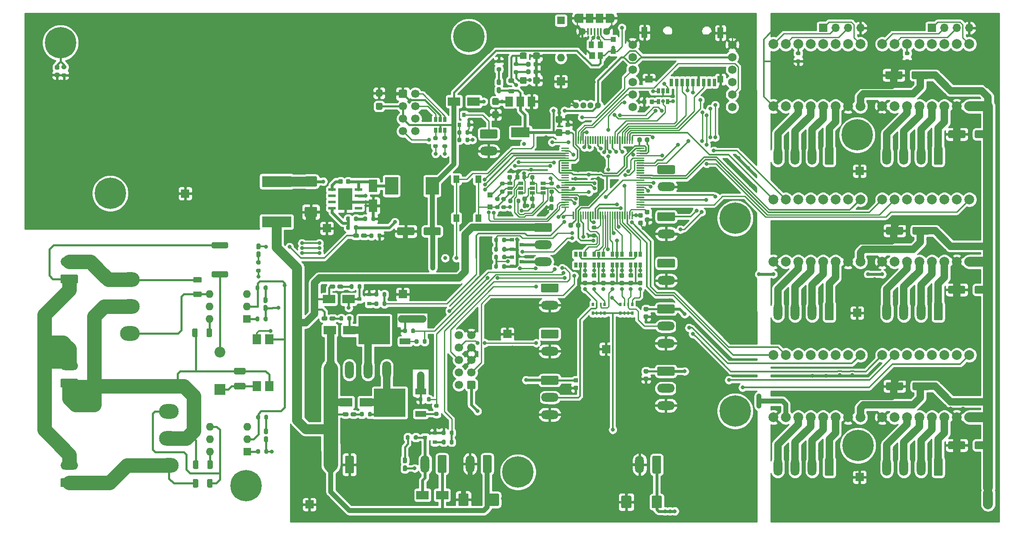
<source format=gtl>
G04 #@! TF.GenerationSoftware,KiCad,Pcbnew,(5.1.8)-1*
G04 #@! TF.CreationDate,2021-04-24T13:58:40+03:00*
G04 #@! TF.ProjectId,3d_print_main,33645f70-7269-46e7-945f-6d61696e2e6b,rev?*
G04 #@! TF.SameCoordinates,Original*
G04 #@! TF.FileFunction,Copper,L1,Top*
G04 #@! TF.FilePolarity,Positive*
%FSLAX46Y46*%
G04 Gerber Fmt 4.6, Leading zero omitted, Abs format (unit mm)*
G04 Created by KiCad (PCBNEW (5.1.8)-1) date 2021-04-24 13:58:40*
%MOMM*%
%LPD*%
G01*
G04 APERTURE LIST*
G04 #@! TA.AperFunction,ComponentPad*
%ADD10O,1.800000X3.600000*%
G04 #@! TD*
G04 #@! TA.AperFunction,ComponentPad*
%ADD11O,1.700000X1.700000*%
G04 #@! TD*
G04 #@! TA.AperFunction,ComponentPad*
%ADD12R,1.700000X1.700000*%
G04 #@! TD*
G04 #@! TA.AperFunction,ComponentPad*
%ADD13C,2.000000*%
G04 #@! TD*
G04 #@! TA.AperFunction,SMDPad,CuDef*
%ADD14R,0.650000X1.060000*%
G04 #@! TD*
G04 #@! TA.AperFunction,ComponentPad*
%ADD15C,1.750000*%
G04 #@! TD*
G04 #@! TA.AperFunction,SMDPad,CuDef*
%ADD16R,1.500000X2.000000*%
G04 #@! TD*
G04 #@! TA.AperFunction,SMDPad,CuDef*
%ADD17R,3.800000X2.000000*%
G04 #@! TD*
G04 #@! TA.AperFunction,ComponentPad*
%ADD18C,1.700000*%
G04 #@! TD*
G04 #@! TA.AperFunction,ComponentPad*
%ADD19O,3.600000X1.800000*%
G04 #@! TD*
G04 #@! TA.AperFunction,ComponentPad*
%ADD20C,6.400000*%
G04 #@! TD*
G04 #@! TA.AperFunction,ComponentPad*
%ADD21C,0.800000*%
G04 #@! TD*
G04 #@! TA.AperFunction,ComponentPad*
%ADD22C,1.300000*%
G04 #@! TD*
G04 #@! TA.AperFunction,ComponentPad*
%ADD23O,4.000000X3.000000*%
G04 #@! TD*
G04 #@! TA.AperFunction,SMDPad,CuDef*
%ADD24R,1.060000X0.650000*%
G04 #@! TD*
G04 #@! TA.AperFunction,SMDPad,CuDef*
%ADD25R,1.300000X1.550000*%
G04 #@! TD*
G04 #@! TA.AperFunction,SMDPad,CuDef*
%ADD26R,1.000000X1.000000*%
G04 #@! TD*
G04 #@! TA.AperFunction,SMDPad,CuDef*
%ADD27R,1.500000X1.900000*%
G04 #@! TD*
G04 #@! TA.AperFunction,ComponentPad*
%ADD28C,1.450000*%
G04 #@! TD*
G04 #@! TA.AperFunction,SMDPad,CuDef*
%ADD29R,0.400000X1.350000*%
G04 #@! TD*
G04 #@! TA.AperFunction,ComponentPad*
%ADD30O,1.200000X1.900000*%
G04 #@! TD*
G04 #@! TA.AperFunction,SMDPad,CuDef*
%ADD31R,1.200000X1.900000*%
G04 #@! TD*
G04 #@! TA.AperFunction,ComponentPad*
%ADD32R,6.000000X2.300000*%
G04 #@! TD*
G04 #@! TA.AperFunction,ComponentPad*
%ADD33O,1.600000X1.600000*%
G04 #@! TD*
G04 #@! TA.AperFunction,ComponentPad*
%ADD34R,1.600000X1.600000*%
G04 #@! TD*
G04 #@! TA.AperFunction,ComponentPad*
%ADD35R,2.200000X2.200000*%
G04 #@! TD*
G04 #@! TA.AperFunction,ComponentPad*
%ADD36O,2.200000X2.200000*%
G04 #@! TD*
G04 #@! TA.AperFunction,SMDPad,CuDef*
%ADD37R,0.700000X1.600000*%
G04 #@! TD*
G04 #@! TA.AperFunction,SMDPad,CuDef*
%ADD38R,1.200000X2.200000*%
G04 #@! TD*
G04 #@! TA.AperFunction,SMDPad,CuDef*
%ADD39R,1.600000X1.400000*%
G04 #@! TD*
G04 #@! TA.AperFunction,SMDPad,CuDef*
%ADD40R,1.200000X1.400000*%
G04 #@! TD*
G04 #@! TA.AperFunction,SMDPad,CuDef*
%ADD41R,1.000000X1.400000*%
G04 #@! TD*
G04 #@! TA.AperFunction,SMDPad,CuDef*
%ADD42R,1.780000X2.000000*%
G04 #@! TD*
G04 #@! TA.AperFunction,ComponentPad*
%ADD43C,0.600000*%
G04 #@! TD*
G04 #@! TA.AperFunction,SMDPad,CuDef*
%ADD44R,1.550000X0.600000*%
G04 #@! TD*
G04 #@! TA.AperFunction,SMDPad,CuDef*
%ADD45R,2.950000X4.500000*%
G04 #@! TD*
G04 #@! TA.AperFunction,SMDPad,CuDef*
%ADD46R,2.600000X3.100000*%
G04 #@! TD*
G04 #@! TA.AperFunction,SMDPad,CuDef*
%ADD47R,0.500000X0.800000*%
G04 #@! TD*
G04 #@! TA.AperFunction,SMDPad,CuDef*
%ADD48R,0.400000X0.800000*%
G04 #@! TD*
G04 #@! TA.AperFunction,SMDPad,CuDef*
%ADD49R,0.900000X0.800000*%
G04 #@! TD*
G04 #@! TA.AperFunction,SMDPad,CuDef*
%ADD50R,0.800000X0.900000*%
G04 #@! TD*
G04 #@! TA.AperFunction,SMDPad,CuDef*
%ADD51R,6.400000X5.800000*%
G04 #@! TD*
G04 #@! TA.AperFunction,SMDPad,CuDef*
%ADD52R,2.200000X1.200000*%
G04 #@! TD*
G04 #@! TA.AperFunction,SMDPad,CuDef*
%ADD53R,2.700000X3.600000*%
G04 #@! TD*
G04 #@! TA.AperFunction,SMDPad,CuDef*
%ADD54R,2.500000X1.800000*%
G04 #@! TD*
G04 #@! TA.AperFunction,SMDPad,CuDef*
%ADD55R,1.800000X2.500000*%
G04 #@! TD*
G04 #@! TA.AperFunction,ViaPad*
%ADD56C,0.800000*%
G04 #@! TD*
G04 #@! TA.AperFunction,Conductor*
%ADD57C,0.800000*%
G04 #@! TD*
G04 #@! TA.AperFunction,Conductor*
%ADD58C,1.500000*%
G04 #@! TD*
G04 #@! TA.AperFunction,Conductor*
%ADD59C,0.400000*%
G04 #@! TD*
G04 #@! TA.AperFunction,Conductor*
%ADD60C,0.600000*%
G04 #@! TD*
G04 #@! TA.AperFunction,Conductor*
%ADD61C,0.300000*%
G04 #@! TD*
G04 #@! TA.AperFunction,Conductor*
%ADD62C,0.250000*%
G04 #@! TD*
G04 #@! TA.AperFunction,Conductor*
%ADD63C,1.000000*%
G04 #@! TD*
G04 #@! TA.AperFunction,Conductor*
%ADD64C,2.000000*%
G04 #@! TD*
G04 #@! TA.AperFunction,Conductor*
%ADD65C,3.000000*%
G04 #@! TD*
G04 #@! TA.AperFunction,Conductor*
%ADD66C,0.254000*%
G04 #@! TD*
G04 #@! TA.AperFunction,Conductor*
%ADD67C,0.100000*%
G04 #@! TD*
G04 APERTURE END LIST*
G04 #@! TA.AperFunction,SMDPad,CuDef*
G36*
G01*
X43095500Y-36429500D02*
X43645500Y-36429500D01*
G75*
G02*
X43845500Y-36629500I0J-200000D01*
G01*
X43845500Y-37029500D01*
G75*
G02*
X43645500Y-37229500I-200000J0D01*
G01*
X43095500Y-37229500D01*
G75*
G02*
X42895500Y-37029500I0J200000D01*
G01*
X42895500Y-36629500D01*
G75*
G02*
X43095500Y-36429500I200000J0D01*
G01*
G37*
G04 #@! TD.AperFunction*
G04 #@! TA.AperFunction,SMDPad,CuDef*
G36*
G01*
X43095500Y-34779500D02*
X43645500Y-34779500D01*
G75*
G02*
X43845500Y-34979500I0J-200000D01*
G01*
X43845500Y-35379500D01*
G75*
G02*
X43645500Y-35579500I-200000J0D01*
G01*
X43095500Y-35579500D01*
G75*
G02*
X42895500Y-35379500I0J200000D01*
G01*
X42895500Y-34979500D01*
G75*
G02*
X43095500Y-34779500I200000J0D01*
G01*
G37*
G04 #@! TD.AperFunction*
G04 #@! TA.AperFunction,SMDPad,CuDef*
G36*
G01*
X42223500Y-35679500D02*
X41723500Y-35679500D01*
G75*
G02*
X41498500Y-35454500I0J225000D01*
G01*
X41498500Y-35004500D01*
G75*
G02*
X41723500Y-34779500I225000J0D01*
G01*
X42223500Y-34779500D01*
G75*
G02*
X42448500Y-35004500I0J-225000D01*
G01*
X42448500Y-35454500D01*
G75*
G02*
X42223500Y-35679500I-225000J0D01*
G01*
G37*
G04 #@! TD.AperFunction*
G04 #@! TA.AperFunction,SMDPad,CuDef*
G36*
G01*
X42223500Y-37229500D02*
X41723500Y-37229500D01*
G75*
G02*
X41498500Y-37004500I0J225000D01*
G01*
X41498500Y-36554500D01*
G75*
G02*
X41723500Y-36329500I225000J0D01*
G01*
X42223500Y-36329500D01*
G75*
G02*
X42448500Y-36554500I0J-225000D01*
G01*
X42448500Y-37004500D01*
G75*
G02*
X42223500Y-37229500I-225000J0D01*
G01*
G37*
G04 #@! TD.AperFunction*
G04 #@! TA.AperFunction,SMDPad,CuDef*
G36*
G01*
X146427000Y-47413999D02*
X145927000Y-47413999D01*
G75*
G02*
X145702000Y-47188999I0J225000D01*
G01*
X145702000Y-46738999D01*
G75*
G02*
X145927000Y-46513999I225000J0D01*
G01*
X146427000Y-46513999D01*
G75*
G02*
X146652000Y-46738999I0J-225000D01*
G01*
X146652000Y-47188999D01*
G75*
G02*
X146427000Y-47413999I-225000J0D01*
G01*
G37*
G04 #@! TD.AperFunction*
G04 #@! TA.AperFunction,SMDPad,CuDef*
G36*
G01*
X146427000Y-48963999D02*
X145927000Y-48963999D01*
G75*
G02*
X145702000Y-48738999I0J225000D01*
G01*
X145702000Y-48288999D01*
G75*
G02*
X145927000Y-48063999I225000J0D01*
G01*
X146427000Y-48063999D01*
G75*
G02*
X146652000Y-48288999I0J-225000D01*
G01*
X146652000Y-48738999D01*
G75*
G02*
X146427000Y-48963999I-225000J0D01*
G01*
G37*
G04 #@! TD.AperFunction*
G04 #@! TA.AperFunction,SMDPad,CuDef*
G36*
G01*
X160786000Y-66540000D02*
X161286000Y-66540000D01*
G75*
G02*
X161511000Y-66765000I0J-225000D01*
G01*
X161511000Y-67215000D01*
G75*
G02*
X161286000Y-67440000I-225000J0D01*
G01*
X160786000Y-67440000D01*
G75*
G02*
X160561000Y-67215000I0J225000D01*
G01*
X160561000Y-66765000D01*
G75*
G02*
X160786000Y-66540000I225000J0D01*
G01*
G37*
G04 #@! TD.AperFunction*
G04 #@! TA.AperFunction,SMDPad,CuDef*
G36*
G01*
X160786000Y-64990000D02*
X161286000Y-64990000D01*
G75*
G02*
X161511000Y-65215000I0J-225000D01*
G01*
X161511000Y-65665000D01*
G75*
G02*
X161286000Y-65890000I-225000J0D01*
G01*
X160786000Y-65890000D01*
G75*
G02*
X160561000Y-65665000I0J225000D01*
G01*
X160561000Y-65215000D01*
G75*
G02*
X160786000Y-64990000I225000J0D01*
G01*
G37*
G04 #@! TD.AperFunction*
G04 #@! TA.AperFunction,SMDPad,CuDef*
G36*
G01*
X147225783Y-67212052D02*
X147225783Y-67712052D01*
G75*
G02*
X147000783Y-67937052I-225000J0D01*
G01*
X146550783Y-67937052D01*
G75*
G02*
X146325783Y-67712052I0J225000D01*
G01*
X146325783Y-67212052D01*
G75*
G02*
X146550783Y-66987052I225000J0D01*
G01*
X147000783Y-66987052D01*
G75*
G02*
X147225783Y-67212052I0J-225000D01*
G01*
G37*
G04 #@! TD.AperFunction*
G04 #@! TA.AperFunction,SMDPad,CuDef*
G36*
G01*
X148775783Y-67212052D02*
X148775783Y-67712052D01*
G75*
G02*
X148550783Y-67937052I-225000J0D01*
G01*
X148100783Y-67937052D01*
G75*
G02*
X147875783Y-67712052I0J225000D01*
G01*
X147875783Y-67212052D01*
G75*
G02*
X148100783Y-66987052I225000J0D01*
G01*
X148550783Y-66987052D01*
G75*
G02*
X148775783Y-67212052I0J-225000D01*
G01*
G37*
G04 #@! TD.AperFunction*
G04 #@! TA.AperFunction,ComponentPad*
G36*
G01*
X165238000Y-114782000D02*
X165238000Y-117882000D01*
G75*
G02*
X164988000Y-118132000I-250000J0D01*
G01*
X163688000Y-118132000D01*
G75*
G02*
X163438000Y-117882000I0J250000D01*
G01*
X163438000Y-114782000D01*
G75*
G02*
X163688000Y-114532000I250000J0D01*
G01*
X164988000Y-114532000D01*
G75*
G02*
X165238000Y-114782000I0J-250000D01*
G01*
G37*
G04 #@! TD.AperFunction*
D10*
X160838000Y-116332000D03*
G04 #@! TA.AperFunction,SMDPad,CuDef*
G36*
G01*
X159150500Y-122927000D02*
X159150500Y-124977000D01*
G75*
G02*
X158900500Y-125227000I-250000J0D01*
G01*
X157325500Y-125227000D01*
G75*
G02*
X157075500Y-124977000I0J250000D01*
G01*
X157075500Y-122927000D01*
G75*
G02*
X157325500Y-122677000I250000J0D01*
G01*
X158900500Y-122677000D01*
G75*
G02*
X159150500Y-122927000I0J-250000D01*
G01*
G37*
G04 #@! TD.AperFunction*
G04 #@! TA.AperFunction,SMDPad,CuDef*
G36*
G01*
X165375500Y-122927000D02*
X165375500Y-124977000D01*
G75*
G02*
X165125500Y-125227000I-250000J0D01*
G01*
X163550500Y-125227000D01*
G75*
G02*
X163300500Y-124977000I0J250000D01*
G01*
X163300500Y-122927000D01*
G75*
G02*
X163550500Y-122677000I250000J0D01*
G01*
X165125500Y-122677000D01*
G75*
G02*
X165375500Y-122927000I0J-250000D01*
G01*
G37*
G04 #@! TD.AperFunction*
D11*
X228092000Y-27178000D03*
X225552000Y-27178000D03*
X223012000Y-27178000D03*
D12*
X220472000Y-27178000D03*
D11*
X205895002Y-27178000D03*
X203355002Y-27178000D03*
X200815002Y-27178000D03*
D12*
X198275002Y-27178000D03*
D13*
X228120000Y-43160000D03*
X225580000Y-43160000D03*
X223040000Y-43160000D03*
X220500000Y-43160000D03*
X217960000Y-43160000D03*
X215420000Y-43160000D03*
X212880000Y-43160000D03*
X210340000Y-43160000D03*
X210340000Y-30460000D03*
X212880000Y-30460000D03*
X215420000Y-30460000D03*
X217960000Y-30460000D03*
X220500000Y-30460000D03*
X223040000Y-30460000D03*
X225580000Y-30460000D03*
X228120000Y-30460000D03*
G04 #@! TA.AperFunction,SMDPad,CuDef*
G36*
G01*
X92729000Y-63714500D02*
X94779000Y-63714500D01*
G75*
G02*
X95029000Y-63964500I0J-250000D01*
G01*
X95029000Y-65539500D01*
G75*
G02*
X94779000Y-65789500I-250000J0D01*
G01*
X92729000Y-65789500D01*
G75*
G02*
X92479000Y-65539500I0J250000D01*
G01*
X92479000Y-63964500D01*
G75*
G02*
X92729000Y-63714500I250000J0D01*
G01*
G37*
G04 #@! TD.AperFunction*
G04 #@! TA.AperFunction,SMDPad,CuDef*
G36*
G01*
X92729000Y-57489500D02*
X94779000Y-57489500D01*
G75*
G02*
X95029000Y-57739500I0J-250000D01*
G01*
X95029000Y-59314500D01*
G75*
G02*
X94779000Y-59564500I-250000J0D01*
G01*
X92729000Y-59564500D01*
G75*
G02*
X92479000Y-59314500I0J250000D01*
G01*
X92479000Y-57739500D01*
G75*
G02*
X92729000Y-57489500I250000J0D01*
G01*
G37*
G04 #@! TD.AperFunction*
G04 #@! TA.AperFunction,SMDPad,CuDef*
G36*
G01*
X125925000Y-122475000D02*
X125925000Y-124525000D01*
G75*
G02*
X125675000Y-124775000I-250000J0D01*
G01*
X124100000Y-124775000D01*
G75*
G02*
X123850000Y-124525000I0J250000D01*
G01*
X123850000Y-122475000D01*
G75*
G02*
X124100000Y-122225000I250000J0D01*
G01*
X125675000Y-122225000D01*
G75*
G02*
X125925000Y-122475000I0J-250000D01*
G01*
G37*
G04 #@! TD.AperFunction*
G04 #@! TA.AperFunction,SMDPad,CuDef*
G36*
G01*
X132150000Y-122475000D02*
X132150000Y-124525000D01*
G75*
G02*
X131900000Y-124775000I-250000J0D01*
G01*
X130325000Y-124775000D01*
G75*
G02*
X130075000Y-124525000I0J250000D01*
G01*
X130075000Y-122475000D01*
G75*
G02*
X130325000Y-122225000I250000J0D01*
G01*
X131900000Y-122225000D01*
G75*
G02*
X132150000Y-122475000I0J-250000D01*
G01*
G37*
G04 #@! TD.AperFunction*
D14*
X148750000Y-73400000D03*
X147800000Y-73400000D03*
X149700000Y-73400000D03*
X149700000Y-75600000D03*
X148750000Y-75600000D03*
X147800000Y-75600000D03*
X152500000Y-73400000D03*
X151550000Y-73400000D03*
X153450000Y-73400000D03*
X153450000Y-75600000D03*
X152500000Y-75600000D03*
X151550000Y-75600000D03*
X156250000Y-73400000D03*
X155300000Y-73400000D03*
X157200000Y-73400000D03*
X157200000Y-75600000D03*
X156250000Y-75600000D03*
X155300000Y-75600000D03*
X160000000Y-73400000D03*
X159050000Y-73400000D03*
X160950000Y-73400000D03*
X160950000Y-75600000D03*
X160000000Y-75600000D03*
X159050000Y-75600000D03*
D15*
X179733000Y-30587000D03*
X179733000Y-33127000D03*
X179733000Y-35667000D03*
X179733000Y-38207000D03*
X179733000Y-40747000D03*
X179733000Y-43287000D03*
X159413000Y-43287000D03*
X159413000Y-40747000D03*
X159413000Y-38207000D03*
X159413000Y-35667000D03*
X159413000Y-33127000D03*
X159413000Y-30587000D03*
D16*
X138815651Y-42203393D03*
X134215651Y-42203393D03*
X136515651Y-42203393D03*
D17*
X136515651Y-48503393D03*
D18*
X115062000Y-48260000D03*
X115062000Y-45720000D03*
X115062000Y-43180000D03*
X115062000Y-40640000D03*
X112522000Y-48260000D03*
X112522000Y-45720000D03*
X112522000Y-43180000D03*
G04 #@! TA.AperFunction,ComponentPad*
G36*
G01*
X111672000Y-41240000D02*
X111672000Y-40040000D01*
G75*
G02*
X111922000Y-39790000I250000J0D01*
G01*
X113122000Y-39790000D01*
G75*
G02*
X113372000Y-40040000I0J-250000D01*
G01*
X113372000Y-41240000D01*
G75*
G02*
X113122000Y-41490000I-250000J0D01*
G01*
X111922000Y-41490000D01*
G75*
G02*
X111672000Y-41240000I0J250000D01*
G01*
G37*
G04 #@! TD.AperFunction*
G04 #@! TA.AperFunction,ComponentPad*
G36*
G01*
X140944000Y-98216002D02*
X144044000Y-98216002D01*
G75*
G02*
X144294000Y-98466002I0J-250000D01*
G01*
X144294000Y-99766002D01*
G75*
G02*
X144044000Y-100016002I-250000J0D01*
G01*
X140944000Y-100016002D01*
G75*
G02*
X140694000Y-99766002I0J250000D01*
G01*
X140694000Y-98466002D01*
G75*
G02*
X140944000Y-98216002I250000J0D01*
G01*
G37*
G04 #@! TD.AperFunction*
D19*
X142494000Y-102616002D03*
X142494000Y-106116002D03*
G04 #@! TA.AperFunction,SMDPad,CuDef*
G36*
G01*
X147578000Y-100216002D02*
X148078000Y-100216002D01*
G75*
G02*
X148303000Y-100441002I0J-225000D01*
G01*
X148303000Y-100891002D01*
G75*
G02*
X148078000Y-101116002I-225000J0D01*
G01*
X147578000Y-101116002D01*
G75*
G02*
X147353000Y-100891002I0J225000D01*
G01*
X147353000Y-100441002D01*
G75*
G02*
X147578000Y-100216002I225000J0D01*
G01*
G37*
G04 #@! TD.AperFunction*
G04 #@! TA.AperFunction,SMDPad,CuDef*
G36*
G01*
X147578000Y-98666002D02*
X148078000Y-98666002D01*
G75*
G02*
X148303000Y-98891002I0J-225000D01*
G01*
X148303000Y-99341002D01*
G75*
G02*
X148078000Y-99566002I-225000J0D01*
G01*
X147578000Y-99566002D01*
G75*
G02*
X147353000Y-99341002I0J225000D01*
G01*
X147353000Y-98891002D01*
G75*
G02*
X147578000Y-98666002I225000J0D01*
G01*
G37*
G04 #@! TD.AperFunction*
G04 #@! TA.AperFunction,SMDPad,CuDef*
G36*
G01*
X149450000Y-78800000D02*
X149950000Y-78800000D01*
G75*
G02*
X150175000Y-79025000I0J-225000D01*
G01*
X150175000Y-79475000D01*
G75*
G02*
X149950000Y-79700000I-225000J0D01*
G01*
X149450000Y-79700000D01*
G75*
G02*
X149225000Y-79475000I0J225000D01*
G01*
X149225000Y-79025000D01*
G75*
G02*
X149450000Y-78800000I225000J0D01*
G01*
G37*
G04 #@! TD.AperFunction*
G04 #@! TA.AperFunction,SMDPad,CuDef*
G36*
G01*
X149450000Y-77250000D02*
X149950000Y-77250000D01*
G75*
G02*
X150175000Y-77475000I0J-225000D01*
G01*
X150175000Y-77925000D01*
G75*
G02*
X149950000Y-78150000I-225000J0D01*
G01*
X149450000Y-78150000D01*
G75*
G02*
X149225000Y-77925000I0J225000D01*
G01*
X149225000Y-77475000D01*
G75*
G02*
X149450000Y-77250000I225000J0D01*
G01*
G37*
G04 #@! TD.AperFunction*
G04 #@! TA.AperFunction,ComponentPad*
G36*
G01*
X140944000Y-88762000D02*
X144044000Y-88762000D01*
G75*
G02*
X144294000Y-89012000I0J-250000D01*
G01*
X144294000Y-90312000D01*
G75*
G02*
X144044000Y-90562000I-250000J0D01*
G01*
X140944000Y-90562000D01*
G75*
G02*
X140694000Y-90312000I0J250000D01*
G01*
X140694000Y-89012000D01*
G75*
G02*
X140944000Y-88762000I250000J0D01*
G01*
G37*
G04 #@! TD.AperFunction*
X142494000Y-93162000D03*
G04 #@! TA.AperFunction,ComponentPad*
G36*
G01*
X140944000Y-79364000D02*
X144044000Y-79364000D01*
G75*
G02*
X144294000Y-79614000I0J-250000D01*
G01*
X144294000Y-80914000D01*
G75*
G02*
X144044000Y-81164000I-250000J0D01*
G01*
X140944000Y-81164000D01*
G75*
G02*
X140694000Y-80914000I0J250000D01*
G01*
X140694000Y-79614000D01*
G75*
G02*
X140944000Y-79364000I250000J0D01*
G01*
G37*
G04 #@! TD.AperFunction*
X142494000Y-83764000D03*
D18*
X123952000Y-89916000D03*
X123952000Y-92456000D03*
X123952000Y-94996000D03*
X123952000Y-97536000D03*
X123952000Y-100076000D03*
X126492000Y-89916000D03*
X126492000Y-92456000D03*
X126492000Y-94996000D03*
X126492000Y-97536000D03*
G04 #@! TA.AperFunction,ComponentPad*
G36*
G01*
X127342000Y-99476000D02*
X127342000Y-100676000D01*
G75*
G02*
X127092000Y-100926000I-250000J0D01*
G01*
X125892000Y-100926000D01*
G75*
G02*
X125642000Y-100676000I0J250000D01*
G01*
X125642000Y-99476000D01*
G75*
G02*
X125892000Y-99226000I250000J0D01*
G01*
X127092000Y-99226000D01*
G75*
G02*
X127342000Y-99476000I0J-250000D01*
G01*
G37*
G04 #@! TD.AperFunction*
G04 #@! TA.AperFunction,SMDPad,CuDef*
G36*
G01*
X147167000Y-50815000D02*
X147167000Y-49365000D01*
G75*
G02*
X147242000Y-49290000I75000J0D01*
G01*
X147392000Y-49290000D01*
G75*
G02*
X147467000Y-49365000I0J-75000D01*
G01*
X147467000Y-50815000D01*
G75*
G02*
X147392000Y-50890000I-75000J0D01*
G01*
X147242000Y-50890000D01*
G75*
G02*
X147167000Y-50815000I0J75000D01*
G01*
G37*
G04 #@! TD.AperFunction*
G04 #@! TA.AperFunction,SMDPad,CuDef*
G36*
G01*
X147667000Y-50815000D02*
X147667000Y-49365000D01*
G75*
G02*
X147742000Y-49290000I75000J0D01*
G01*
X147892000Y-49290000D01*
G75*
G02*
X147967000Y-49365000I0J-75000D01*
G01*
X147967000Y-50815000D01*
G75*
G02*
X147892000Y-50890000I-75000J0D01*
G01*
X147742000Y-50890000D01*
G75*
G02*
X147667000Y-50815000I0J75000D01*
G01*
G37*
G04 #@! TD.AperFunction*
G04 #@! TA.AperFunction,SMDPad,CuDef*
G36*
G01*
X148167000Y-50815000D02*
X148167000Y-49365000D01*
G75*
G02*
X148242000Y-49290000I75000J0D01*
G01*
X148392000Y-49290000D01*
G75*
G02*
X148467000Y-49365000I0J-75000D01*
G01*
X148467000Y-50815000D01*
G75*
G02*
X148392000Y-50890000I-75000J0D01*
G01*
X148242000Y-50890000D01*
G75*
G02*
X148167000Y-50815000I0J75000D01*
G01*
G37*
G04 #@! TD.AperFunction*
G04 #@! TA.AperFunction,SMDPad,CuDef*
G36*
G01*
X148667000Y-50815000D02*
X148667000Y-49365000D01*
G75*
G02*
X148742000Y-49290000I75000J0D01*
G01*
X148892000Y-49290000D01*
G75*
G02*
X148967000Y-49365000I0J-75000D01*
G01*
X148967000Y-50815000D01*
G75*
G02*
X148892000Y-50890000I-75000J0D01*
G01*
X148742000Y-50890000D01*
G75*
G02*
X148667000Y-50815000I0J75000D01*
G01*
G37*
G04 #@! TD.AperFunction*
G04 #@! TA.AperFunction,SMDPad,CuDef*
G36*
G01*
X149167000Y-50815000D02*
X149167000Y-49365000D01*
G75*
G02*
X149242000Y-49290000I75000J0D01*
G01*
X149392000Y-49290000D01*
G75*
G02*
X149467000Y-49365000I0J-75000D01*
G01*
X149467000Y-50815000D01*
G75*
G02*
X149392000Y-50890000I-75000J0D01*
G01*
X149242000Y-50890000D01*
G75*
G02*
X149167000Y-50815000I0J75000D01*
G01*
G37*
G04 #@! TD.AperFunction*
G04 #@! TA.AperFunction,SMDPad,CuDef*
G36*
G01*
X149667000Y-50815000D02*
X149667000Y-49365000D01*
G75*
G02*
X149742000Y-49290000I75000J0D01*
G01*
X149892000Y-49290000D01*
G75*
G02*
X149967000Y-49365000I0J-75000D01*
G01*
X149967000Y-50815000D01*
G75*
G02*
X149892000Y-50890000I-75000J0D01*
G01*
X149742000Y-50890000D01*
G75*
G02*
X149667000Y-50815000I0J75000D01*
G01*
G37*
G04 #@! TD.AperFunction*
G04 #@! TA.AperFunction,SMDPad,CuDef*
G36*
G01*
X150167000Y-50815000D02*
X150167000Y-49365000D01*
G75*
G02*
X150242000Y-49290000I75000J0D01*
G01*
X150392000Y-49290000D01*
G75*
G02*
X150467000Y-49365000I0J-75000D01*
G01*
X150467000Y-50815000D01*
G75*
G02*
X150392000Y-50890000I-75000J0D01*
G01*
X150242000Y-50890000D01*
G75*
G02*
X150167000Y-50815000I0J75000D01*
G01*
G37*
G04 #@! TD.AperFunction*
G04 #@! TA.AperFunction,SMDPad,CuDef*
G36*
G01*
X150667000Y-50815000D02*
X150667000Y-49365000D01*
G75*
G02*
X150742000Y-49290000I75000J0D01*
G01*
X150892000Y-49290000D01*
G75*
G02*
X150967000Y-49365000I0J-75000D01*
G01*
X150967000Y-50815000D01*
G75*
G02*
X150892000Y-50890000I-75000J0D01*
G01*
X150742000Y-50890000D01*
G75*
G02*
X150667000Y-50815000I0J75000D01*
G01*
G37*
G04 #@! TD.AperFunction*
G04 #@! TA.AperFunction,SMDPad,CuDef*
G36*
G01*
X151167000Y-50815000D02*
X151167000Y-49365000D01*
G75*
G02*
X151242000Y-49290000I75000J0D01*
G01*
X151392000Y-49290000D01*
G75*
G02*
X151467000Y-49365000I0J-75000D01*
G01*
X151467000Y-50815000D01*
G75*
G02*
X151392000Y-50890000I-75000J0D01*
G01*
X151242000Y-50890000D01*
G75*
G02*
X151167000Y-50815000I0J75000D01*
G01*
G37*
G04 #@! TD.AperFunction*
G04 #@! TA.AperFunction,SMDPad,CuDef*
G36*
G01*
X151667000Y-50815000D02*
X151667000Y-49365000D01*
G75*
G02*
X151742000Y-49290000I75000J0D01*
G01*
X151892000Y-49290000D01*
G75*
G02*
X151967000Y-49365000I0J-75000D01*
G01*
X151967000Y-50815000D01*
G75*
G02*
X151892000Y-50890000I-75000J0D01*
G01*
X151742000Y-50890000D01*
G75*
G02*
X151667000Y-50815000I0J75000D01*
G01*
G37*
G04 #@! TD.AperFunction*
G04 #@! TA.AperFunction,SMDPad,CuDef*
G36*
G01*
X152167000Y-50815000D02*
X152167000Y-49365000D01*
G75*
G02*
X152242000Y-49290000I75000J0D01*
G01*
X152392000Y-49290000D01*
G75*
G02*
X152467000Y-49365000I0J-75000D01*
G01*
X152467000Y-50815000D01*
G75*
G02*
X152392000Y-50890000I-75000J0D01*
G01*
X152242000Y-50890000D01*
G75*
G02*
X152167000Y-50815000I0J75000D01*
G01*
G37*
G04 #@! TD.AperFunction*
G04 #@! TA.AperFunction,SMDPad,CuDef*
G36*
G01*
X152667000Y-50815000D02*
X152667000Y-49365000D01*
G75*
G02*
X152742000Y-49290000I75000J0D01*
G01*
X152892000Y-49290000D01*
G75*
G02*
X152967000Y-49365000I0J-75000D01*
G01*
X152967000Y-50815000D01*
G75*
G02*
X152892000Y-50890000I-75000J0D01*
G01*
X152742000Y-50890000D01*
G75*
G02*
X152667000Y-50815000I0J75000D01*
G01*
G37*
G04 #@! TD.AperFunction*
G04 #@! TA.AperFunction,SMDPad,CuDef*
G36*
G01*
X153167000Y-50815000D02*
X153167000Y-49365000D01*
G75*
G02*
X153242000Y-49290000I75000J0D01*
G01*
X153392000Y-49290000D01*
G75*
G02*
X153467000Y-49365000I0J-75000D01*
G01*
X153467000Y-50815000D01*
G75*
G02*
X153392000Y-50890000I-75000J0D01*
G01*
X153242000Y-50890000D01*
G75*
G02*
X153167000Y-50815000I0J75000D01*
G01*
G37*
G04 #@! TD.AperFunction*
G04 #@! TA.AperFunction,SMDPad,CuDef*
G36*
G01*
X153667000Y-50815000D02*
X153667000Y-49365000D01*
G75*
G02*
X153742000Y-49290000I75000J0D01*
G01*
X153892000Y-49290000D01*
G75*
G02*
X153967000Y-49365000I0J-75000D01*
G01*
X153967000Y-50815000D01*
G75*
G02*
X153892000Y-50890000I-75000J0D01*
G01*
X153742000Y-50890000D01*
G75*
G02*
X153667000Y-50815000I0J75000D01*
G01*
G37*
G04 #@! TD.AperFunction*
G04 #@! TA.AperFunction,SMDPad,CuDef*
G36*
G01*
X154167000Y-50815000D02*
X154167000Y-49365000D01*
G75*
G02*
X154242000Y-49290000I75000J0D01*
G01*
X154392000Y-49290000D01*
G75*
G02*
X154467000Y-49365000I0J-75000D01*
G01*
X154467000Y-50815000D01*
G75*
G02*
X154392000Y-50890000I-75000J0D01*
G01*
X154242000Y-50890000D01*
G75*
G02*
X154167000Y-50815000I0J75000D01*
G01*
G37*
G04 #@! TD.AperFunction*
G04 #@! TA.AperFunction,SMDPad,CuDef*
G36*
G01*
X154667000Y-50815000D02*
X154667000Y-49365000D01*
G75*
G02*
X154742000Y-49290000I75000J0D01*
G01*
X154892000Y-49290000D01*
G75*
G02*
X154967000Y-49365000I0J-75000D01*
G01*
X154967000Y-50815000D01*
G75*
G02*
X154892000Y-50890000I-75000J0D01*
G01*
X154742000Y-50890000D01*
G75*
G02*
X154667000Y-50815000I0J75000D01*
G01*
G37*
G04 #@! TD.AperFunction*
G04 #@! TA.AperFunction,SMDPad,CuDef*
G36*
G01*
X155167000Y-50815000D02*
X155167000Y-49365000D01*
G75*
G02*
X155242000Y-49290000I75000J0D01*
G01*
X155392000Y-49290000D01*
G75*
G02*
X155467000Y-49365000I0J-75000D01*
G01*
X155467000Y-50815000D01*
G75*
G02*
X155392000Y-50890000I-75000J0D01*
G01*
X155242000Y-50890000D01*
G75*
G02*
X155167000Y-50815000I0J75000D01*
G01*
G37*
G04 #@! TD.AperFunction*
G04 #@! TA.AperFunction,SMDPad,CuDef*
G36*
G01*
X155667000Y-50815000D02*
X155667000Y-49365000D01*
G75*
G02*
X155742000Y-49290000I75000J0D01*
G01*
X155892000Y-49290000D01*
G75*
G02*
X155967000Y-49365000I0J-75000D01*
G01*
X155967000Y-50815000D01*
G75*
G02*
X155892000Y-50890000I-75000J0D01*
G01*
X155742000Y-50890000D01*
G75*
G02*
X155667000Y-50815000I0J75000D01*
G01*
G37*
G04 #@! TD.AperFunction*
G04 #@! TA.AperFunction,SMDPad,CuDef*
G36*
G01*
X156167000Y-50815000D02*
X156167000Y-49365000D01*
G75*
G02*
X156242000Y-49290000I75000J0D01*
G01*
X156392000Y-49290000D01*
G75*
G02*
X156467000Y-49365000I0J-75000D01*
G01*
X156467000Y-50815000D01*
G75*
G02*
X156392000Y-50890000I-75000J0D01*
G01*
X156242000Y-50890000D01*
G75*
G02*
X156167000Y-50815000I0J75000D01*
G01*
G37*
G04 #@! TD.AperFunction*
G04 #@! TA.AperFunction,SMDPad,CuDef*
G36*
G01*
X156667000Y-50815000D02*
X156667000Y-49365000D01*
G75*
G02*
X156742000Y-49290000I75000J0D01*
G01*
X156892000Y-49290000D01*
G75*
G02*
X156967000Y-49365000I0J-75000D01*
G01*
X156967000Y-50815000D01*
G75*
G02*
X156892000Y-50890000I-75000J0D01*
G01*
X156742000Y-50890000D01*
G75*
G02*
X156667000Y-50815000I0J75000D01*
G01*
G37*
G04 #@! TD.AperFunction*
G04 #@! TA.AperFunction,SMDPad,CuDef*
G36*
G01*
X157167000Y-50815000D02*
X157167000Y-49365000D01*
G75*
G02*
X157242000Y-49290000I75000J0D01*
G01*
X157392000Y-49290000D01*
G75*
G02*
X157467000Y-49365000I0J-75000D01*
G01*
X157467000Y-50815000D01*
G75*
G02*
X157392000Y-50890000I-75000J0D01*
G01*
X157242000Y-50890000D01*
G75*
G02*
X157167000Y-50815000I0J75000D01*
G01*
G37*
G04 #@! TD.AperFunction*
G04 #@! TA.AperFunction,SMDPad,CuDef*
G36*
G01*
X157667000Y-50815000D02*
X157667000Y-49365000D01*
G75*
G02*
X157742000Y-49290000I75000J0D01*
G01*
X157892000Y-49290000D01*
G75*
G02*
X157967000Y-49365000I0J-75000D01*
G01*
X157967000Y-50815000D01*
G75*
G02*
X157892000Y-50890000I-75000J0D01*
G01*
X157742000Y-50890000D01*
G75*
G02*
X157667000Y-50815000I0J75000D01*
G01*
G37*
G04 #@! TD.AperFunction*
G04 #@! TA.AperFunction,SMDPad,CuDef*
G36*
G01*
X158167000Y-50815000D02*
X158167000Y-49365000D01*
G75*
G02*
X158242000Y-49290000I75000J0D01*
G01*
X158392000Y-49290000D01*
G75*
G02*
X158467000Y-49365000I0J-75000D01*
G01*
X158467000Y-50815000D01*
G75*
G02*
X158392000Y-50890000I-75000J0D01*
G01*
X158242000Y-50890000D01*
G75*
G02*
X158167000Y-50815000I0J75000D01*
G01*
G37*
G04 #@! TD.AperFunction*
G04 #@! TA.AperFunction,SMDPad,CuDef*
G36*
G01*
X158667000Y-50815000D02*
X158667000Y-49365000D01*
G75*
G02*
X158742000Y-49290000I75000J0D01*
G01*
X158892000Y-49290000D01*
G75*
G02*
X158967000Y-49365000I0J-75000D01*
G01*
X158967000Y-50815000D01*
G75*
G02*
X158892000Y-50890000I-75000J0D01*
G01*
X158742000Y-50890000D01*
G75*
G02*
X158667000Y-50815000I0J75000D01*
G01*
G37*
G04 #@! TD.AperFunction*
G04 #@! TA.AperFunction,SMDPad,CuDef*
G36*
G01*
X159167000Y-50815000D02*
X159167000Y-49365000D01*
G75*
G02*
X159242000Y-49290000I75000J0D01*
G01*
X159392000Y-49290000D01*
G75*
G02*
X159467000Y-49365000I0J-75000D01*
G01*
X159467000Y-50815000D01*
G75*
G02*
X159392000Y-50890000I-75000J0D01*
G01*
X159242000Y-50890000D01*
G75*
G02*
X159167000Y-50815000I0J75000D01*
G01*
G37*
G04 #@! TD.AperFunction*
G04 #@! TA.AperFunction,SMDPad,CuDef*
G36*
G01*
X160192000Y-51840000D02*
X160192000Y-51690000D01*
G75*
G02*
X160267000Y-51615000I75000J0D01*
G01*
X161717000Y-51615000D01*
G75*
G02*
X161792000Y-51690000I0J-75000D01*
G01*
X161792000Y-51840000D01*
G75*
G02*
X161717000Y-51915000I-75000J0D01*
G01*
X160267000Y-51915000D01*
G75*
G02*
X160192000Y-51840000I0J75000D01*
G01*
G37*
G04 #@! TD.AperFunction*
G04 #@! TA.AperFunction,SMDPad,CuDef*
G36*
G01*
X160192000Y-52340000D02*
X160192000Y-52190000D01*
G75*
G02*
X160267000Y-52115000I75000J0D01*
G01*
X161717000Y-52115000D01*
G75*
G02*
X161792000Y-52190000I0J-75000D01*
G01*
X161792000Y-52340000D01*
G75*
G02*
X161717000Y-52415000I-75000J0D01*
G01*
X160267000Y-52415000D01*
G75*
G02*
X160192000Y-52340000I0J75000D01*
G01*
G37*
G04 #@! TD.AperFunction*
G04 #@! TA.AperFunction,SMDPad,CuDef*
G36*
G01*
X160192000Y-52840000D02*
X160192000Y-52690000D01*
G75*
G02*
X160267000Y-52615000I75000J0D01*
G01*
X161717000Y-52615000D01*
G75*
G02*
X161792000Y-52690000I0J-75000D01*
G01*
X161792000Y-52840000D01*
G75*
G02*
X161717000Y-52915000I-75000J0D01*
G01*
X160267000Y-52915000D01*
G75*
G02*
X160192000Y-52840000I0J75000D01*
G01*
G37*
G04 #@! TD.AperFunction*
G04 #@! TA.AperFunction,SMDPad,CuDef*
G36*
G01*
X160192000Y-53340000D02*
X160192000Y-53190000D01*
G75*
G02*
X160267000Y-53115000I75000J0D01*
G01*
X161717000Y-53115000D01*
G75*
G02*
X161792000Y-53190000I0J-75000D01*
G01*
X161792000Y-53340000D01*
G75*
G02*
X161717000Y-53415000I-75000J0D01*
G01*
X160267000Y-53415000D01*
G75*
G02*
X160192000Y-53340000I0J75000D01*
G01*
G37*
G04 #@! TD.AperFunction*
G04 #@! TA.AperFunction,SMDPad,CuDef*
G36*
G01*
X160192000Y-53840000D02*
X160192000Y-53690000D01*
G75*
G02*
X160267000Y-53615000I75000J0D01*
G01*
X161717000Y-53615000D01*
G75*
G02*
X161792000Y-53690000I0J-75000D01*
G01*
X161792000Y-53840000D01*
G75*
G02*
X161717000Y-53915000I-75000J0D01*
G01*
X160267000Y-53915000D01*
G75*
G02*
X160192000Y-53840000I0J75000D01*
G01*
G37*
G04 #@! TD.AperFunction*
G04 #@! TA.AperFunction,SMDPad,CuDef*
G36*
G01*
X160192000Y-54340000D02*
X160192000Y-54190000D01*
G75*
G02*
X160267000Y-54115000I75000J0D01*
G01*
X161717000Y-54115000D01*
G75*
G02*
X161792000Y-54190000I0J-75000D01*
G01*
X161792000Y-54340000D01*
G75*
G02*
X161717000Y-54415000I-75000J0D01*
G01*
X160267000Y-54415000D01*
G75*
G02*
X160192000Y-54340000I0J75000D01*
G01*
G37*
G04 #@! TD.AperFunction*
G04 #@! TA.AperFunction,SMDPad,CuDef*
G36*
G01*
X160192000Y-54840000D02*
X160192000Y-54690000D01*
G75*
G02*
X160267000Y-54615000I75000J0D01*
G01*
X161717000Y-54615000D01*
G75*
G02*
X161792000Y-54690000I0J-75000D01*
G01*
X161792000Y-54840000D01*
G75*
G02*
X161717000Y-54915000I-75000J0D01*
G01*
X160267000Y-54915000D01*
G75*
G02*
X160192000Y-54840000I0J75000D01*
G01*
G37*
G04 #@! TD.AperFunction*
G04 #@! TA.AperFunction,SMDPad,CuDef*
G36*
G01*
X160192000Y-55340000D02*
X160192000Y-55190000D01*
G75*
G02*
X160267000Y-55115000I75000J0D01*
G01*
X161717000Y-55115000D01*
G75*
G02*
X161792000Y-55190000I0J-75000D01*
G01*
X161792000Y-55340000D01*
G75*
G02*
X161717000Y-55415000I-75000J0D01*
G01*
X160267000Y-55415000D01*
G75*
G02*
X160192000Y-55340000I0J75000D01*
G01*
G37*
G04 #@! TD.AperFunction*
G04 #@! TA.AperFunction,SMDPad,CuDef*
G36*
G01*
X160192000Y-55840000D02*
X160192000Y-55690000D01*
G75*
G02*
X160267000Y-55615000I75000J0D01*
G01*
X161717000Y-55615000D01*
G75*
G02*
X161792000Y-55690000I0J-75000D01*
G01*
X161792000Y-55840000D01*
G75*
G02*
X161717000Y-55915000I-75000J0D01*
G01*
X160267000Y-55915000D01*
G75*
G02*
X160192000Y-55840000I0J75000D01*
G01*
G37*
G04 #@! TD.AperFunction*
G04 #@! TA.AperFunction,SMDPad,CuDef*
G36*
G01*
X160192000Y-56340000D02*
X160192000Y-56190000D01*
G75*
G02*
X160267000Y-56115000I75000J0D01*
G01*
X161717000Y-56115000D01*
G75*
G02*
X161792000Y-56190000I0J-75000D01*
G01*
X161792000Y-56340000D01*
G75*
G02*
X161717000Y-56415000I-75000J0D01*
G01*
X160267000Y-56415000D01*
G75*
G02*
X160192000Y-56340000I0J75000D01*
G01*
G37*
G04 #@! TD.AperFunction*
G04 #@! TA.AperFunction,SMDPad,CuDef*
G36*
G01*
X160192000Y-56840000D02*
X160192000Y-56690000D01*
G75*
G02*
X160267000Y-56615000I75000J0D01*
G01*
X161717000Y-56615000D01*
G75*
G02*
X161792000Y-56690000I0J-75000D01*
G01*
X161792000Y-56840000D01*
G75*
G02*
X161717000Y-56915000I-75000J0D01*
G01*
X160267000Y-56915000D01*
G75*
G02*
X160192000Y-56840000I0J75000D01*
G01*
G37*
G04 #@! TD.AperFunction*
G04 #@! TA.AperFunction,SMDPad,CuDef*
G36*
G01*
X160192000Y-57340000D02*
X160192000Y-57190000D01*
G75*
G02*
X160267000Y-57115000I75000J0D01*
G01*
X161717000Y-57115000D01*
G75*
G02*
X161792000Y-57190000I0J-75000D01*
G01*
X161792000Y-57340000D01*
G75*
G02*
X161717000Y-57415000I-75000J0D01*
G01*
X160267000Y-57415000D01*
G75*
G02*
X160192000Y-57340000I0J75000D01*
G01*
G37*
G04 #@! TD.AperFunction*
G04 #@! TA.AperFunction,SMDPad,CuDef*
G36*
G01*
X160192000Y-57840000D02*
X160192000Y-57690000D01*
G75*
G02*
X160267000Y-57615000I75000J0D01*
G01*
X161717000Y-57615000D01*
G75*
G02*
X161792000Y-57690000I0J-75000D01*
G01*
X161792000Y-57840000D01*
G75*
G02*
X161717000Y-57915000I-75000J0D01*
G01*
X160267000Y-57915000D01*
G75*
G02*
X160192000Y-57840000I0J75000D01*
G01*
G37*
G04 #@! TD.AperFunction*
G04 #@! TA.AperFunction,SMDPad,CuDef*
G36*
G01*
X160192000Y-58340000D02*
X160192000Y-58190000D01*
G75*
G02*
X160267000Y-58115000I75000J0D01*
G01*
X161717000Y-58115000D01*
G75*
G02*
X161792000Y-58190000I0J-75000D01*
G01*
X161792000Y-58340000D01*
G75*
G02*
X161717000Y-58415000I-75000J0D01*
G01*
X160267000Y-58415000D01*
G75*
G02*
X160192000Y-58340000I0J75000D01*
G01*
G37*
G04 #@! TD.AperFunction*
G04 #@! TA.AperFunction,SMDPad,CuDef*
G36*
G01*
X160192000Y-58840000D02*
X160192000Y-58690000D01*
G75*
G02*
X160267000Y-58615000I75000J0D01*
G01*
X161717000Y-58615000D01*
G75*
G02*
X161792000Y-58690000I0J-75000D01*
G01*
X161792000Y-58840000D01*
G75*
G02*
X161717000Y-58915000I-75000J0D01*
G01*
X160267000Y-58915000D01*
G75*
G02*
X160192000Y-58840000I0J75000D01*
G01*
G37*
G04 #@! TD.AperFunction*
G04 #@! TA.AperFunction,SMDPad,CuDef*
G36*
G01*
X160192000Y-59340000D02*
X160192000Y-59190000D01*
G75*
G02*
X160267000Y-59115000I75000J0D01*
G01*
X161717000Y-59115000D01*
G75*
G02*
X161792000Y-59190000I0J-75000D01*
G01*
X161792000Y-59340000D01*
G75*
G02*
X161717000Y-59415000I-75000J0D01*
G01*
X160267000Y-59415000D01*
G75*
G02*
X160192000Y-59340000I0J75000D01*
G01*
G37*
G04 #@! TD.AperFunction*
G04 #@! TA.AperFunction,SMDPad,CuDef*
G36*
G01*
X160192000Y-59840000D02*
X160192000Y-59690000D01*
G75*
G02*
X160267000Y-59615000I75000J0D01*
G01*
X161717000Y-59615000D01*
G75*
G02*
X161792000Y-59690000I0J-75000D01*
G01*
X161792000Y-59840000D01*
G75*
G02*
X161717000Y-59915000I-75000J0D01*
G01*
X160267000Y-59915000D01*
G75*
G02*
X160192000Y-59840000I0J75000D01*
G01*
G37*
G04 #@! TD.AperFunction*
G04 #@! TA.AperFunction,SMDPad,CuDef*
G36*
G01*
X160192000Y-60340000D02*
X160192000Y-60190000D01*
G75*
G02*
X160267000Y-60115000I75000J0D01*
G01*
X161717000Y-60115000D01*
G75*
G02*
X161792000Y-60190000I0J-75000D01*
G01*
X161792000Y-60340000D01*
G75*
G02*
X161717000Y-60415000I-75000J0D01*
G01*
X160267000Y-60415000D01*
G75*
G02*
X160192000Y-60340000I0J75000D01*
G01*
G37*
G04 #@! TD.AperFunction*
G04 #@! TA.AperFunction,SMDPad,CuDef*
G36*
G01*
X160192000Y-60840000D02*
X160192000Y-60690000D01*
G75*
G02*
X160267000Y-60615000I75000J0D01*
G01*
X161717000Y-60615000D01*
G75*
G02*
X161792000Y-60690000I0J-75000D01*
G01*
X161792000Y-60840000D01*
G75*
G02*
X161717000Y-60915000I-75000J0D01*
G01*
X160267000Y-60915000D01*
G75*
G02*
X160192000Y-60840000I0J75000D01*
G01*
G37*
G04 #@! TD.AperFunction*
G04 #@! TA.AperFunction,SMDPad,CuDef*
G36*
G01*
X160192000Y-61340000D02*
X160192000Y-61190000D01*
G75*
G02*
X160267000Y-61115000I75000J0D01*
G01*
X161717000Y-61115000D01*
G75*
G02*
X161792000Y-61190000I0J-75000D01*
G01*
X161792000Y-61340000D01*
G75*
G02*
X161717000Y-61415000I-75000J0D01*
G01*
X160267000Y-61415000D01*
G75*
G02*
X160192000Y-61340000I0J75000D01*
G01*
G37*
G04 #@! TD.AperFunction*
G04 #@! TA.AperFunction,SMDPad,CuDef*
G36*
G01*
X160192000Y-61840000D02*
X160192000Y-61690000D01*
G75*
G02*
X160267000Y-61615000I75000J0D01*
G01*
X161717000Y-61615000D01*
G75*
G02*
X161792000Y-61690000I0J-75000D01*
G01*
X161792000Y-61840000D01*
G75*
G02*
X161717000Y-61915000I-75000J0D01*
G01*
X160267000Y-61915000D01*
G75*
G02*
X160192000Y-61840000I0J75000D01*
G01*
G37*
G04 #@! TD.AperFunction*
G04 #@! TA.AperFunction,SMDPad,CuDef*
G36*
G01*
X160192000Y-62340000D02*
X160192000Y-62190000D01*
G75*
G02*
X160267000Y-62115000I75000J0D01*
G01*
X161717000Y-62115000D01*
G75*
G02*
X161792000Y-62190000I0J-75000D01*
G01*
X161792000Y-62340000D01*
G75*
G02*
X161717000Y-62415000I-75000J0D01*
G01*
X160267000Y-62415000D01*
G75*
G02*
X160192000Y-62340000I0J75000D01*
G01*
G37*
G04 #@! TD.AperFunction*
G04 #@! TA.AperFunction,SMDPad,CuDef*
G36*
G01*
X160192000Y-62840000D02*
X160192000Y-62690000D01*
G75*
G02*
X160267000Y-62615000I75000J0D01*
G01*
X161717000Y-62615000D01*
G75*
G02*
X161792000Y-62690000I0J-75000D01*
G01*
X161792000Y-62840000D01*
G75*
G02*
X161717000Y-62915000I-75000J0D01*
G01*
X160267000Y-62915000D01*
G75*
G02*
X160192000Y-62840000I0J75000D01*
G01*
G37*
G04 #@! TD.AperFunction*
G04 #@! TA.AperFunction,SMDPad,CuDef*
G36*
G01*
X160192000Y-63340000D02*
X160192000Y-63190000D01*
G75*
G02*
X160267000Y-63115000I75000J0D01*
G01*
X161717000Y-63115000D01*
G75*
G02*
X161792000Y-63190000I0J-75000D01*
G01*
X161792000Y-63340000D01*
G75*
G02*
X161717000Y-63415000I-75000J0D01*
G01*
X160267000Y-63415000D01*
G75*
G02*
X160192000Y-63340000I0J75000D01*
G01*
G37*
G04 #@! TD.AperFunction*
G04 #@! TA.AperFunction,SMDPad,CuDef*
G36*
G01*
X160192000Y-63840000D02*
X160192000Y-63690000D01*
G75*
G02*
X160267000Y-63615000I75000J0D01*
G01*
X161717000Y-63615000D01*
G75*
G02*
X161792000Y-63690000I0J-75000D01*
G01*
X161792000Y-63840000D01*
G75*
G02*
X161717000Y-63915000I-75000J0D01*
G01*
X160267000Y-63915000D01*
G75*
G02*
X160192000Y-63840000I0J75000D01*
G01*
G37*
G04 #@! TD.AperFunction*
G04 #@! TA.AperFunction,SMDPad,CuDef*
G36*
G01*
X159167000Y-66165000D02*
X159167000Y-64715000D01*
G75*
G02*
X159242000Y-64640000I75000J0D01*
G01*
X159392000Y-64640000D01*
G75*
G02*
X159467000Y-64715000I0J-75000D01*
G01*
X159467000Y-66165000D01*
G75*
G02*
X159392000Y-66240000I-75000J0D01*
G01*
X159242000Y-66240000D01*
G75*
G02*
X159167000Y-66165000I0J75000D01*
G01*
G37*
G04 #@! TD.AperFunction*
G04 #@! TA.AperFunction,SMDPad,CuDef*
G36*
G01*
X158667000Y-66165000D02*
X158667000Y-64715000D01*
G75*
G02*
X158742000Y-64640000I75000J0D01*
G01*
X158892000Y-64640000D01*
G75*
G02*
X158967000Y-64715000I0J-75000D01*
G01*
X158967000Y-66165000D01*
G75*
G02*
X158892000Y-66240000I-75000J0D01*
G01*
X158742000Y-66240000D01*
G75*
G02*
X158667000Y-66165000I0J75000D01*
G01*
G37*
G04 #@! TD.AperFunction*
G04 #@! TA.AperFunction,SMDPad,CuDef*
G36*
G01*
X158167000Y-66165000D02*
X158167000Y-64715000D01*
G75*
G02*
X158242000Y-64640000I75000J0D01*
G01*
X158392000Y-64640000D01*
G75*
G02*
X158467000Y-64715000I0J-75000D01*
G01*
X158467000Y-66165000D01*
G75*
G02*
X158392000Y-66240000I-75000J0D01*
G01*
X158242000Y-66240000D01*
G75*
G02*
X158167000Y-66165000I0J75000D01*
G01*
G37*
G04 #@! TD.AperFunction*
G04 #@! TA.AperFunction,SMDPad,CuDef*
G36*
G01*
X157667000Y-66165000D02*
X157667000Y-64715000D01*
G75*
G02*
X157742000Y-64640000I75000J0D01*
G01*
X157892000Y-64640000D01*
G75*
G02*
X157967000Y-64715000I0J-75000D01*
G01*
X157967000Y-66165000D01*
G75*
G02*
X157892000Y-66240000I-75000J0D01*
G01*
X157742000Y-66240000D01*
G75*
G02*
X157667000Y-66165000I0J75000D01*
G01*
G37*
G04 #@! TD.AperFunction*
G04 #@! TA.AperFunction,SMDPad,CuDef*
G36*
G01*
X157167000Y-66165000D02*
X157167000Y-64715000D01*
G75*
G02*
X157242000Y-64640000I75000J0D01*
G01*
X157392000Y-64640000D01*
G75*
G02*
X157467000Y-64715000I0J-75000D01*
G01*
X157467000Y-66165000D01*
G75*
G02*
X157392000Y-66240000I-75000J0D01*
G01*
X157242000Y-66240000D01*
G75*
G02*
X157167000Y-66165000I0J75000D01*
G01*
G37*
G04 #@! TD.AperFunction*
G04 #@! TA.AperFunction,SMDPad,CuDef*
G36*
G01*
X156667000Y-66165000D02*
X156667000Y-64715000D01*
G75*
G02*
X156742000Y-64640000I75000J0D01*
G01*
X156892000Y-64640000D01*
G75*
G02*
X156967000Y-64715000I0J-75000D01*
G01*
X156967000Y-66165000D01*
G75*
G02*
X156892000Y-66240000I-75000J0D01*
G01*
X156742000Y-66240000D01*
G75*
G02*
X156667000Y-66165000I0J75000D01*
G01*
G37*
G04 #@! TD.AperFunction*
G04 #@! TA.AperFunction,SMDPad,CuDef*
G36*
G01*
X156167000Y-66165000D02*
X156167000Y-64715000D01*
G75*
G02*
X156242000Y-64640000I75000J0D01*
G01*
X156392000Y-64640000D01*
G75*
G02*
X156467000Y-64715000I0J-75000D01*
G01*
X156467000Y-66165000D01*
G75*
G02*
X156392000Y-66240000I-75000J0D01*
G01*
X156242000Y-66240000D01*
G75*
G02*
X156167000Y-66165000I0J75000D01*
G01*
G37*
G04 #@! TD.AperFunction*
G04 #@! TA.AperFunction,SMDPad,CuDef*
G36*
G01*
X155667000Y-66165000D02*
X155667000Y-64715000D01*
G75*
G02*
X155742000Y-64640000I75000J0D01*
G01*
X155892000Y-64640000D01*
G75*
G02*
X155967000Y-64715000I0J-75000D01*
G01*
X155967000Y-66165000D01*
G75*
G02*
X155892000Y-66240000I-75000J0D01*
G01*
X155742000Y-66240000D01*
G75*
G02*
X155667000Y-66165000I0J75000D01*
G01*
G37*
G04 #@! TD.AperFunction*
G04 #@! TA.AperFunction,SMDPad,CuDef*
G36*
G01*
X155167000Y-66165000D02*
X155167000Y-64715000D01*
G75*
G02*
X155242000Y-64640000I75000J0D01*
G01*
X155392000Y-64640000D01*
G75*
G02*
X155467000Y-64715000I0J-75000D01*
G01*
X155467000Y-66165000D01*
G75*
G02*
X155392000Y-66240000I-75000J0D01*
G01*
X155242000Y-66240000D01*
G75*
G02*
X155167000Y-66165000I0J75000D01*
G01*
G37*
G04 #@! TD.AperFunction*
G04 #@! TA.AperFunction,SMDPad,CuDef*
G36*
G01*
X154667000Y-66165000D02*
X154667000Y-64715000D01*
G75*
G02*
X154742000Y-64640000I75000J0D01*
G01*
X154892000Y-64640000D01*
G75*
G02*
X154967000Y-64715000I0J-75000D01*
G01*
X154967000Y-66165000D01*
G75*
G02*
X154892000Y-66240000I-75000J0D01*
G01*
X154742000Y-66240000D01*
G75*
G02*
X154667000Y-66165000I0J75000D01*
G01*
G37*
G04 #@! TD.AperFunction*
G04 #@! TA.AperFunction,SMDPad,CuDef*
G36*
G01*
X154167000Y-66165000D02*
X154167000Y-64715000D01*
G75*
G02*
X154242000Y-64640000I75000J0D01*
G01*
X154392000Y-64640000D01*
G75*
G02*
X154467000Y-64715000I0J-75000D01*
G01*
X154467000Y-66165000D01*
G75*
G02*
X154392000Y-66240000I-75000J0D01*
G01*
X154242000Y-66240000D01*
G75*
G02*
X154167000Y-66165000I0J75000D01*
G01*
G37*
G04 #@! TD.AperFunction*
G04 #@! TA.AperFunction,SMDPad,CuDef*
G36*
G01*
X153667000Y-66165000D02*
X153667000Y-64715000D01*
G75*
G02*
X153742000Y-64640000I75000J0D01*
G01*
X153892000Y-64640000D01*
G75*
G02*
X153967000Y-64715000I0J-75000D01*
G01*
X153967000Y-66165000D01*
G75*
G02*
X153892000Y-66240000I-75000J0D01*
G01*
X153742000Y-66240000D01*
G75*
G02*
X153667000Y-66165000I0J75000D01*
G01*
G37*
G04 #@! TD.AperFunction*
G04 #@! TA.AperFunction,SMDPad,CuDef*
G36*
G01*
X153167000Y-66165000D02*
X153167000Y-64715000D01*
G75*
G02*
X153242000Y-64640000I75000J0D01*
G01*
X153392000Y-64640000D01*
G75*
G02*
X153467000Y-64715000I0J-75000D01*
G01*
X153467000Y-66165000D01*
G75*
G02*
X153392000Y-66240000I-75000J0D01*
G01*
X153242000Y-66240000D01*
G75*
G02*
X153167000Y-66165000I0J75000D01*
G01*
G37*
G04 #@! TD.AperFunction*
G04 #@! TA.AperFunction,SMDPad,CuDef*
G36*
G01*
X152667000Y-66165000D02*
X152667000Y-64715000D01*
G75*
G02*
X152742000Y-64640000I75000J0D01*
G01*
X152892000Y-64640000D01*
G75*
G02*
X152967000Y-64715000I0J-75000D01*
G01*
X152967000Y-66165000D01*
G75*
G02*
X152892000Y-66240000I-75000J0D01*
G01*
X152742000Y-66240000D01*
G75*
G02*
X152667000Y-66165000I0J75000D01*
G01*
G37*
G04 #@! TD.AperFunction*
G04 #@! TA.AperFunction,SMDPad,CuDef*
G36*
G01*
X152167000Y-66165000D02*
X152167000Y-64715000D01*
G75*
G02*
X152242000Y-64640000I75000J0D01*
G01*
X152392000Y-64640000D01*
G75*
G02*
X152467000Y-64715000I0J-75000D01*
G01*
X152467000Y-66165000D01*
G75*
G02*
X152392000Y-66240000I-75000J0D01*
G01*
X152242000Y-66240000D01*
G75*
G02*
X152167000Y-66165000I0J75000D01*
G01*
G37*
G04 #@! TD.AperFunction*
G04 #@! TA.AperFunction,SMDPad,CuDef*
G36*
G01*
X151667000Y-66165000D02*
X151667000Y-64715000D01*
G75*
G02*
X151742000Y-64640000I75000J0D01*
G01*
X151892000Y-64640000D01*
G75*
G02*
X151967000Y-64715000I0J-75000D01*
G01*
X151967000Y-66165000D01*
G75*
G02*
X151892000Y-66240000I-75000J0D01*
G01*
X151742000Y-66240000D01*
G75*
G02*
X151667000Y-66165000I0J75000D01*
G01*
G37*
G04 #@! TD.AperFunction*
G04 #@! TA.AperFunction,SMDPad,CuDef*
G36*
G01*
X151167000Y-66165000D02*
X151167000Y-64715000D01*
G75*
G02*
X151242000Y-64640000I75000J0D01*
G01*
X151392000Y-64640000D01*
G75*
G02*
X151467000Y-64715000I0J-75000D01*
G01*
X151467000Y-66165000D01*
G75*
G02*
X151392000Y-66240000I-75000J0D01*
G01*
X151242000Y-66240000D01*
G75*
G02*
X151167000Y-66165000I0J75000D01*
G01*
G37*
G04 #@! TD.AperFunction*
G04 #@! TA.AperFunction,SMDPad,CuDef*
G36*
G01*
X150667000Y-66165000D02*
X150667000Y-64715000D01*
G75*
G02*
X150742000Y-64640000I75000J0D01*
G01*
X150892000Y-64640000D01*
G75*
G02*
X150967000Y-64715000I0J-75000D01*
G01*
X150967000Y-66165000D01*
G75*
G02*
X150892000Y-66240000I-75000J0D01*
G01*
X150742000Y-66240000D01*
G75*
G02*
X150667000Y-66165000I0J75000D01*
G01*
G37*
G04 #@! TD.AperFunction*
G04 #@! TA.AperFunction,SMDPad,CuDef*
G36*
G01*
X150167000Y-66165000D02*
X150167000Y-64715000D01*
G75*
G02*
X150242000Y-64640000I75000J0D01*
G01*
X150392000Y-64640000D01*
G75*
G02*
X150467000Y-64715000I0J-75000D01*
G01*
X150467000Y-66165000D01*
G75*
G02*
X150392000Y-66240000I-75000J0D01*
G01*
X150242000Y-66240000D01*
G75*
G02*
X150167000Y-66165000I0J75000D01*
G01*
G37*
G04 #@! TD.AperFunction*
G04 #@! TA.AperFunction,SMDPad,CuDef*
G36*
G01*
X149667000Y-66165000D02*
X149667000Y-64715000D01*
G75*
G02*
X149742000Y-64640000I75000J0D01*
G01*
X149892000Y-64640000D01*
G75*
G02*
X149967000Y-64715000I0J-75000D01*
G01*
X149967000Y-66165000D01*
G75*
G02*
X149892000Y-66240000I-75000J0D01*
G01*
X149742000Y-66240000D01*
G75*
G02*
X149667000Y-66165000I0J75000D01*
G01*
G37*
G04 #@! TD.AperFunction*
G04 #@! TA.AperFunction,SMDPad,CuDef*
G36*
G01*
X149167000Y-66165000D02*
X149167000Y-64715000D01*
G75*
G02*
X149242000Y-64640000I75000J0D01*
G01*
X149392000Y-64640000D01*
G75*
G02*
X149467000Y-64715000I0J-75000D01*
G01*
X149467000Y-66165000D01*
G75*
G02*
X149392000Y-66240000I-75000J0D01*
G01*
X149242000Y-66240000D01*
G75*
G02*
X149167000Y-66165000I0J75000D01*
G01*
G37*
G04 #@! TD.AperFunction*
G04 #@! TA.AperFunction,SMDPad,CuDef*
G36*
G01*
X148667000Y-66165000D02*
X148667000Y-64715000D01*
G75*
G02*
X148742000Y-64640000I75000J0D01*
G01*
X148892000Y-64640000D01*
G75*
G02*
X148967000Y-64715000I0J-75000D01*
G01*
X148967000Y-66165000D01*
G75*
G02*
X148892000Y-66240000I-75000J0D01*
G01*
X148742000Y-66240000D01*
G75*
G02*
X148667000Y-66165000I0J75000D01*
G01*
G37*
G04 #@! TD.AperFunction*
G04 #@! TA.AperFunction,SMDPad,CuDef*
G36*
G01*
X148167000Y-66165000D02*
X148167000Y-64715000D01*
G75*
G02*
X148242000Y-64640000I75000J0D01*
G01*
X148392000Y-64640000D01*
G75*
G02*
X148467000Y-64715000I0J-75000D01*
G01*
X148467000Y-66165000D01*
G75*
G02*
X148392000Y-66240000I-75000J0D01*
G01*
X148242000Y-66240000D01*
G75*
G02*
X148167000Y-66165000I0J75000D01*
G01*
G37*
G04 #@! TD.AperFunction*
G04 #@! TA.AperFunction,SMDPad,CuDef*
G36*
G01*
X147667000Y-66165000D02*
X147667000Y-64715000D01*
G75*
G02*
X147742000Y-64640000I75000J0D01*
G01*
X147892000Y-64640000D01*
G75*
G02*
X147967000Y-64715000I0J-75000D01*
G01*
X147967000Y-66165000D01*
G75*
G02*
X147892000Y-66240000I-75000J0D01*
G01*
X147742000Y-66240000D01*
G75*
G02*
X147667000Y-66165000I0J75000D01*
G01*
G37*
G04 #@! TD.AperFunction*
G04 #@! TA.AperFunction,SMDPad,CuDef*
G36*
G01*
X147167000Y-66165000D02*
X147167000Y-64715000D01*
G75*
G02*
X147242000Y-64640000I75000J0D01*
G01*
X147392000Y-64640000D01*
G75*
G02*
X147467000Y-64715000I0J-75000D01*
G01*
X147467000Y-66165000D01*
G75*
G02*
X147392000Y-66240000I-75000J0D01*
G01*
X147242000Y-66240000D01*
G75*
G02*
X147167000Y-66165000I0J75000D01*
G01*
G37*
G04 #@! TD.AperFunction*
G04 #@! TA.AperFunction,SMDPad,CuDef*
G36*
G01*
X144842000Y-63840000D02*
X144842000Y-63690000D01*
G75*
G02*
X144917000Y-63615000I75000J0D01*
G01*
X146367000Y-63615000D01*
G75*
G02*
X146442000Y-63690000I0J-75000D01*
G01*
X146442000Y-63840000D01*
G75*
G02*
X146367000Y-63915000I-75000J0D01*
G01*
X144917000Y-63915000D01*
G75*
G02*
X144842000Y-63840000I0J75000D01*
G01*
G37*
G04 #@! TD.AperFunction*
G04 #@! TA.AperFunction,SMDPad,CuDef*
G36*
G01*
X144842000Y-63340000D02*
X144842000Y-63190000D01*
G75*
G02*
X144917000Y-63115000I75000J0D01*
G01*
X146367000Y-63115000D01*
G75*
G02*
X146442000Y-63190000I0J-75000D01*
G01*
X146442000Y-63340000D01*
G75*
G02*
X146367000Y-63415000I-75000J0D01*
G01*
X144917000Y-63415000D01*
G75*
G02*
X144842000Y-63340000I0J75000D01*
G01*
G37*
G04 #@! TD.AperFunction*
G04 #@! TA.AperFunction,SMDPad,CuDef*
G36*
G01*
X144842000Y-62840000D02*
X144842000Y-62690000D01*
G75*
G02*
X144917000Y-62615000I75000J0D01*
G01*
X146367000Y-62615000D01*
G75*
G02*
X146442000Y-62690000I0J-75000D01*
G01*
X146442000Y-62840000D01*
G75*
G02*
X146367000Y-62915000I-75000J0D01*
G01*
X144917000Y-62915000D01*
G75*
G02*
X144842000Y-62840000I0J75000D01*
G01*
G37*
G04 #@! TD.AperFunction*
G04 #@! TA.AperFunction,SMDPad,CuDef*
G36*
G01*
X144842000Y-62340000D02*
X144842000Y-62190000D01*
G75*
G02*
X144917000Y-62115000I75000J0D01*
G01*
X146367000Y-62115000D01*
G75*
G02*
X146442000Y-62190000I0J-75000D01*
G01*
X146442000Y-62340000D01*
G75*
G02*
X146367000Y-62415000I-75000J0D01*
G01*
X144917000Y-62415000D01*
G75*
G02*
X144842000Y-62340000I0J75000D01*
G01*
G37*
G04 #@! TD.AperFunction*
G04 #@! TA.AperFunction,SMDPad,CuDef*
G36*
G01*
X144842000Y-61840000D02*
X144842000Y-61690000D01*
G75*
G02*
X144917000Y-61615000I75000J0D01*
G01*
X146367000Y-61615000D01*
G75*
G02*
X146442000Y-61690000I0J-75000D01*
G01*
X146442000Y-61840000D01*
G75*
G02*
X146367000Y-61915000I-75000J0D01*
G01*
X144917000Y-61915000D01*
G75*
G02*
X144842000Y-61840000I0J75000D01*
G01*
G37*
G04 #@! TD.AperFunction*
G04 #@! TA.AperFunction,SMDPad,CuDef*
G36*
G01*
X144842000Y-61340000D02*
X144842000Y-61190000D01*
G75*
G02*
X144917000Y-61115000I75000J0D01*
G01*
X146367000Y-61115000D01*
G75*
G02*
X146442000Y-61190000I0J-75000D01*
G01*
X146442000Y-61340000D01*
G75*
G02*
X146367000Y-61415000I-75000J0D01*
G01*
X144917000Y-61415000D01*
G75*
G02*
X144842000Y-61340000I0J75000D01*
G01*
G37*
G04 #@! TD.AperFunction*
G04 #@! TA.AperFunction,SMDPad,CuDef*
G36*
G01*
X144842000Y-60840000D02*
X144842000Y-60690000D01*
G75*
G02*
X144917000Y-60615000I75000J0D01*
G01*
X146367000Y-60615000D01*
G75*
G02*
X146442000Y-60690000I0J-75000D01*
G01*
X146442000Y-60840000D01*
G75*
G02*
X146367000Y-60915000I-75000J0D01*
G01*
X144917000Y-60915000D01*
G75*
G02*
X144842000Y-60840000I0J75000D01*
G01*
G37*
G04 #@! TD.AperFunction*
G04 #@! TA.AperFunction,SMDPad,CuDef*
G36*
G01*
X144842000Y-60340000D02*
X144842000Y-60190000D01*
G75*
G02*
X144917000Y-60115000I75000J0D01*
G01*
X146367000Y-60115000D01*
G75*
G02*
X146442000Y-60190000I0J-75000D01*
G01*
X146442000Y-60340000D01*
G75*
G02*
X146367000Y-60415000I-75000J0D01*
G01*
X144917000Y-60415000D01*
G75*
G02*
X144842000Y-60340000I0J75000D01*
G01*
G37*
G04 #@! TD.AperFunction*
G04 #@! TA.AperFunction,SMDPad,CuDef*
G36*
G01*
X144842000Y-59840000D02*
X144842000Y-59690000D01*
G75*
G02*
X144917000Y-59615000I75000J0D01*
G01*
X146367000Y-59615000D01*
G75*
G02*
X146442000Y-59690000I0J-75000D01*
G01*
X146442000Y-59840000D01*
G75*
G02*
X146367000Y-59915000I-75000J0D01*
G01*
X144917000Y-59915000D01*
G75*
G02*
X144842000Y-59840000I0J75000D01*
G01*
G37*
G04 #@! TD.AperFunction*
G04 #@! TA.AperFunction,SMDPad,CuDef*
G36*
G01*
X144842000Y-59340000D02*
X144842000Y-59190000D01*
G75*
G02*
X144917000Y-59115000I75000J0D01*
G01*
X146367000Y-59115000D01*
G75*
G02*
X146442000Y-59190000I0J-75000D01*
G01*
X146442000Y-59340000D01*
G75*
G02*
X146367000Y-59415000I-75000J0D01*
G01*
X144917000Y-59415000D01*
G75*
G02*
X144842000Y-59340000I0J75000D01*
G01*
G37*
G04 #@! TD.AperFunction*
G04 #@! TA.AperFunction,SMDPad,CuDef*
G36*
G01*
X144842000Y-58840000D02*
X144842000Y-58690000D01*
G75*
G02*
X144917000Y-58615000I75000J0D01*
G01*
X146367000Y-58615000D01*
G75*
G02*
X146442000Y-58690000I0J-75000D01*
G01*
X146442000Y-58840000D01*
G75*
G02*
X146367000Y-58915000I-75000J0D01*
G01*
X144917000Y-58915000D01*
G75*
G02*
X144842000Y-58840000I0J75000D01*
G01*
G37*
G04 #@! TD.AperFunction*
G04 #@! TA.AperFunction,SMDPad,CuDef*
G36*
G01*
X144842000Y-58340000D02*
X144842000Y-58190000D01*
G75*
G02*
X144917000Y-58115000I75000J0D01*
G01*
X146367000Y-58115000D01*
G75*
G02*
X146442000Y-58190000I0J-75000D01*
G01*
X146442000Y-58340000D01*
G75*
G02*
X146367000Y-58415000I-75000J0D01*
G01*
X144917000Y-58415000D01*
G75*
G02*
X144842000Y-58340000I0J75000D01*
G01*
G37*
G04 #@! TD.AperFunction*
G04 #@! TA.AperFunction,SMDPad,CuDef*
G36*
G01*
X144842000Y-57840000D02*
X144842000Y-57690000D01*
G75*
G02*
X144917000Y-57615000I75000J0D01*
G01*
X146367000Y-57615000D01*
G75*
G02*
X146442000Y-57690000I0J-75000D01*
G01*
X146442000Y-57840000D01*
G75*
G02*
X146367000Y-57915000I-75000J0D01*
G01*
X144917000Y-57915000D01*
G75*
G02*
X144842000Y-57840000I0J75000D01*
G01*
G37*
G04 #@! TD.AperFunction*
G04 #@! TA.AperFunction,SMDPad,CuDef*
G36*
G01*
X144842000Y-57340000D02*
X144842000Y-57190000D01*
G75*
G02*
X144917000Y-57115000I75000J0D01*
G01*
X146367000Y-57115000D01*
G75*
G02*
X146442000Y-57190000I0J-75000D01*
G01*
X146442000Y-57340000D01*
G75*
G02*
X146367000Y-57415000I-75000J0D01*
G01*
X144917000Y-57415000D01*
G75*
G02*
X144842000Y-57340000I0J75000D01*
G01*
G37*
G04 #@! TD.AperFunction*
G04 #@! TA.AperFunction,SMDPad,CuDef*
G36*
G01*
X144842000Y-56840000D02*
X144842000Y-56690000D01*
G75*
G02*
X144917000Y-56615000I75000J0D01*
G01*
X146367000Y-56615000D01*
G75*
G02*
X146442000Y-56690000I0J-75000D01*
G01*
X146442000Y-56840000D01*
G75*
G02*
X146367000Y-56915000I-75000J0D01*
G01*
X144917000Y-56915000D01*
G75*
G02*
X144842000Y-56840000I0J75000D01*
G01*
G37*
G04 #@! TD.AperFunction*
G04 #@! TA.AperFunction,SMDPad,CuDef*
G36*
G01*
X144842000Y-56340000D02*
X144842000Y-56190000D01*
G75*
G02*
X144917000Y-56115000I75000J0D01*
G01*
X146367000Y-56115000D01*
G75*
G02*
X146442000Y-56190000I0J-75000D01*
G01*
X146442000Y-56340000D01*
G75*
G02*
X146367000Y-56415000I-75000J0D01*
G01*
X144917000Y-56415000D01*
G75*
G02*
X144842000Y-56340000I0J75000D01*
G01*
G37*
G04 #@! TD.AperFunction*
G04 #@! TA.AperFunction,SMDPad,CuDef*
G36*
G01*
X144842000Y-55840000D02*
X144842000Y-55690000D01*
G75*
G02*
X144917000Y-55615000I75000J0D01*
G01*
X146367000Y-55615000D01*
G75*
G02*
X146442000Y-55690000I0J-75000D01*
G01*
X146442000Y-55840000D01*
G75*
G02*
X146367000Y-55915000I-75000J0D01*
G01*
X144917000Y-55915000D01*
G75*
G02*
X144842000Y-55840000I0J75000D01*
G01*
G37*
G04 #@! TD.AperFunction*
G04 #@! TA.AperFunction,SMDPad,CuDef*
G36*
G01*
X144842000Y-55340000D02*
X144842000Y-55190000D01*
G75*
G02*
X144917000Y-55115000I75000J0D01*
G01*
X146367000Y-55115000D01*
G75*
G02*
X146442000Y-55190000I0J-75000D01*
G01*
X146442000Y-55340000D01*
G75*
G02*
X146367000Y-55415000I-75000J0D01*
G01*
X144917000Y-55415000D01*
G75*
G02*
X144842000Y-55340000I0J75000D01*
G01*
G37*
G04 #@! TD.AperFunction*
G04 #@! TA.AperFunction,SMDPad,CuDef*
G36*
G01*
X144842000Y-54840000D02*
X144842000Y-54690000D01*
G75*
G02*
X144917000Y-54615000I75000J0D01*
G01*
X146367000Y-54615000D01*
G75*
G02*
X146442000Y-54690000I0J-75000D01*
G01*
X146442000Y-54840000D01*
G75*
G02*
X146367000Y-54915000I-75000J0D01*
G01*
X144917000Y-54915000D01*
G75*
G02*
X144842000Y-54840000I0J75000D01*
G01*
G37*
G04 #@! TD.AperFunction*
G04 #@! TA.AperFunction,SMDPad,CuDef*
G36*
G01*
X144842000Y-54340000D02*
X144842000Y-54190000D01*
G75*
G02*
X144917000Y-54115000I75000J0D01*
G01*
X146367000Y-54115000D01*
G75*
G02*
X146442000Y-54190000I0J-75000D01*
G01*
X146442000Y-54340000D01*
G75*
G02*
X146367000Y-54415000I-75000J0D01*
G01*
X144917000Y-54415000D01*
G75*
G02*
X144842000Y-54340000I0J75000D01*
G01*
G37*
G04 #@! TD.AperFunction*
G04 #@! TA.AperFunction,SMDPad,CuDef*
G36*
G01*
X144842000Y-53840000D02*
X144842000Y-53690000D01*
G75*
G02*
X144917000Y-53615000I75000J0D01*
G01*
X146367000Y-53615000D01*
G75*
G02*
X146442000Y-53690000I0J-75000D01*
G01*
X146442000Y-53840000D01*
G75*
G02*
X146367000Y-53915000I-75000J0D01*
G01*
X144917000Y-53915000D01*
G75*
G02*
X144842000Y-53840000I0J75000D01*
G01*
G37*
G04 #@! TD.AperFunction*
G04 #@! TA.AperFunction,SMDPad,CuDef*
G36*
G01*
X144842000Y-53340000D02*
X144842000Y-53190000D01*
G75*
G02*
X144917000Y-53115000I75000J0D01*
G01*
X146367000Y-53115000D01*
G75*
G02*
X146442000Y-53190000I0J-75000D01*
G01*
X146442000Y-53340000D01*
G75*
G02*
X146367000Y-53415000I-75000J0D01*
G01*
X144917000Y-53415000D01*
G75*
G02*
X144842000Y-53340000I0J75000D01*
G01*
G37*
G04 #@! TD.AperFunction*
G04 #@! TA.AperFunction,SMDPad,CuDef*
G36*
G01*
X144842000Y-52840000D02*
X144842000Y-52690000D01*
G75*
G02*
X144917000Y-52615000I75000J0D01*
G01*
X146367000Y-52615000D01*
G75*
G02*
X146442000Y-52690000I0J-75000D01*
G01*
X146442000Y-52840000D01*
G75*
G02*
X146367000Y-52915000I-75000J0D01*
G01*
X144917000Y-52915000D01*
G75*
G02*
X144842000Y-52840000I0J75000D01*
G01*
G37*
G04 #@! TD.AperFunction*
G04 #@! TA.AperFunction,SMDPad,CuDef*
G36*
G01*
X144842000Y-52340000D02*
X144842000Y-52190000D01*
G75*
G02*
X144917000Y-52115000I75000J0D01*
G01*
X146367000Y-52115000D01*
G75*
G02*
X146442000Y-52190000I0J-75000D01*
G01*
X146442000Y-52340000D01*
G75*
G02*
X146367000Y-52415000I-75000J0D01*
G01*
X144917000Y-52415000D01*
G75*
G02*
X144842000Y-52340000I0J75000D01*
G01*
G37*
G04 #@! TD.AperFunction*
G04 #@! TA.AperFunction,SMDPad,CuDef*
G36*
G01*
X144842000Y-51840000D02*
X144842000Y-51690000D01*
G75*
G02*
X144917000Y-51615000I75000J0D01*
G01*
X146367000Y-51615000D01*
G75*
G02*
X146442000Y-51690000I0J-75000D01*
G01*
X146442000Y-51840000D01*
G75*
G02*
X146367000Y-51915000I-75000J0D01*
G01*
X144917000Y-51915000D01*
G75*
G02*
X144842000Y-51840000I0J75000D01*
G01*
G37*
G04 #@! TD.AperFunction*
D20*
X125984000Y-28956000D03*
D21*
X128384000Y-28956000D03*
X127681056Y-30653056D03*
X125984000Y-31356000D03*
X124286944Y-30653056D03*
X123584000Y-28956000D03*
X124286944Y-27258944D03*
X125984000Y-26556000D03*
X127681056Y-27258944D03*
G04 #@! TA.AperFunction,SMDPad,CuDef*
G36*
G01*
X119467000Y-50058000D02*
X118917000Y-50058000D01*
G75*
G02*
X118717000Y-49858000I0J200000D01*
G01*
X118717000Y-49458000D01*
G75*
G02*
X118917000Y-49258000I200000J0D01*
G01*
X119467000Y-49258000D01*
G75*
G02*
X119667000Y-49458000I0J-200000D01*
G01*
X119667000Y-49858000D01*
G75*
G02*
X119467000Y-50058000I-200000J0D01*
G01*
G37*
G04 #@! TD.AperFunction*
G04 #@! TA.AperFunction,SMDPad,CuDef*
G36*
G01*
X119467000Y-51708000D02*
X118917000Y-51708000D01*
G75*
G02*
X118717000Y-51508000I0J200000D01*
G01*
X118717000Y-51108000D01*
G75*
G02*
X118917000Y-50908000I200000J0D01*
G01*
X119467000Y-50908000D01*
G75*
G02*
X119667000Y-51108000I0J-200000D01*
G01*
X119667000Y-51508000D01*
G75*
G02*
X119467000Y-51708000I-200000J0D01*
G01*
G37*
G04 #@! TD.AperFunction*
G04 #@! TA.AperFunction,SMDPad,CuDef*
G36*
G01*
X121367000Y-50058000D02*
X120817000Y-50058000D01*
G75*
G02*
X120617000Y-49858000I0J200000D01*
G01*
X120617000Y-49458000D01*
G75*
G02*
X120817000Y-49258000I200000J0D01*
G01*
X121367000Y-49258000D01*
G75*
G02*
X121567000Y-49458000I0J-200000D01*
G01*
X121567000Y-49858000D01*
G75*
G02*
X121367000Y-50058000I-200000J0D01*
G01*
G37*
G04 #@! TD.AperFunction*
G04 #@! TA.AperFunction,SMDPad,CuDef*
G36*
G01*
X121367000Y-51708000D02*
X120817000Y-51708000D01*
G75*
G02*
X120617000Y-51508000I0J200000D01*
G01*
X120617000Y-51108000D01*
G75*
G02*
X120817000Y-50908000I200000J0D01*
G01*
X121367000Y-50908000D01*
G75*
G02*
X121567000Y-51108000I0J-200000D01*
G01*
X121567000Y-51508000D01*
G75*
G02*
X121367000Y-51708000I-200000J0D01*
G01*
G37*
G04 #@! TD.AperFunction*
D22*
X152344000Y-42974000D03*
X150844000Y-42974000D03*
X149344000Y-42974000D03*
X147844000Y-42974000D03*
D23*
X64820000Y-116498000D03*
X64820000Y-105498000D03*
X64820000Y-110998000D03*
D19*
X141124999Y-74910003D03*
X141124999Y-71410003D03*
G04 #@! TA.AperFunction,ComponentPad*
G36*
G01*
X139574999Y-67010003D02*
X142674999Y-67010003D01*
G75*
G02*
X142924999Y-67260003I0J-250000D01*
G01*
X142924999Y-68560003D01*
G75*
G02*
X142674999Y-68810003I-250000J0D01*
G01*
X139574999Y-68810003D01*
G75*
G02*
X139324999Y-68560003I0J250000D01*
G01*
X139324999Y-67260003D01*
G75*
G02*
X139574999Y-67010003I250000J0D01*
G01*
G37*
G04 #@! TD.AperFunction*
D14*
X166558000Y-42248000D03*
X164658000Y-42248000D03*
X164658000Y-40048000D03*
X165608000Y-40048000D03*
X166558000Y-40048000D03*
G04 #@! TA.AperFunction,SMDPad,CuDef*
G36*
G01*
X162898000Y-42498000D02*
X162898000Y-41998000D01*
G75*
G02*
X163123000Y-41773000I225000J0D01*
G01*
X163573000Y-41773000D01*
G75*
G02*
X163798000Y-41998000I0J-225000D01*
G01*
X163798000Y-42498000D01*
G75*
G02*
X163573000Y-42723000I-225000J0D01*
G01*
X163123000Y-42723000D01*
G75*
G02*
X162898000Y-42498000I0J225000D01*
G01*
G37*
G04 #@! TD.AperFunction*
G04 #@! TA.AperFunction,SMDPad,CuDef*
G36*
G01*
X161348000Y-42498000D02*
X161348000Y-41998000D01*
G75*
G02*
X161573000Y-41773000I225000J0D01*
G01*
X162023000Y-41773000D01*
G75*
G02*
X162248000Y-41998000I0J-225000D01*
G01*
X162248000Y-42498000D01*
G75*
G02*
X162023000Y-42723000I-225000J0D01*
G01*
X161573000Y-42723000D01*
G75*
G02*
X161348000Y-42498000I0J225000D01*
G01*
G37*
G04 #@! TD.AperFunction*
D10*
X97818000Y-116320000D03*
G04 #@! TA.AperFunction,ComponentPad*
G36*
G01*
X102528000Y-114770000D02*
X102528000Y-117870000D01*
G75*
G02*
X102278000Y-118120000I-250000J0D01*
G01*
X100978000Y-118120000D01*
G75*
G02*
X100728000Y-117870000I0J250000D01*
G01*
X100728000Y-114770000D01*
G75*
G02*
X100978000Y-114520000I250000J0D01*
G01*
X102278000Y-114520000D01*
G75*
G02*
X102528000Y-114770000I0J-250000D01*
G01*
G37*
G04 #@! TD.AperFunction*
X109220000Y-97028000D03*
X105410000Y-97028000D03*
X101600000Y-97028000D03*
G04 #@! TA.AperFunction,ComponentPad*
G36*
G01*
X96890000Y-98578000D02*
X96890000Y-95478000D01*
G75*
G02*
X97140000Y-95228000I250000J0D01*
G01*
X98440000Y-95228000D01*
G75*
G02*
X98690000Y-95478000I0J-250000D01*
G01*
X98690000Y-98578000D01*
G75*
G02*
X98440000Y-98828000I-250000J0D01*
G01*
X97140000Y-98828000D01*
G75*
G02*
X96890000Y-98578000I0J250000D01*
G01*
G37*
G04 #@! TD.AperFunction*
D24*
X141138000Y-59877999D03*
X141138000Y-58927999D03*
X141138000Y-60827999D03*
X138938000Y-60827999D03*
X138938000Y-59877999D03*
X138938000Y-58927999D03*
X136566001Y-59877999D03*
X136566001Y-58927999D03*
X136566001Y-60827999D03*
X134366001Y-60827999D03*
X134366001Y-59877999D03*
X134366001Y-58927999D03*
D25*
X127944000Y-58080000D03*
X123444000Y-58080000D03*
X123444000Y-66040000D03*
X127944000Y-66040000D03*
G04 #@! TA.AperFunction,SMDPad,CuDef*
G36*
G01*
X143151000Y-59328000D02*
X142601000Y-59328000D01*
G75*
G02*
X142401000Y-59128000I0J200000D01*
G01*
X142401000Y-58728000D01*
G75*
G02*
X142601000Y-58528000I200000J0D01*
G01*
X143151000Y-58528000D01*
G75*
G02*
X143351000Y-58728000I0J-200000D01*
G01*
X143351000Y-59128000D01*
G75*
G02*
X143151000Y-59328000I-200000J0D01*
G01*
G37*
G04 #@! TD.AperFunction*
G04 #@! TA.AperFunction,SMDPad,CuDef*
G36*
G01*
X143151000Y-60978000D02*
X142601000Y-60978000D01*
G75*
G02*
X142401000Y-60778000I0J200000D01*
G01*
X142401000Y-60378000D01*
G75*
G02*
X142601000Y-60178000I200000J0D01*
G01*
X143151000Y-60178000D01*
G75*
G02*
X143351000Y-60378000I0J-200000D01*
G01*
X143351000Y-60778000D01*
G75*
G02*
X143151000Y-60978000I-200000J0D01*
G01*
G37*
G04 #@! TD.AperFunction*
G04 #@! TA.AperFunction,SMDPad,CuDef*
G36*
G01*
X134852269Y-62213511D02*
X134852269Y-62763511D01*
G75*
G02*
X134652269Y-62963511I-200000J0D01*
G01*
X134252269Y-62963511D01*
G75*
G02*
X134052269Y-62763511I0J200000D01*
G01*
X134052269Y-62213511D01*
G75*
G02*
X134252269Y-62013511I200000J0D01*
G01*
X134652269Y-62013511D01*
G75*
G02*
X134852269Y-62213511I0J-200000D01*
G01*
G37*
G04 #@! TD.AperFunction*
G04 #@! TA.AperFunction,SMDPad,CuDef*
G36*
G01*
X136502269Y-62213511D02*
X136502269Y-62763511D01*
G75*
G02*
X136302269Y-62963511I-200000J0D01*
G01*
X135902269Y-62963511D01*
G75*
G02*
X135702269Y-62763511I0J200000D01*
G01*
X135702269Y-62213511D01*
G75*
G02*
X135902269Y-62013511I200000J0D01*
G01*
X136302269Y-62013511D01*
G75*
G02*
X136502269Y-62213511I0J-200000D01*
G01*
G37*
G04 #@! TD.AperFunction*
G04 #@! TA.AperFunction,SMDPad,CuDef*
G36*
G01*
X137688000Y-57383000D02*
X137688000Y-57933000D01*
G75*
G02*
X137488000Y-58133000I-200000J0D01*
G01*
X137088000Y-58133000D01*
G75*
G02*
X136888000Y-57933000I0J200000D01*
G01*
X136888000Y-57383000D01*
G75*
G02*
X137088000Y-57183000I200000J0D01*
G01*
X137488000Y-57183000D01*
G75*
G02*
X137688000Y-57383000I0J-200000D01*
G01*
G37*
G04 #@! TD.AperFunction*
G04 #@! TA.AperFunction,SMDPad,CuDef*
G36*
G01*
X139338000Y-57383000D02*
X139338000Y-57933000D01*
G75*
G02*
X139138000Y-58133000I-200000J0D01*
G01*
X138738000Y-58133000D01*
G75*
G02*
X138538000Y-57933000I0J200000D01*
G01*
X138538000Y-57383000D01*
G75*
G02*
X138738000Y-57183000I200000J0D01*
G01*
X139138000Y-57183000D01*
G75*
G02*
X139338000Y-57383000I0J-200000D01*
G01*
G37*
G04 #@! TD.AperFunction*
G04 #@! TA.AperFunction,SMDPad,CuDef*
G36*
G01*
X138633895Y-63775000D02*
X138633895Y-63225000D01*
G75*
G02*
X138833895Y-63025000I200000J0D01*
G01*
X139233895Y-63025000D01*
G75*
G02*
X139433895Y-63225000I0J-200000D01*
G01*
X139433895Y-63775000D01*
G75*
G02*
X139233895Y-63975000I-200000J0D01*
G01*
X138833895Y-63975000D01*
G75*
G02*
X138633895Y-63775000I0J200000D01*
G01*
G37*
G04 #@! TD.AperFunction*
G04 #@! TA.AperFunction,SMDPad,CuDef*
G36*
G01*
X136983895Y-63775000D02*
X136983895Y-63225000D01*
G75*
G02*
X137183895Y-63025000I200000J0D01*
G01*
X137583895Y-63025000D01*
G75*
G02*
X137783895Y-63225000I0J-200000D01*
G01*
X137783895Y-63775000D01*
G75*
G02*
X137583895Y-63975000I-200000J0D01*
G01*
X137183895Y-63975000D01*
G75*
G02*
X136983895Y-63775000I0J200000D01*
G01*
G37*
G04 #@! TD.AperFunction*
G04 #@! TA.AperFunction,SMDPad,CuDef*
G36*
G01*
X133117000Y-59328000D02*
X132567000Y-59328000D01*
G75*
G02*
X132367000Y-59128000I0J200000D01*
G01*
X132367000Y-58728000D01*
G75*
G02*
X132567000Y-58528000I200000J0D01*
G01*
X133117000Y-58528000D01*
G75*
G02*
X133317000Y-58728000I0J-200000D01*
G01*
X133317000Y-59128000D01*
G75*
G02*
X133117000Y-59328000I-200000J0D01*
G01*
G37*
G04 #@! TD.AperFunction*
G04 #@! TA.AperFunction,SMDPad,CuDef*
G36*
G01*
X133117000Y-60978000D02*
X132567000Y-60978000D01*
G75*
G02*
X132367000Y-60778000I0J200000D01*
G01*
X132367000Y-60378000D01*
G75*
G02*
X132567000Y-60178000I200000J0D01*
G01*
X133117000Y-60178000D01*
G75*
G02*
X133317000Y-60378000I0J-200000D01*
G01*
X133317000Y-60778000D01*
G75*
G02*
X133117000Y-60978000I-200000J0D01*
G01*
G37*
G04 #@! TD.AperFunction*
G04 #@! TA.AperFunction,SMDPad,CuDef*
G36*
G01*
X133371000Y-62504000D02*
X132821000Y-62504000D01*
G75*
G02*
X132621000Y-62304000I0J200000D01*
G01*
X132621000Y-61904000D01*
G75*
G02*
X132821000Y-61704000I200000J0D01*
G01*
X133371000Y-61704000D01*
G75*
G02*
X133571000Y-61904000I0J-200000D01*
G01*
X133571000Y-62304000D01*
G75*
G02*
X133371000Y-62504000I-200000J0D01*
G01*
G37*
G04 #@! TD.AperFunction*
G04 #@! TA.AperFunction,SMDPad,CuDef*
G36*
G01*
X133371000Y-64154000D02*
X132821000Y-64154000D01*
G75*
G02*
X132621000Y-63954000I0J200000D01*
G01*
X132621000Y-63554000D01*
G75*
G02*
X132821000Y-63354000I200000J0D01*
G01*
X133371000Y-63354000D01*
G75*
G02*
X133571000Y-63554000I0J-200000D01*
G01*
X133571000Y-63954000D01*
G75*
G02*
X133371000Y-64154000I-200000J0D01*
G01*
G37*
G04 #@! TD.AperFunction*
G04 #@! TA.AperFunction,SMDPad,CuDef*
G36*
G01*
X131551000Y-63354000D02*
X132101000Y-63354000D01*
G75*
G02*
X132301000Y-63554000I0J-200000D01*
G01*
X132301000Y-63954000D01*
G75*
G02*
X132101000Y-64154000I-200000J0D01*
G01*
X131551000Y-64154000D01*
G75*
G02*
X131351000Y-63954000I0J200000D01*
G01*
X131351000Y-63554000D01*
G75*
G02*
X131551000Y-63354000I200000J0D01*
G01*
G37*
G04 #@! TD.AperFunction*
G04 #@! TA.AperFunction,SMDPad,CuDef*
G36*
G01*
X131551000Y-61704000D02*
X132101000Y-61704000D01*
G75*
G02*
X132301000Y-61904000I0J-200000D01*
G01*
X132301000Y-62304000D01*
G75*
G02*
X132101000Y-62504000I-200000J0D01*
G01*
X131551000Y-62504000D01*
G75*
G02*
X131351000Y-62304000I0J200000D01*
G01*
X131351000Y-61904000D01*
G75*
G02*
X131551000Y-61704000I200000J0D01*
G01*
G37*
G04 #@! TD.AperFunction*
G04 #@! TA.AperFunction,SMDPad,CuDef*
G36*
G01*
X151258569Y-69171083D02*
X151808569Y-69171083D01*
G75*
G02*
X152008569Y-69371083I0J-200000D01*
G01*
X152008569Y-69771083D01*
G75*
G02*
X151808569Y-69971083I-200000J0D01*
G01*
X151258569Y-69971083D01*
G75*
G02*
X151058569Y-69771083I0J200000D01*
G01*
X151058569Y-69371083D01*
G75*
G02*
X151258569Y-69171083I200000J0D01*
G01*
G37*
G04 #@! TD.AperFunction*
G04 #@! TA.AperFunction,SMDPad,CuDef*
G36*
G01*
X151258569Y-67521083D02*
X151808569Y-67521083D01*
G75*
G02*
X152008569Y-67721083I0J-200000D01*
G01*
X152008569Y-68121083D01*
G75*
G02*
X151808569Y-68321083I-200000J0D01*
G01*
X151258569Y-68321083D01*
G75*
G02*
X151058569Y-68121083I0J200000D01*
G01*
X151058569Y-67721083D01*
G75*
G02*
X151258569Y-67521083I200000J0D01*
G01*
G37*
G04 #@! TD.AperFunction*
G04 #@! TA.AperFunction,SMDPad,CuDef*
G36*
G01*
X143088500Y-62741500D02*
X142663500Y-62741500D01*
G75*
G02*
X142451000Y-62529000I0J212500D01*
G01*
X142451000Y-61729000D01*
G75*
G02*
X142663500Y-61516500I212500J0D01*
G01*
X143088500Y-61516500D01*
G75*
G02*
X143301000Y-61729000I0J-212500D01*
G01*
X143301000Y-62529000D01*
G75*
G02*
X143088500Y-62741500I-212500J0D01*
G01*
G37*
G04 #@! TD.AperFunction*
G04 #@! TA.AperFunction,SMDPad,CuDef*
G36*
G01*
X143088500Y-64366500D02*
X142663500Y-64366500D01*
G75*
G02*
X142451000Y-64154000I0J212500D01*
G01*
X142451000Y-63354000D01*
G75*
G02*
X142663500Y-63141500I212500J0D01*
G01*
X143088500Y-63141500D01*
G75*
G02*
X143301000Y-63354000I0J-212500D01*
G01*
X143301000Y-64154000D01*
G75*
G02*
X143088500Y-64366500I-212500J0D01*
G01*
G37*
G04 #@! TD.AperFunction*
D26*
X130302000Y-63754000D03*
X130302000Y-61254000D03*
G04 #@! TA.AperFunction,SMDPad,CuDef*
G36*
G01*
X135440000Y-57908000D02*
X135440000Y-57408000D01*
G75*
G02*
X135665000Y-57183000I225000J0D01*
G01*
X136115000Y-57183000D01*
G75*
G02*
X136340000Y-57408000I0J-225000D01*
G01*
X136340000Y-57908000D01*
G75*
G02*
X136115000Y-58133000I-225000J0D01*
G01*
X135665000Y-58133000D01*
G75*
G02*
X135440000Y-57908000I0J225000D01*
G01*
G37*
G04 #@! TD.AperFunction*
G04 #@! TA.AperFunction,SMDPad,CuDef*
G36*
G01*
X133890000Y-57908000D02*
X133890000Y-57408000D01*
G75*
G02*
X134115000Y-57183000I225000J0D01*
G01*
X134565000Y-57183000D01*
G75*
G02*
X134790000Y-57408000I0J-225000D01*
G01*
X134790000Y-57908000D01*
G75*
G02*
X134565000Y-58133000I-225000J0D01*
G01*
X134115000Y-58133000D01*
G75*
G02*
X133890000Y-57908000I0J225000D01*
G01*
G37*
G04 #@! TD.AperFunction*
G04 #@! TA.AperFunction,SMDPad,CuDef*
G36*
G01*
X137833895Y-61815323D02*
X137833895Y-62315323D01*
G75*
G02*
X137608895Y-62540323I-225000J0D01*
G01*
X137158895Y-62540323D01*
G75*
G02*
X136933895Y-62315323I0J225000D01*
G01*
X136933895Y-61815323D01*
G75*
G02*
X137158895Y-61590323I225000J0D01*
G01*
X137608895Y-61590323D01*
G75*
G02*
X137833895Y-61815323I0J-225000D01*
G01*
G37*
G04 #@! TD.AperFunction*
G04 #@! TA.AperFunction,SMDPad,CuDef*
G36*
G01*
X139383895Y-61815323D02*
X139383895Y-62315323D01*
G75*
G02*
X139158895Y-62540323I-225000J0D01*
G01*
X138708895Y-62540323D01*
G75*
G02*
X138483895Y-62315323I0J225000D01*
G01*
X138483895Y-61815323D01*
G75*
G02*
X138708895Y-61590323I225000J0D01*
G01*
X139158895Y-61590323D01*
G75*
G02*
X139383895Y-61815323I0J-225000D01*
G01*
G37*
G04 #@! TD.AperFunction*
D27*
X150638000Y-25178500D03*
D28*
X154138000Y-27878500D03*
D29*
X152288000Y-27878500D03*
X152938000Y-27878500D03*
X150338000Y-27878500D03*
X150988000Y-27878500D03*
X151638000Y-27878500D03*
D28*
X149138000Y-27878500D03*
D27*
X152638000Y-25178500D03*
D30*
X155138000Y-25178500D03*
X148138000Y-25178500D03*
D31*
X148738000Y-25178500D03*
X154538000Y-25178500D03*
G04 #@! TA.AperFunction,SMDPad,CuDef*
G36*
G01*
X101450500Y-105832500D02*
X101450500Y-106257500D01*
G75*
G02*
X101238000Y-106470000I-212500J0D01*
G01*
X100438000Y-106470000D01*
G75*
G02*
X100225500Y-106257500I0J212500D01*
G01*
X100225500Y-105832500D01*
G75*
G02*
X100438000Y-105620000I212500J0D01*
G01*
X101238000Y-105620000D01*
G75*
G02*
X101450500Y-105832500I0J-212500D01*
G01*
G37*
G04 #@! TD.AperFunction*
G04 #@! TA.AperFunction,SMDPad,CuDef*
G36*
G01*
X103075500Y-105832500D02*
X103075500Y-106257500D01*
G75*
G02*
X102863000Y-106470000I-212500J0D01*
G01*
X102063000Y-106470000D01*
G75*
G02*
X101850500Y-106257500I0J212500D01*
G01*
X101850500Y-105832500D01*
G75*
G02*
X102063000Y-105620000I212500J0D01*
G01*
X102863000Y-105620000D01*
G75*
G02*
X103075500Y-105832500I0J-212500D01*
G01*
G37*
G04 #@! TD.AperFunction*
G04 #@! TA.AperFunction,SMDPad,CuDef*
G36*
G01*
X97158500Y-86274500D02*
X97158500Y-86699500D01*
G75*
G02*
X96946000Y-86912000I-212500J0D01*
G01*
X96146000Y-86912000D01*
G75*
G02*
X95933500Y-86699500I0J212500D01*
G01*
X95933500Y-86274500D01*
G75*
G02*
X96146000Y-86062000I212500J0D01*
G01*
X96946000Y-86062000D01*
G75*
G02*
X97158500Y-86274500I0J-212500D01*
G01*
G37*
G04 #@! TD.AperFunction*
G04 #@! TA.AperFunction,SMDPad,CuDef*
G36*
G01*
X98783500Y-86274500D02*
X98783500Y-86699500D01*
G75*
G02*
X98571000Y-86912000I-212500J0D01*
G01*
X97771000Y-86912000D01*
G75*
G02*
X97558500Y-86699500I0J212500D01*
G01*
X97558500Y-86274500D01*
G75*
G02*
X97771000Y-86062000I212500J0D01*
G01*
X98571000Y-86062000D01*
G75*
G02*
X98783500Y-86274500I0J-212500D01*
G01*
G37*
G04 #@! TD.AperFunction*
G04 #@! TA.AperFunction,SMDPad,CuDef*
G36*
G01*
X84397501Y-110539999D02*
X84822501Y-110539999D01*
G75*
G02*
X85035001Y-110752499I0J-212500D01*
G01*
X85035001Y-111552499D01*
G75*
G02*
X84822501Y-111764999I-212500J0D01*
G01*
X84397501Y-111764999D01*
G75*
G02*
X84185001Y-111552499I0J212500D01*
G01*
X84185001Y-110752499D01*
G75*
G02*
X84397501Y-110539999I212500J0D01*
G01*
G37*
G04 #@! TD.AperFunction*
G04 #@! TA.AperFunction,SMDPad,CuDef*
G36*
G01*
X84397501Y-108914999D02*
X84822501Y-108914999D01*
G75*
G02*
X85035001Y-109127499I0J-212500D01*
G01*
X85035001Y-109927499D01*
G75*
G02*
X84822501Y-110139999I-212500J0D01*
G01*
X84397501Y-110139999D01*
G75*
G02*
X84185001Y-109927499I0J212500D01*
G01*
X84185001Y-109127499D01*
G75*
G02*
X84397501Y-108914999I212500J0D01*
G01*
G37*
G04 #@! TD.AperFunction*
G04 #@! TA.AperFunction,SMDPad,CuDef*
G36*
G01*
X112718501Y-116467500D02*
X113143501Y-116467500D01*
G75*
G02*
X113356001Y-116680000I0J-212500D01*
G01*
X113356001Y-117480000D01*
G75*
G02*
X113143501Y-117692500I-212500J0D01*
G01*
X112718501Y-117692500D01*
G75*
G02*
X112506001Y-117480000I0J212500D01*
G01*
X112506001Y-116680000D01*
G75*
G02*
X112718501Y-116467500I212500J0D01*
G01*
G37*
G04 #@! TD.AperFunction*
G04 #@! TA.AperFunction,SMDPad,CuDef*
G36*
G01*
X112718501Y-114842500D02*
X113143501Y-114842500D01*
G75*
G02*
X113356001Y-115055000I0J-212500D01*
G01*
X113356001Y-115855000D01*
G75*
G02*
X113143501Y-116067500I-212500J0D01*
G01*
X112718501Y-116067500D01*
G75*
G02*
X112506001Y-115855000I0J212500D01*
G01*
X112506001Y-115055000D01*
G75*
G02*
X112718501Y-114842500I212500J0D01*
G01*
G37*
G04 #@! TD.AperFunction*
G04 #@! TA.AperFunction,SMDPad,CuDef*
G36*
G01*
X98764001Y-79777499D02*
X98764001Y-80202499D01*
G75*
G02*
X98551501Y-80414999I-212500J0D01*
G01*
X97751501Y-80414999D01*
G75*
G02*
X97539001Y-80202499I0J212500D01*
G01*
X97539001Y-79777499D01*
G75*
G02*
X97751501Y-79564999I212500J0D01*
G01*
X98551501Y-79564999D01*
G75*
G02*
X98764001Y-79777499I0J-212500D01*
G01*
G37*
G04 #@! TD.AperFunction*
G04 #@! TA.AperFunction,SMDPad,CuDef*
G36*
G01*
X100389001Y-79777499D02*
X100389001Y-80202499D01*
G75*
G02*
X100176501Y-80414999I-212500J0D01*
G01*
X99376501Y-80414999D01*
G75*
G02*
X99164001Y-80202499I0J212500D01*
G01*
X99164001Y-79777499D01*
G75*
G02*
X99376501Y-79564999I212500J0D01*
G01*
X100176501Y-79564999D01*
G75*
G02*
X100389001Y-79777499I0J-212500D01*
G01*
G37*
G04 #@! TD.AperFunction*
G04 #@! TA.AperFunction,SMDPad,CuDef*
G36*
G01*
X84270501Y-83749000D02*
X84695501Y-83749000D01*
G75*
G02*
X84908001Y-83961500I0J-212500D01*
G01*
X84908001Y-84761500D01*
G75*
G02*
X84695501Y-84974000I-212500J0D01*
G01*
X84270501Y-84974000D01*
G75*
G02*
X84058001Y-84761500I0J212500D01*
G01*
X84058001Y-83961500D01*
G75*
G02*
X84270501Y-83749000I212500J0D01*
G01*
G37*
G04 #@! TD.AperFunction*
G04 #@! TA.AperFunction,SMDPad,CuDef*
G36*
G01*
X84270501Y-82124000D02*
X84695501Y-82124000D01*
G75*
G02*
X84908001Y-82336500I0J-212500D01*
G01*
X84908001Y-83136500D01*
G75*
G02*
X84695501Y-83349000I-212500J0D01*
G01*
X84270501Y-83349000D01*
G75*
G02*
X84058001Y-83136500I0J212500D01*
G01*
X84058001Y-82336500D01*
G75*
G02*
X84270501Y-82124000I212500J0D01*
G01*
G37*
G04 #@! TD.AperFunction*
G04 #@! TA.AperFunction,SMDPad,CuDef*
G36*
G01*
X83270500Y-72393500D02*
X82845500Y-72393500D01*
G75*
G02*
X82633000Y-72181000I0J212500D01*
G01*
X82633000Y-71381000D01*
G75*
G02*
X82845500Y-71168500I212500J0D01*
G01*
X83270500Y-71168500D01*
G75*
G02*
X83483000Y-71381000I0J-212500D01*
G01*
X83483000Y-72181000D01*
G75*
G02*
X83270500Y-72393500I-212500J0D01*
G01*
G37*
G04 #@! TD.AperFunction*
G04 #@! TA.AperFunction,SMDPad,CuDef*
G36*
G01*
X83270500Y-74018500D02*
X82845500Y-74018500D01*
G75*
G02*
X82633000Y-73806000I0J212500D01*
G01*
X82633000Y-73006000D01*
G75*
G02*
X82845500Y-72793500I212500J0D01*
G01*
X83270500Y-72793500D01*
G75*
G02*
X83483000Y-73006000I0J-212500D01*
G01*
X83483000Y-73806000D01*
G75*
G02*
X83270500Y-74018500I-212500J0D01*
G01*
G37*
G04 #@! TD.AperFunction*
G04 #@! TA.AperFunction,SMDPad,CuDef*
G36*
G01*
X103999000Y-69808500D02*
X103999000Y-69383500D01*
G75*
G02*
X104211500Y-69171000I212500J0D01*
G01*
X105011500Y-69171000D01*
G75*
G02*
X105224000Y-69383500I0J-212500D01*
G01*
X105224000Y-69808500D01*
G75*
G02*
X105011500Y-70021000I-212500J0D01*
G01*
X104211500Y-70021000D01*
G75*
G02*
X103999000Y-69808500I0J212500D01*
G01*
G37*
G04 #@! TD.AperFunction*
G04 #@! TA.AperFunction,SMDPad,CuDef*
G36*
G01*
X102374000Y-69808500D02*
X102374000Y-69383500D01*
G75*
G02*
X102586500Y-69171000I212500J0D01*
G01*
X103386500Y-69171000D01*
G75*
G02*
X103599000Y-69383500I0J-212500D01*
G01*
X103599000Y-69808500D01*
G75*
G02*
X103386500Y-70021000I-212500J0D01*
G01*
X102586500Y-70021000D01*
G75*
G02*
X102374000Y-69808500I0J212500D01*
G01*
G37*
G04 #@! TD.AperFunction*
G04 #@! TA.AperFunction,SMDPad,CuDef*
G36*
G01*
X132320500Y-38865500D02*
X131895500Y-38865500D01*
G75*
G02*
X131683000Y-38653000I0J212500D01*
G01*
X131683000Y-37853000D01*
G75*
G02*
X131895500Y-37640500I212500J0D01*
G01*
X132320500Y-37640500D01*
G75*
G02*
X132533000Y-37853000I0J-212500D01*
G01*
X132533000Y-38653000D01*
G75*
G02*
X132320500Y-38865500I-212500J0D01*
G01*
G37*
G04 #@! TD.AperFunction*
G04 #@! TA.AperFunction,SMDPad,CuDef*
G36*
G01*
X132320500Y-40490500D02*
X131895500Y-40490500D01*
G75*
G02*
X131683000Y-40278000I0J212500D01*
G01*
X131683000Y-39478000D01*
G75*
G02*
X131895500Y-39265500I212500J0D01*
G01*
X132320500Y-39265500D01*
G75*
G02*
X132533000Y-39478000I0J-212500D01*
G01*
X132533000Y-40278000D01*
G75*
G02*
X132320500Y-40490500I-212500J0D01*
G01*
G37*
G04 #@! TD.AperFunction*
D32*
X86769000Y-58527000D03*
X86769000Y-66782000D03*
D33*
X144780000Y-33274000D03*
D34*
X144780000Y-25654000D03*
D20*
X136017000Y-117856000D03*
D21*
X138417000Y-117856000D03*
X137714056Y-119553056D03*
X136017000Y-120256000D03*
X134319944Y-119553056D03*
X133617000Y-117856000D03*
X134319944Y-116158944D03*
X136017000Y-115456000D03*
X137714056Y-116158944D03*
D35*
X75184000Y-100965000D03*
D36*
X75184000Y-93345000D03*
D12*
X144780000Y-38100000D03*
G04 #@! TA.AperFunction,SMDPad,CuDef*
G36*
G01*
X162135838Y-65886165D02*
X162635838Y-65886165D01*
G75*
G02*
X162860838Y-66111165I0J-225000D01*
G01*
X162860838Y-66561165D01*
G75*
G02*
X162635838Y-66786165I-225000J0D01*
G01*
X162135838Y-66786165D01*
G75*
G02*
X161910838Y-66561165I0J225000D01*
G01*
X161910838Y-66111165D01*
G75*
G02*
X162135838Y-65886165I225000J0D01*
G01*
G37*
G04 #@! TD.AperFunction*
G04 #@! TA.AperFunction,SMDPad,CuDef*
G36*
G01*
X162135838Y-64336165D02*
X162635838Y-64336165D01*
G75*
G02*
X162860838Y-64561165I0J-225000D01*
G01*
X162860838Y-65011165D01*
G75*
G02*
X162635838Y-65236165I-225000J0D01*
G01*
X162135838Y-65236165D01*
G75*
G02*
X161910838Y-65011165I0J225000D01*
G01*
X161910838Y-64561165D01*
G75*
G02*
X162135838Y-64336165I225000J0D01*
G01*
G37*
G04 #@! TD.AperFunction*
D13*
X205895002Y-43160000D03*
X203355002Y-43160000D03*
X200815002Y-43160000D03*
X198275002Y-43160000D03*
X195735002Y-43160000D03*
X193195002Y-43160000D03*
X190655002Y-43160000D03*
X188115002Y-43160000D03*
X188115002Y-30460000D03*
X190655002Y-30460000D03*
X193195002Y-30460000D03*
X195735002Y-30460000D03*
X198275002Y-30460000D03*
X200815002Y-30460000D03*
X203355002Y-30460000D03*
X205895002Y-30460000D03*
X205895000Y-74910000D03*
X203355000Y-74910000D03*
X200815000Y-74910000D03*
X198275000Y-74910000D03*
X195735000Y-74910000D03*
X193195000Y-74910000D03*
X190655000Y-74910000D03*
X188115000Y-74910000D03*
X188115000Y-62210000D03*
X190655000Y-62210000D03*
X193195000Y-62210000D03*
X195735000Y-62210000D03*
X198275000Y-62210000D03*
X200815000Y-62210000D03*
X203355000Y-62210000D03*
X205895000Y-62210000D03*
X205895002Y-106660002D03*
X203355002Y-106660002D03*
X200815002Y-106660002D03*
X198275002Y-106660002D03*
X195735002Y-106660002D03*
X193195002Y-106660002D03*
X190655002Y-106660002D03*
X188115002Y-106660002D03*
X188115002Y-93960002D03*
X190655002Y-93960002D03*
X193195002Y-93960002D03*
X195735002Y-93960002D03*
X198275002Y-93960002D03*
X200815002Y-93960002D03*
X203355002Y-93960002D03*
X205895002Y-93960002D03*
X228119998Y-106660000D03*
X225579998Y-106660000D03*
X223039998Y-106660000D03*
X220499998Y-106660000D03*
X217959998Y-106660000D03*
X215419998Y-106660000D03*
X212879998Y-106660000D03*
X210339998Y-106660000D03*
X210339998Y-93960000D03*
X212879998Y-93960000D03*
X215419998Y-93960000D03*
X217959998Y-93960000D03*
X220499998Y-93960000D03*
X223039998Y-93960000D03*
X225579998Y-93960000D03*
X228119998Y-93960000D03*
X228120000Y-74910000D03*
X225580000Y-74910000D03*
X223040000Y-74910000D03*
X220500000Y-74910000D03*
X217960000Y-74910000D03*
X215420000Y-74910000D03*
X212880000Y-74910000D03*
X210340000Y-74910000D03*
X210340000Y-62210000D03*
X212880000Y-62210000D03*
X215420000Y-62210000D03*
X217960000Y-62210000D03*
X220500000Y-62210000D03*
X223040000Y-62210000D03*
X225580000Y-62210000D03*
X228120000Y-62210000D03*
G04 #@! TA.AperFunction,SMDPad,CuDef*
G36*
G01*
X193470002Y-32750000D02*
X192920002Y-32750000D01*
G75*
G02*
X192720002Y-32550000I0J200000D01*
G01*
X192720002Y-32150000D01*
G75*
G02*
X192920002Y-31950000I200000J0D01*
G01*
X193470002Y-31950000D01*
G75*
G02*
X193670002Y-32150000I0J-200000D01*
G01*
X193670002Y-32550000D01*
G75*
G02*
X193470002Y-32750000I-200000J0D01*
G01*
G37*
G04 #@! TD.AperFunction*
G04 #@! TA.AperFunction,SMDPad,CuDef*
G36*
G01*
X193470002Y-34400000D02*
X192920002Y-34400000D01*
G75*
G02*
X192720002Y-34200000I0J200000D01*
G01*
X192720002Y-33800000D01*
G75*
G02*
X192920002Y-33600000I200000J0D01*
G01*
X193470002Y-33600000D01*
G75*
G02*
X193670002Y-33800000I0J-200000D01*
G01*
X193670002Y-34200000D01*
G75*
G02*
X193470002Y-34400000I-200000J0D01*
G01*
G37*
G04 #@! TD.AperFunction*
G04 #@! TA.AperFunction,SMDPad,CuDef*
G36*
G01*
X215695000Y-32750000D02*
X215145000Y-32750000D01*
G75*
G02*
X214945000Y-32550000I0J200000D01*
G01*
X214945000Y-32150000D01*
G75*
G02*
X215145000Y-31950000I200000J0D01*
G01*
X215695000Y-31950000D01*
G75*
G02*
X215895000Y-32150000I0J-200000D01*
G01*
X215895000Y-32550000D01*
G75*
G02*
X215695000Y-32750000I-200000J0D01*
G01*
G37*
G04 #@! TD.AperFunction*
G04 #@! TA.AperFunction,SMDPad,CuDef*
G36*
G01*
X215695000Y-34400000D02*
X215145000Y-34400000D01*
G75*
G02*
X214945000Y-34200000I0J200000D01*
G01*
X214945000Y-33800000D01*
G75*
G02*
X215145000Y-33600000I200000J0D01*
G01*
X215695000Y-33600000D01*
G75*
G02*
X215895000Y-33800000I0J-200000D01*
G01*
X215895000Y-34200000D01*
G75*
G02*
X215695000Y-34400000I-200000J0D01*
G01*
G37*
G04 #@! TD.AperFunction*
G04 #@! TA.AperFunction,SMDPad,CuDef*
G36*
G01*
X73758999Y-76857500D02*
X76609001Y-76857500D01*
G75*
G02*
X76859000Y-77107499I0J-249999D01*
G01*
X76859000Y-77832501D01*
G75*
G02*
X76609001Y-78082500I-249999J0D01*
G01*
X73758999Y-78082500D01*
G75*
G02*
X73509000Y-77832501I0J249999D01*
G01*
X73509000Y-77107499D01*
G75*
G02*
X73758999Y-76857500I249999J0D01*
G01*
G37*
G04 #@! TD.AperFunction*
G04 #@! TA.AperFunction,SMDPad,CuDef*
G36*
G01*
X73758999Y-70932500D02*
X76609001Y-70932500D01*
G75*
G02*
X76859000Y-71182499I0J-249999D01*
G01*
X76859000Y-71907501D01*
G75*
G02*
X76609001Y-72157500I-249999J0D01*
G01*
X73758999Y-72157500D01*
G75*
G02*
X73509000Y-71907501I0J249999D01*
G01*
X73509000Y-71182499D01*
G75*
G02*
X73758999Y-70932500I249999J0D01*
G01*
G37*
G04 #@! TD.AperFunction*
D23*
X56818000Y-78574000D03*
X56818000Y-89574000D03*
X56818000Y-84074000D03*
D20*
X180340000Y-66040000D03*
D21*
X182740000Y-66040000D03*
X182037056Y-67737056D03*
X180340000Y-68440000D03*
X178642944Y-67737056D03*
X177940000Y-66040000D03*
X178642944Y-64342944D03*
X180340000Y-63640000D03*
X182037056Y-64342944D03*
D20*
X180340000Y-105410000D03*
D21*
X182740000Y-105410000D03*
X182037056Y-107107056D03*
X180340000Y-107810000D03*
X178642944Y-107107056D03*
X177940000Y-105410000D03*
X178642944Y-103712944D03*
X180340000Y-103010000D03*
X182037056Y-103712944D03*
D20*
X205232000Y-49022000D03*
D21*
X207632000Y-49022000D03*
X206929056Y-50719056D03*
X205232000Y-51422000D03*
X203534944Y-50719056D03*
X202832000Y-49022000D03*
X203534944Y-47324944D03*
X205232000Y-46622000D03*
X206929056Y-47324944D03*
D20*
X205381674Y-112442696D03*
D21*
X207781674Y-112442696D03*
X207078730Y-114139752D03*
X205381674Y-114842696D03*
X203684618Y-114139752D03*
X202981674Y-112442696D03*
X203684618Y-110745640D03*
X205381674Y-110042696D03*
X207078730Y-110745640D03*
D20*
X52832000Y-60960000D03*
D21*
X55232000Y-60960000D03*
X54529056Y-62657056D03*
X52832000Y-63360000D03*
X51134944Y-62657056D03*
X50432000Y-60960000D03*
X51134944Y-59262944D03*
X52832000Y-58560000D03*
X54529056Y-59262944D03*
D20*
X80518000Y-120650000D03*
D21*
X82918000Y-120650000D03*
X82215056Y-122347056D03*
X80518000Y-123050000D03*
X78820944Y-122347056D03*
X78118000Y-120650000D03*
X78820944Y-118952944D03*
X80518000Y-118250000D03*
X82215056Y-118952944D03*
D20*
X42672000Y-30226000D03*
D21*
X45072000Y-30226000D03*
X44369056Y-31923056D03*
X42672000Y-32626000D03*
X40974944Y-31923056D03*
X40272000Y-30226000D03*
X40974944Y-28528944D03*
X42672000Y-27826000D03*
X44369056Y-28528944D03*
G04 #@! TA.AperFunction,ComponentPad*
G36*
G01*
X130638000Y-114635000D02*
X130638000Y-117735000D01*
G75*
G02*
X130388000Y-117985000I-250000J0D01*
G01*
X129088000Y-117985000D01*
G75*
G02*
X128838000Y-117735000I0J250000D01*
G01*
X128838000Y-114635000D01*
G75*
G02*
X129088000Y-114385000I250000J0D01*
G01*
X130388000Y-114385000D01*
G75*
G02*
X130638000Y-114635000I0J-250000D01*
G01*
G37*
G04 #@! TD.AperFunction*
D10*
X126238000Y-116185000D03*
G04 #@! TA.AperFunction,SMDPad,CuDef*
G36*
G01*
X80173002Y-97897501D02*
X78322998Y-97897501D01*
G75*
G02*
X78073000Y-97647503I0J249998D01*
G01*
X78073000Y-96822499D01*
G75*
G02*
X78322998Y-96572501I249998J0D01*
G01*
X80173002Y-96572501D01*
G75*
G02*
X80423000Y-96822499I0J-249998D01*
G01*
X80423000Y-97647503D01*
G75*
G02*
X80173002Y-97897501I-249998J0D01*
G01*
G37*
G04 #@! TD.AperFunction*
G04 #@! TA.AperFunction,SMDPad,CuDef*
G36*
G01*
X80173002Y-100972501D02*
X78322998Y-100972501D01*
G75*
G02*
X78073000Y-100722503I0J249998D01*
G01*
X78073000Y-99897499D01*
G75*
G02*
X78322998Y-99647501I249998J0D01*
G01*
X80173002Y-99647501D01*
G75*
G02*
X80423000Y-99897499I0J-249998D01*
G01*
X80423000Y-100722503D01*
G75*
G02*
X80173002Y-100972501I-249998J0D01*
G01*
G37*
G04 #@! TD.AperFunction*
D37*
X176130000Y-38292000D03*
D38*
X177330000Y-28192000D03*
X161830000Y-28092000D03*
D39*
X162730000Y-37692000D03*
D40*
X177330000Y-37692000D03*
D37*
X167330000Y-38292000D03*
X168430000Y-38292000D03*
X169530000Y-38292000D03*
X170630000Y-38292000D03*
X171730000Y-38292000D03*
X172830000Y-38292000D03*
X173930000Y-38292000D03*
X175030000Y-38292000D03*
D41*
X150942000Y-30650000D03*
X152842000Y-30650000D03*
X152842000Y-32850000D03*
D40*
X151122000Y-32850000D03*
D12*
X205740000Y-56388000D03*
X205232000Y-85344000D03*
X205740000Y-118872000D03*
X68105396Y-60995595D03*
X93472000Y-124460000D03*
X97028000Y-68072000D03*
X112522000Y-81534000D03*
X133858000Y-89662000D03*
X154000000Y-92750000D03*
D26*
X155448000Y-29484000D03*
X155448000Y-31984000D03*
D33*
X73180000Y-113645000D03*
X80800000Y-108565000D03*
X73180000Y-111105000D03*
X80800000Y-111105000D03*
X73180000Y-108565000D03*
D34*
X80800000Y-113645000D03*
G04 #@! TA.AperFunction,SMDPad,CuDef*
G36*
G01*
X83397498Y-106385001D02*
X83397498Y-106935001D01*
G75*
G02*
X83197498Y-107135001I-200000J0D01*
G01*
X82797498Y-107135001D01*
G75*
G02*
X82597498Y-106935001I0J200000D01*
G01*
X82597498Y-106385001D01*
G75*
G02*
X82797498Y-106185001I200000J0D01*
G01*
X83197498Y-106185001D01*
G75*
G02*
X83397498Y-106385001I0J-200000D01*
G01*
G37*
G04 #@! TD.AperFunction*
G04 #@! TA.AperFunction,SMDPad,CuDef*
G36*
G01*
X85047498Y-106385001D02*
X85047498Y-106935001D01*
G75*
G02*
X84847498Y-107135001I-200000J0D01*
G01*
X84447498Y-107135001D01*
G75*
G02*
X84247498Y-106935001I0J200000D01*
G01*
X84247498Y-106385001D01*
G75*
G02*
X84447498Y-106185001I200000J0D01*
G01*
X84847498Y-106185001D01*
G75*
G02*
X85047498Y-106385001I0J-200000D01*
G01*
G37*
G04 #@! TD.AperFunction*
G04 #@! TA.AperFunction,SMDPad,CuDef*
G36*
G01*
X70789499Y-119516998D02*
X70789499Y-120767002D01*
G75*
G02*
X70539501Y-121017000I-249998J0D01*
G01*
X69914497Y-121017000D01*
G75*
G02*
X69664499Y-120767002I0J249998D01*
G01*
X69664499Y-119516998D01*
G75*
G02*
X69914497Y-119267000I249998J0D01*
G01*
X70539501Y-119267000D01*
G75*
G02*
X70789499Y-119516998I0J-249998D01*
G01*
G37*
G04 #@! TD.AperFunction*
G04 #@! TA.AperFunction,SMDPad,CuDef*
G36*
G01*
X73714499Y-119516998D02*
X73714499Y-120767002D01*
G75*
G02*
X73464501Y-121017000I-249998J0D01*
G01*
X72839497Y-121017000D01*
G75*
G02*
X72589499Y-120767002I0J249998D01*
G01*
X72589499Y-119516998D01*
G75*
G02*
X72839497Y-119267000I249998J0D01*
G01*
X73464501Y-119267000D01*
G75*
G02*
X73714499Y-119516998I0J-249998D01*
G01*
G37*
G04 #@! TD.AperFunction*
G04 #@! TA.AperFunction,SMDPad,CuDef*
G36*
G01*
X84247499Y-113919998D02*
X84247499Y-113369998D01*
G75*
G02*
X84447499Y-113169998I200000J0D01*
G01*
X84847499Y-113169998D01*
G75*
G02*
X85047499Y-113369998I0J-200000D01*
G01*
X85047499Y-113919998D01*
G75*
G02*
X84847499Y-114119998I-200000J0D01*
G01*
X84447499Y-114119998D01*
G75*
G02*
X84247499Y-113919998I0J200000D01*
G01*
G37*
G04 #@! TD.AperFunction*
G04 #@! TA.AperFunction,SMDPad,CuDef*
G36*
G01*
X82597499Y-113919998D02*
X82597499Y-113369998D01*
G75*
G02*
X82797499Y-113169998I200000J0D01*
G01*
X83197499Y-113169998D01*
G75*
G02*
X83397499Y-113369998I0J-200000D01*
G01*
X83397499Y-113919998D01*
G75*
G02*
X83197499Y-114119998I-200000J0D01*
G01*
X82797499Y-114119998D01*
G75*
G02*
X82597499Y-113919998I0J200000D01*
G01*
G37*
G04 #@! TD.AperFunction*
G04 #@! TA.AperFunction,SMDPad,CuDef*
G36*
G01*
X72617500Y-116957002D02*
X72617500Y-115706998D01*
G75*
G02*
X72867498Y-115457000I249998J0D01*
G01*
X73492502Y-115457000D01*
G75*
G02*
X73742500Y-115706998I0J-249998D01*
G01*
X73742500Y-116957002D01*
G75*
G02*
X73492502Y-117207000I-249998J0D01*
G01*
X72867498Y-117207000D01*
G75*
G02*
X72617500Y-116957002I0J249998D01*
G01*
G37*
G04 #@! TD.AperFunction*
G04 #@! TA.AperFunction,SMDPad,CuDef*
G36*
G01*
X69692500Y-116957002D02*
X69692500Y-115706998D01*
G75*
G02*
X69942498Y-115457000I249998J0D01*
G01*
X70567502Y-115457000D01*
G75*
G02*
X70817500Y-115706998I0J-249998D01*
G01*
X70817500Y-116957002D01*
G75*
G02*
X70567502Y-117207000I-249998J0D01*
G01*
X69942498Y-117207000D01*
G75*
G02*
X69692500Y-116957002I0J249998D01*
G01*
G37*
G04 #@! TD.AperFunction*
G04 #@! TA.AperFunction,ComponentPad*
G36*
G01*
X46000000Y-120915000D02*
X42900000Y-120915000D01*
G75*
G02*
X42650000Y-120665000I0J250000D01*
G01*
X42650000Y-119365000D01*
G75*
G02*
X42900000Y-119115000I250000J0D01*
G01*
X46000000Y-119115000D01*
G75*
G02*
X46250000Y-119365000I0J-250000D01*
G01*
X46250000Y-120665000D01*
G75*
G02*
X46000000Y-120915000I-250000J0D01*
G01*
G37*
G04 #@! TD.AperFunction*
D19*
X44450000Y-116515000D03*
G04 #@! TA.AperFunction,ComponentPad*
G36*
G01*
X222669998Y-51770002D02*
X222669998Y-54870002D01*
G75*
G02*
X222419998Y-55120002I-250000J0D01*
G01*
X221119998Y-55120002D01*
G75*
G02*
X220869998Y-54870002I0J250000D01*
G01*
X220869998Y-51770002D01*
G75*
G02*
X221119998Y-51520002I250000J0D01*
G01*
X222419998Y-51520002D01*
G75*
G02*
X222669998Y-51770002I0J-250000D01*
G01*
G37*
G04 #@! TD.AperFunction*
D10*
X218269998Y-53320002D03*
X214769998Y-53320002D03*
X211269998Y-53320002D03*
G04 #@! TA.AperFunction,ComponentPad*
G36*
G01*
X200445001Y-115270002D02*
X200445001Y-118370002D01*
G75*
G02*
X200195001Y-118620002I-250000J0D01*
G01*
X198895001Y-118620002D01*
G75*
G02*
X198645001Y-118370002I0J250000D01*
G01*
X198645001Y-115270002D01*
G75*
G02*
X198895001Y-115020002I250000J0D01*
G01*
X200195001Y-115020002D01*
G75*
G02*
X200445001Y-115270002I0J-250000D01*
G01*
G37*
G04 #@! TD.AperFunction*
X196045001Y-116820002D03*
X192545001Y-116820002D03*
X189045001Y-116820002D03*
G04 #@! TA.AperFunction,ComponentPad*
G36*
G01*
X222669998Y-115270000D02*
X222669998Y-118370000D01*
G75*
G02*
X222419998Y-118620000I-250000J0D01*
G01*
X221119998Y-118620000D01*
G75*
G02*
X220869998Y-118370000I0J250000D01*
G01*
X220869998Y-115270000D01*
G75*
G02*
X221119998Y-115020000I250000J0D01*
G01*
X222419998Y-115020000D01*
G75*
G02*
X222669998Y-115270000I0J-250000D01*
G01*
G37*
G04 #@! TD.AperFunction*
X218269998Y-116820000D03*
X214769998Y-116820000D03*
X211269998Y-116820000D03*
G04 #@! TA.AperFunction,ComponentPad*
G36*
G01*
X200445000Y-83520001D02*
X200445000Y-86620001D01*
G75*
G02*
X200195000Y-86870001I-250000J0D01*
G01*
X198895000Y-86870001D01*
G75*
G02*
X198645000Y-86620001I0J250000D01*
G01*
X198645000Y-83520001D01*
G75*
G02*
X198895000Y-83270001I250000J0D01*
G01*
X200195000Y-83270001D01*
G75*
G02*
X200445000Y-83520001I0J-250000D01*
G01*
G37*
G04 #@! TD.AperFunction*
X196045000Y-85070001D03*
X192545000Y-85070001D03*
X189045000Y-85070001D03*
G04 #@! TA.AperFunction,ComponentPad*
G36*
G01*
X200445000Y-51770000D02*
X200445000Y-54870000D01*
G75*
G02*
X200195000Y-55120000I-250000J0D01*
G01*
X198895000Y-55120000D01*
G75*
G02*
X198645000Y-54870000I0J250000D01*
G01*
X198645000Y-51770000D01*
G75*
G02*
X198895000Y-51520000I250000J0D01*
G01*
X200195000Y-51520000D01*
G75*
G02*
X200445000Y-51770000I0J-250000D01*
G01*
G37*
G04 #@! TD.AperFunction*
X196045000Y-53320000D03*
X192545000Y-53320000D03*
X189045000Y-53320000D03*
G04 #@! TA.AperFunction,ComponentPad*
G36*
G01*
X222669999Y-83519998D02*
X222669999Y-86619998D01*
G75*
G02*
X222419999Y-86869998I-250000J0D01*
G01*
X221119999Y-86869998D01*
G75*
G02*
X220869999Y-86619998I0J250000D01*
G01*
X220869999Y-83519998D01*
G75*
G02*
X221119999Y-83269998I250000J0D01*
G01*
X222419999Y-83269998D01*
G75*
G02*
X222669999Y-83519998I0J-250000D01*
G01*
G37*
G04 #@! TD.AperFunction*
X218269999Y-85069998D03*
X214769999Y-85069998D03*
X211269999Y-85069998D03*
G04 #@! TA.AperFunction,ComponentPad*
G36*
G01*
X164657500Y-96362001D02*
X167757500Y-96362001D01*
G75*
G02*
X168007500Y-96612001I0J-250000D01*
G01*
X168007500Y-97912001D01*
G75*
G02*
X167757500Y-98162001I-250000J0D01*
G01*
X164657500Y-98162001D01*
G75*
G02*
X164407500Y-97912001I0J250000D01*
G01*
X164407500Y-96612001D01*
G75*
G02*
X164657500Y-96362001I250000J0D01*
G01*
G37*
G04 #@! TD.AperFunction*
D19*
X166207500Y-100762001D03*
X166207500Y-104262001D03*
G04 #@! TA.AperFunction,ComponentPad*
G36*
G01*
X164657500Y-83647000D02*
X167757500Y-83647000D01*
G75*
G02*
X168007500Y-83897000I0J-250000D01*
G01*
X168007500Y-85197000D01*
G75*
G02*
X167757500Y-85447000I-250000J0D01*
G01*
X164657500Y-85447000D01*
G75*
G02*
X164407500Y-85197000I0J250000D01*
G01*
X164407500Y-83897000D01*
G75*
G02*
X164657500Y-83647000I250000J0D01*
G01*
G37*
G04 #@! TD.AperFunction*
X166207500Y-88047000D03*
X166207500Y-91547000D03*
G04 #@! TA.AperFunction,ComponentPad*
G36*
G01*
X46000000Y-79330000D02*
X42900000Y-79330000D01*
G75*
G02*
X42650000Y-79080000I0J250000D01*
G01*
X42650000Y-77780000D01*
G75*
G02*
X42900000Y-77530000I250000J0D01*
G01*
X46000000Y-77530000D01*
G75*
G02*
X46250000Y-77780000I0J-250000D01*
G01*
X46250000Y-79080000D01*
G75*
G02*
X46000000Y-79330000I-250000J0D01*
G01*
G37*
G04 #@! TD.AperFunction*
X44450000Y-74930000D03*
G04 #@! TA.AperFunction,ComponentPad*
G36*
G01*
X164710998Y-74320001D02*
X167810998Y-74320001D01*
G75*
G02*
X168060998Y-74570001I0J-250000D01*
G01*
X168060998Y-75870001D01*
G75*
G02*
X167810998Y-76120001I-250000J0D01*
G01*
X164710998Y-76120001D01*
G75*
G02*
X164460998Y-75870001I0J250000D01*
G01*
X164460998Y-74570001D01*
G75*
G02*
X164710998Y-74320001I250000J0D01*
G01*
G37*
G04 #@! TD.AperFunction*
X166260998Y-78720001D03*
G04 #@! TA.AperFunction,ComponentPad*
G36*
G01*
X164711001Y-64794999D02*
X167811001Y-64794999D01*
G75*
G02*
X168061001Y-65044999I0J-250000D01*
G01*
X168061001Y-66344999D01*
G75*
G02*
X167811001Y-66594999I-250000J0D01*
G01*
X164711001Y-66594999D01*
G75*
G02*
X164461001Y-66344999I0J250000D01*
G01*
X164461001Y-65044999D01*
G75*
G02*
X164711001Y-64794999I250000J0D01*
G01*
G37*
G04 #@! TD.AperFunction*
X166261001Y-69194999D03*
G04 #@! TA.AperFunction,ComponentPad*
G36*
G01*
X46000000Y-100595000D02*
X42900000Y-100595000D01*
G75*
G02*
X42650000Y-100345000I0J250000D01*
G01*
X42650000Y-99045000D01*
G75*
G02*
X42900000Y-98795000I250000J0D01*
G01*
X46000000Y-98795000D01*
G75*
G02*
X46250000Y-99045000I0J-250000D01*
G01*
X46250000Y-100345000D01*
G75*
G02*
X46000000Y-100595000I-250000J0D01*
G01*
G37*
G04 #@! TD.AperFunction*
X44450000Y-96195000D03*
G04 #@! TA.AperFunction,ComponentPad*
G36*
G01*
X121451000Y-114635000D02*
X121451000Y-117735000D01*
G75*
G02*
X121201000Y-117985000I-250000J0D01*
G01*
X119901000Y-117985000D01*
G75*
G02*
X119651000Y-117735000I0J250000D01*
G01*
X119651000Y-114635000D01*
G75*
G02*
X119901000Y-114385000I250000J0D01*
G01*
X121201000Y-114385000D01*
G75*
G02*
X121451000Y-114635000I0J-250000D01*
G01*
G37*
G04 #@! TD.AperFunction*
D10*
X117051000Y-116185000D03*
G04 #@! TA.AperFunction,ComponentPad*
G36*
G01*
X128498000Y-47924000D02*
X131598000Y-47924000D01*
G75*
G02*
X131848000Y-48174000I0J-250000D01*
G01*
X131848000Y-49474000D01*
G75*
G02*
X131598000Y-49724000I-250000J0D01*
G01*
X128498000Y-49724000D01*
G75*
G02*
X128248000Y-49474000I0J250000D01*
G01*
X128248000Y-48174000D01*
G75*
G02*
X128498000Y-47924000I250000J0D01*
G01*
G37*
G04 #@! TD.AperFunction*
D19*
X130048000Y-52324000D03*
G04 #@! TA.AperFunction,ComponentPad*
G36*
G01*
X164721001Y-55214001D02*
X167821001Y-55214001D01*
G75*
G02*
X168071001Y-55464001I0J-250000D01*
G01*
X168071001Y-56764001D01*
G75*
G02*
X167821001Y-57014001I-250000J0D01*
G01*
X164721001Y-57014001D01*
G75*
G02*
X164471001Y-56764001I0J250000D01*
G01*
X164471001Y-55464001D01*
G75*
G02*
X164721001Y-55214001I250000J0D01*
G01*
G37*
G04 #@! TD.AperFunction*
X166271001Y-59614001D03*
G04 #@! TA.AperFunction,SMDPad,CuDef*
G36*
G01*
X135898778Y-34964882D02*
X135348778Y-34964882D01*
G75*
G02*
X135148778Y-34764882I0J200000D01*
G01*
X135148778Y-34364882D01*
G75*
G02*
X135348778Y-34164882I200000J0D01*
G01*
X135898778Y-34164882D01*
G75*
G02*
X136098778Y-34364882I0J-200000D01*
G01*
X136098778Y-34764882D01*
G75*
G02*
X135898778Y-34964882I-200000J0D01*
G01*
G37*
G04 #@! TD.AperFunction*
G04 #@! TA.AperFunction,SMDPad,CuDef*
G36*
G01*
X135898778Y-36614882D02*
X135348778Y-36614882D01*
G75*
G02*
X135148778Y-36414882I0J200000D01*
G01*
X135148778Y-36014882D01*
G75*
G02*
X135348778Y-35814882I200000J0D01*
G01*
X135898778Y-35814882D01*
G75*
G02*
X136098778Y-36014882I0J-200000D01*
G01*
X136098778Y-36414882D01*
G75*
G02*
X135898778Y-36614882I-200000J0D01*
G01*
G37*
G04 #@! TD.AperFunction*
G04 #@! TA.AperFunction,SMDPad,CuDef*
G36*
G01*
X107359000Y-69871000D02*
X107359000Y-69321000D01*
G75*
G02*
X107559000Y-69121000I200000J0D01*
G01*
X107959000Y-69121000D01*
G75*
G02*
X108159000Y-69321000I0J-200000D01*
G01*
X108159000Y-69871000D01*
G75*
G02*
X107959000Y-70071000I-200000J0D01*
G01*
X107559000Y-70071000D01*
G75*
G02*
X107359000Y-69871000I0J200000D01*
G01*
G37*
G04 #@! TD.AperFunction*
G04 #@! TA.AperFunction,SMDPad,CuDef*
G36*
G01*
X105709000Y-69871000D02*
X105709000Y-69321000D01*
G75*
G02*
X105909000Y-69121000I200000J0D01*
G01*
X106309000Y-69121000D01*
G75*
G02*
X106509000Y-69321000I0J-200000D01*
G01*
X106509000Y-69871000D01*
G75*
G02*
X106309000Y-70071000I-200000J0D01*
G01*
X105909000Y-70071000D01*
G75*
G02*
X105709000Y-69871000I0J200000D01*
G01*
G37*
G04 #@! TD.AperFunction*
G04 #@! TA.AperFunction,SMDPad,CuDef*
G36*
G01*
X132383000Y-34378500D02*
X131833000Y-34378500D01*
G75*
G02*
X131633000Y-34178500I0J200000D01*
G01*
X131633000Y-33778500D01*
G75*
G02*
X131833000Y-33578500I200000J0D01*
G01*
X132383000Y-33578500D01*
G75*
G02*
X132583000Y-33778500I0J-200000D01*
G01*
X132583000Y-34178500D01*
G75*
G02*
X132383000Y-34378500I-200000J0D01*
G01*
G37*
G04 #@! TD.AperFunction*
G04 #@! TA.AperFunction,SMDPad,CuDef*
G36*
G01*
X132383000Y-36028500D02*
X131833000Y-36028500D01*
G75*
G02*
X131633000Y-35828500I0J200000D01*
G01*
X131633000Y-35428500D01*
G75*
G02*
X131833000Y-35228500I200000J0D01*
G01*
X132383000Y-35228500D01*
G75*
G02*
X132583000Y-35428500I0J-200000D01*
G01*
X132583000Y-35828500D01*
G75*
G02*
X132383000Y-36028500I-200000J0D01*
G01*
G37*
G04 #@! TD.AperFunction*
G04 #@! TA.AperFunction,SMDPad,CuDef*
G36*
G01*
X114869001Y-68137000D02*
X114869001Y-69237000D01*
G75*
G02*
X114619001Y-69487000I-250000J0D01*
G01*
X111619001Y-69487000D01*
G75*
G02*
X111369001Y-69237000I0J250000D01*
G01*
X111369001Y-68137000D01*
G75*
G02*
X111619001Y-67887000I250000J0D01*
G01*
X114619001Y-67887000D01*
G75*
G02*
X114869001Y-68137000I0J-250000D01*
G01*
G37*
G04 #@! TD.AperFunction*
G04 #@! TA.AperFunction,SMDPad,CuDef*
G36*
G01*
X120269001Y-68137000D02*
X120269001Y-69237000D01*
G75*
G02*
X120019001Y-69487000I-250000J0D01*
G01*
X117019001Y-69487000D01*
G75*
G02*
X116769001Y-69237000I0J250000D01*
G01*
X116769001Y-68137000D01*
G75*
G02*
X117019001Y-67887000I250000J0D01*
G01*
X120019001Y-67887000D01*
G75*
G02*
X120269001Y-68137000I0J-250000D01*
G01*
G37*
G04 #@! TD.AperFunction*
G04 #@! TA.AperFunction,SMDPad,CuDef*
G36*
G01*
X214630000Y-68010000D02*
X214630000Y-69110000D01*
G75*
G02*
X214380000Y-69360000I-250000J0D01*
G01*
X211380000Y-69360000D01*
G75*
G02*
X211130000Y-69110000I0J250000D01*
G01*
X211130000Y-68010000D01*
G75*
G02*
X211380000Y-67760000I250000J0D01*
G01*
X214380000Y-67760000D01*
G75*
G02*
X214630000Y-68010000I0J-250000D01*
G01*
G37*
G04 #@! TD.AperFunction*
G04 #@! TA.AperFunction,SMDPad,CuDef*
G36*
G01*
X220030000Y-68010000D02*
X220030000Y-69110000D01*
G75*
G02*
X219780000Y-69360000I-250000J0D01*
G01*
X216780000Y-69360000D01*
G75*
G02*
X216530000Y-69110000I0J250000D01*
G01*
X216530000Y-68010000D01*
G75*
G02*
X216780000Y-67760000I250000J0D01*
G01*
X219780000Y-67760000D01*
G75*
G02*
X220030000Y-68010000I0J-250000D01*
G01*
G37*
G04 #@! TD.AperFunction*
D14*
X120142000Y-48090000D03*
X121092000Y-48090000D03*
X119192000Y-48090000D03*
X119192000Y-45890000D03*
X120142000Y-45890000D03*
X121092000Y-45890000D03*
D33*
X73053000Y-86594000D03*
X80673000Y-81514000D03*
X73053000Y-84054000D03*
X80673000Y-84054000D03*
X73053000Y-81514000D03*
D34*
X80673000Y-86594000D03*
D42*
X82705000Y-90780001D03*
X85245000Y-100310001D03*
X85245000Y-90780001D03*
X82705000Y-100310001D03*
D43*
X101374000Y-63881500D03*
X101374000Y-62781500D03*
X100174000Y-62781500D03*
X100174000Y-63881500D03*
X101374000Y-60281500D03*
X101374000Y-61481500D03*
X100174000Y-61481500D03*
X100174000Y-60281500D03*
D44*
X103474000Y-60176500D03*
X103474000Y-61446500D03*
X103474000Y-62716500D03*
X103474000Y-63986500D03*
X98074000Y-63986500D03*
X98074000Y-62716500D03*
X98074000Y-61446500D03*
X98074000Y-60176500D03*
D45*
X100774000Y-62081500D03*
D46*
X100774000Y-62081500D03*
D47*
X151300000Y-85400000D03*
D48*
X152100000Y-85400000D03*
D47*
X153700000Y-85400000D03*
D48*
X152900000Y-85400000D03*
D47*
X151300000Y-83600000D03*
D48*
X152900000Y-83600000D03*
X152100000Y-83600000D03*
D47*
X153700000Y-83600000D03*
X156915000Y-85400000D03*
D48*
X157715000Y-85400000D03*
D47*
X159315000Y-85400000D03*
D48*
X158515000Y-85400000D03*
D47*
X156915000Y-83600000D03*
D48*
X158515000Y-83600000D03*
X157715000Y-83600000D03*
D47*
X159315000Y-83600000D03*
G04 #@! TA.AperFunction,SMDPad,CuDef*
G36*
G01*
X132812500Y-76135001D02*
X132812500Y-75585001D01*
G75*
G02*
X133012500Y-75385001I200000J0D01*
G01*
X133412500Y-75385001D01*
G75*
G02*
X133612500Y-75585001I0J-200000D01*
G01*
X133612500Y-76135001D01*
G75*
G02*
X133412500Y-76335001I-200000J0D01*
G01*
X133012500Y-76335001D01*
G75*
G02*
X132812500Y-76135001I0J200000D01*
G01*
G37*
G04 #@! TD.AperFunction*
G04 #@! TA.AperFunction,SMDPad,CuDef*
G36*
G01*
X131162500Y-76135001D02*
X131162500Y-75585001D01*
G75*
G02*
X131362500Y-75385001I200000J0D01*
G01*
X131762500Y-75385001D01*
G75*
G02*
X131962500Y-75585001I0J-200000D01*
G01*
X131962500Y-76135001D01*
G75*
G02*
X131762500Y-76335001I-200000J0D01*
G01*
X131362500Y-76335001D01*
G75*
G02*
X131162500Y-76135001I0J200000D01*
G01*
G37*
G04 #@! TD.AperFunction*
G04 #@! TA.AperFunction,SMDPad,CuDef*
G36*
G01*
X131962500Y-73684999D02*
X131962500Y-74234999D01*
G75*
G02*
X131762500Y-74434999I-200000J0D01*
G01*
X131362500Y-74434999D01*
G75*
G02*
X131162500Y-74234999I0J200000D01*
G01*
X131162500Y-73684999D01*
G75*
G02*
X131362500Y-73484999I200000J0D01*
G01*
X131762500Y-73484999D01*
G75*
G02*
X131962500Y-73684999I0J-200000D01*
G01*
G37*
G04 #@! TD.AperFunction*
G04 #@! TA.AperFunction,SMDPad,CuDef*
G36*
G01*
X133612500Y-73684999D02*
X133612500Y-74234999D01*
G75*
G02*
X133412500Y-74434999I-200000J0D01*
G01*
X133012500Y-74434999D01*
G75*
G02*
X132812500Y-74234999I0J200000D01*
G01*
X132812500Y-73684999D01*
G75*
G02*
X133012500Y-73484999I200000J0D01*
G01*
X133412500Y-73484999D01*
G75*
G02*
X133612500Y-73684999I0J-200000D01*
G01*
G37*
G04 #@! TD.AperFunction*
G04 #@! TA.AperFunction,SMDPad,CuDef*
G36*
G01*
X132812499Y-72645003D02*
X132812499Y-72095003D01*
G75*
G02*
X133012499Y-71895003I200000J0D01*
G01*
X133412499Y-71895003D01*
G75*
G02*
X133612499Y-72095003I0J-200000D01*
G01*
X133612499Y-72645003D01*
G75*
G02*
X133412499Y-72845003I-200000J0D01*
G01*
X133012499Y-72845003D01*
G75*
G02*
X132812499Y-72645003I0J200000D01*
G01*
G37*
G04 #@! TD.AperFunction*
G04 #@! TA.AperFunction,SMDPad,CuDef*
G36*
G01*
X131162499Y-72645003D02*
X131162499Y-72095003D01*
G75*
G02*
X131362499Y-71895003I200000J0D01*
G01*
X131762499Y-71895003D01*
G75*
G02*
X131962499Y-72095003I0J-200000D01*
G01*
X131962499Y-72645003D01*
G75*
G02*
X131762499Y-72845003I-200000J0D01*
G01*
X131362499Y-72845003D01*
G75*
G02*
X131162499Y-72645003I0J200000D01*
G01*
G37*
G04 #@! TD.AperFunction*
G04 #@! TA.AperFunction,SMDPad,CuDef*
G36*
G01*
X131962500Y-70185000D02*
X131962500Y-70735000D01*
G75*
G02*
X131762500Y-70935000I-200000J0D01*
G01*
X131362500Y-70935000D01*
G75*
G02*
X131162500Y-70735000I0J200000D01*
G01*
X131162500Y-70185000D01*
G75*
G02*
X131362500Y-69985000I200000J0D01*
G01*
X131762500Y-69985000D01*
G75*
G02*
X131962500Y-70185000I0J-200000D01*
G01*
G37*
G04 #@! TD.AperFunction*
G04 #@! TA.AperFunction,SMDPad,CuDef*
G36*
G01*
X133612500Y-70185000D02*
X133612500Y-70735000D01*
G75*
G02*
X133412500Y-70935000I-200000J0D01*
G01*
X133012500Y-70935000D01*
G75*
G02*
X132812500Y-70735000I0J200000D01*
G01*
X132812500Y-70185000D01*
G75*
G02*
X133012500Y-69985000I200000J0D01*
G01*
X133412500Y-69985000D01*
G75*
G02*
X133612500Y-70185000I0J-200000D01*
G01*
G37*
G04 #@! TD.AperFunction*
G04 #@! TA.AperFunction,SMDPad,CuDef*
G36*
G01*
X125316293Y-48789000D02*
X125316293Y-48239000D01*
G75*
G02*
X125516293Y-48039000I200000J0D01*
G01*
X125916293Y-48039000D01*
G75*
G02*
X126116293Y-48239000I0J-200000D01*
G01*
X126116293Y-48789000D01*
G75*
G02*
X125916293Y-48989000I-200000J0D01*
G01*
X125516293Y-48989000D01*
G75*
G02*
X125316293Y-48789000I0J200000D01*
G01*
G37*
G04 #@! TD.AperFunction*
G04 #@! TA.AperFunction,SMDPad,CuDef*
G36*
G01*
X123666293Y-48789000D02*
X123666293Y-48239000D01*
G75*
G02*
X123866293Y-48039000I200000J0D01*
G01*
X124266293Y-48039000D01*
G75*
G02*
X124466293Y-48239000I0J-200000D01*
G01*
X124466293Y-48789000D01*
G75*
G02*
X124266293Y-48989000I-200000J0D01*
G01*
X123866293Y-48989000D01*
G75*
G02*
X123666293Y-48789000I0J200000D01*
G01*
G37*
G04 #@! TD.AperFunction*
G04 #@! TA.AperFunction,SMDPad,CuDef*
G36*
G01*
X124466293Y-49763000D02*
X124466293Y-50313000D01*
G75*
G02*
X124266293Y-50513000I-200000J0D01*
G01*
X123866293Y-50513000D01*
G75*
G02*
X123666293Y-50313000I0J200000D01*
G01*
X123666293Y-49763000D01*
G75*
G02*
X123866293Y-49563000I200000J0D01*
G01*
X124266293Y-49563000D01*
G75*
G02*
X124466293Y-49763000I0J-200000D01*
G01*
G37*
G04 #@! TD.AperFunction*
G04 #@! TA.AperFunction,SMDPad,CuDef*
G36*
G01*
X126116293Y-49763000D02*
X126116293Y-50313000D01*
G75*
G02*
X125916293Y-50513000I-200000J0D01*
G01*
X125516293Y-50513000D01*
G75*
G02*
X125316293Y-50313000I0J200000D01*
G01*
X125316293Y-49763000D01*
G75*
G02*
X125516293Y-49563000I200000J0D01*
G01*
X125916293Y-49563000D01*
G75*
G02*
X126116293Y-49763000I0J-200000D01*
G01*
G37*
G04 #@! TD.AperFunction*
G04 #@! TA.AperFunction,SMDPad,CuDef*
G36*
G01*
X121243500Y-109559998D02*
X121243500Y-110109998D01*
G75*
G02*
X121043500Y-110309998I-200000J0D01*
G01*
X120643500Y-110309998D01*
G75*
G02*
X120443500Y-110109998I0J200000D01*
G01*
X120443500Y-109559998D01*
G75*
G02*
X120643500Y-109359998I200000J0D01*
G01*
X121043500Y-109359998D01*
G75*
G02*
X121243500Y-109559998I0J-200000D01*
G01*
G37*
G04 #@! TD.AperFunction*
G04 #@! TA.AperFunction,SMDPad,CuDef*
G36*
G01*
X122893500Y-109559998D02*
X122893500Y-110109998D01*
G75*
G02*
X122693500Y-110309998I-200000J0D01*
G01*
X122293500Y-110309998D01*
G75*
G02*
X122093500Y-110109998I0J200000D01*
G01*
X122093500Y-109559998D01*
G75*
G02*
X122293500Y-109359998I200000J0D01*
G01*
X122693500Y-109359998D01*
G75*
G02*
X122893500Y-109559998I0J-200000D01*
G01*
G37*
G04 #@! TD.AperFunction*
G04 #@! TA.AperFunction,SMDPad,CuDef*
G36*
G01*
X107527500Y-81305000D02*
X107527500Y-81855000D01*
G75*
G02*
X107327500Y-82055000I-200000J0D01*
G01*
X106927500Y-82055000D01*
G75*
G02*
X106727500Y-81855000I0J200000D01*
G01*
X106727500Y-81305000D01*
G75*
G02*
X106927500Y-81105000I200000J0D01*
G01*
X107327500Y-81105000D01*
G75*
G02*
X107527500Y-81305000I0J-200000D01*
G01*
G37*
G04 #@! TD.AperFunction*
G04 #@! TA.AperFunction,SMDPad,CuDef*
G36*
G01*
X109177500Y-81305000D02*
X109177500Y-81855000D01*
G75*
G02*
X108977500Y-82055000I-200000J0D01*
G01*
X108577500Y-82055000D01*
G75*
G02*
X108377500Y-81855000I0J200000D01*
G01*
X108377500Y-81305000D01*
G75*
G02*
X108577500Y-81105000I200000J0D01*
G01*
X108977500Y-81105000D01*
G75*
G02*
X109177500Y-81305000I0J-200000D01*
G01*
G37*
G04 #@! TD.AperFunction*
G04 #@! TA.AperFunction,SMDPad,CuDef*
G36*
G01*
X122093500Y-112010001D02*
X122093500Y-111460001D01*
G75*
G02*
X122293500Y-111260001I200000J0D01*
G01*
X122693500Y-111260001D01*
G75*
G02*
X122893500Y-111460001I0J-200000D01*
G01*
X122893500Y-112010001D01*
G75*
G02*
X122693500Y-112210001I-200000J0D01*
G01*
X122293500Y-112210001D01*
G75*
G02*
X122093500Y-112010001I0J200000D01*
G01*
G37*
G04 #@! TD.AperFunction*
G04 #@! TA.AperFunction,SMDPad,CuDef*
G36*
G01*
X120443500Y-112010001D02*
X120443500Y-111460001D01*
G75*
G02*
X120643500Y-111260001I200000J0D01*
G01*
X121043500Y-111260001D01*
G75*
G02*
X121243500Y-111460001I0J-200000D01*
G01*
X121243500Y-112010001D01*
G75*
G02*
X121043500Y-112210001I-200000J0D01*
G01*
X120643500Y-112210001D01*
G75*
G02*
X120443500Y-112010001I0J200000D01*
G01*
G37*
G04 #@! TD.AperFunction*
G04 #@! TA.AperFunction,SMDPad,CuDef*
G36*
G01*
X108377501Y-83754999D02*
X108377501Y-83204999D01*
G75*
G02*
X108577501Y-83004999I200000J0D01*
G01*
X108977501Y-83004999D01*
G75*
G02*
X109177501Y-83204999I0J-200000D01*
G01*
X109177501Y-83754999D01*
G75*
G02*
X108977501Y-83954999I-200000J0D01*
G01*
X108577501Y-83954999D01*
G75*
G02*
X108377501Y-83754999I0J200000D01*
G01*
G37*
G04 #@! TD.AperFunction*
G04 #@! TA.AperFunction,SMDPad,CuDef*
G36*
G01*
X106727501Y-83754999D02*
X106727501Y-83204999D01*
G75*
G02*
X106927501Y-83004999I200000J0D01*
G01*
X107327501Y-83004999D01*
G75*
G02*
X107527501Y-83204999I0J-200000D01*
G01*
X107527501Y-83754999D01*
G75*
G02*
X107327501Y-83954999I-200000J0D01*
G01*
X106927501Y-83954999D01*
G75*
G02*
X106727501Y-83754999I0J200000D01*
G01*
G37*
G04 #@! TD.AperFunction*
G04 #@! TA.AperFunction,SMDPad,CuDef*
G36*
G01*
X114778499Y-111060000D02*
X114778499Y-110510000D01*
G75*
G02*
X114978499Y-110310000I200000J0D01*
G01*
X115378499Y-110310000D01*
G75*
G02*
X115578499Y-110510000I0J-200000D01*
G01*
X115578499Y-111060000D01*
G75*
G02*
X115378499Y-111260000I-200000J0D01*
G01*
X114978499Y-111260000D01*
G75*
G02*
X114778499Y-111060000I0J200000D01*
G01*
G37*
G04 #@! TD.AperFunction*
G04 #@! TA.AperFunction,SMDPad,CuDef*
G36*
G01*
X113128499Y-111060000D02*
X113128499Y-110510000D01*
G75*
G02*
X113328499Y-110310000I200000J0D01*
G01*
X113728499Y-110310000D01*
G75*
G02*
X113928499Y-110510000I0J-200000D01*
G01*
X113928499Y-111060000D01*
G75*
G02*
X113728499Y-111260000I-200000J0D01*
G01*
X113328499Y-111260000D01*
G75*
G02*
X113128499Y-111060000I0J200000D01*
G01*
G37*
G04 #@! TD.AperFunction*
G04 #@! TA.AperFunction,SMDPad,CuDef*
G36*
G01*
X103297500Y-80264999D02*
X103297500Y-79714999D01*
G75*
G02*
X103497500Y-79514999I200000J0D01*
G01*
X103897500Y-79514999D01*
G75*
G02*
X104097500Y-79714999I0J-200000D01*
G01*
X104097500Y-80264999D01*
G75*
G02*
X103897500Y-80464999I-200000J0D01*
G01*
X103497500Y-80464999D01*
G75*
G02*
X103297500Y-80264999I0J200000D01*
G01*
G37*
G04 #@! TD.AperFunction*
G04 #@! TA.AperFunction,SMDPad,CuDef*
G36*
G01*
X101647500Y-80264999D02*
X101647500Y-79714999D01*
G75*
G02*
X101847500Y-79514999I200000J0D01*
G01*
X102247500Y-79514999D01*
G75*
G02*
X102447500Y-79714999I0J-200000D01*
G01*
X102447500Y-80264999D01*
G75*
G02*
X102247500Y-80464999I-200000J0D01*
G01*
X101847500Y-80464999D01*
G75*
G02*
X101647500Y-80264999I0J200000D01*
G01*
G37*
G04 #@! TD.AperFunction*
G04 #@! TA.AperFunction,SMDPad,CuDef*
G36*
G01*
X83270500Y-79969000D02*
X83270500Y-80519000D01*
G75*
G02*
X83070500Y-80719000I-200000J0D01*
G01*
X82670500Y-80719000D01*
G75*
G02*
X82470500Y-80519000I0J200000D01*
G01*
X82470500Y-79969000D01*
G75*
G02*
X82670500Y-79769000I200000J0D01*
G01*
X83070500Y-79769000D01*
G75*
G02*
X83270500Y-79969000I0J-200000D01*
G01*
G37*
G04 #@! TD.AperFunction*
G04 #@! TA.AperFunction,SMDPad,CuDef*
G36*
G01*
X84920500Y-79969000D02*
X84920500Y-80519000D01*
G75*
G02*
X84720500Y-80719000I-200000J0D01*
G01*
X84320500Y-80719000D01*
G75*
G02*
X84120500Y-80519000I0J200000D01*
G01*
X84120500Y-79969000D01*
G75*
G02*
X84320500Y-79769000I200000J0D01*
G01*
X84720500Y-79769000D01*
G75*
G02*
X84920500Y-79969000I0J-200000D01*
G01*
G37*
G04 #@! TD.AperFunction*
G04 #@! TA.AperFunction,SMDPad,CuDef*
G36*
G01*
X71237002Y-79171499D02*
X69986998Y-79171499D01*
G75*
G02*
X69737000Y-78921501I0J249998D01*
G01*
X69737000Y-78296497D01*
G75*
G02*
X69986998Y-78046499I249998J0D01*
G01*
X71237002Y-78046499D01*
G75*
G02*
X71487000Y-78296497I0J-249998D01*
G01*
X71487000Y-78921501D01*
G75*
G02*
X71237002Y-79171499I-249998J0D01*
G01*
G37*
G04 #@! TD.AperFunction*
G04 #@! TA.AperFunction,SMDPad,CuDef*
G36*
G01*
X71237002Y-82096499D02*
X69986998Y-82096499D01*
G75*
G02*
X69737000Y-81846501I0J249998D01*
G01*
X69737000Y-81221497D01*
G75*
G02*
X69986998Y-80971499I249998J0D01*
G01*
X71237002Y-80971499D01*
G75*
G02*
X71487000Y-81221497I0J-249998D01*
G01*
X71487000Y-81846501D01*
G75*
G02*
X71237002Y-82096499I-249998J0D01*
G01*
G37*
G04 #@! TD.AperFunction*
G04 #@! TA.AperFunction,SMDPad,CuDef*
G36*
G01*
X72466500Y-90033002D02*
X72466500Y-88782998D01*
G75*
G02*
X72716498Y-88533000I249998J0D01*
G01*
X73341502Y-88533000D01*
G75*
G02*
X73591500Y-88782998I0J-249998D01*
G01*
X73591500Y-90033002D01*
G75*
G02*
X73341502Y-90283000I-249998J0D01*
G01*
X72716498Y-90283000D01*
G75*
G02*
X72466500Y-90033002I0J249998D01*
G01*
G37*
G04 #@! TD.AperFunction*
G04 #@! TA.AperFunction,SMDPad,CuDef*
G36*
G01*
X69541500Y-90033002D02*
X69541500Y-88782998D01*
G75*
G02*
X69791498Y-88533000I249998J0D01*
G01*
X70416502Y-88533000D01*
G75*
G02*
X70666500Y-88782998I0J-249998D01*
G01*
X70666500Y-90033002D01*
G75*
G02*
X70416502Y-90283000I-249998J0D01*
G01*
X69791498Y-90283000D01*
G75*
G02*
X69541500Y-90033002I0J249998D01*
G01*
G37*
G04 #@! TD.AperFunction*
G04 #@! TA.AperFunction,SMDPad,CuDef*
G36*
G01*
X84120499Y-86869001D02*
X84120499Y-86319001D01*
G75*
G02*
X84320499Y-86119001I200000J0D01*
G01*
X84720499Y-86119001D01*
G75*
G02*
X84920499Y-86319001I0J-200000D01*
G01*
X84920499Y-86869001D01*
G75*
G02*
X84720499Y-87069001I-200000J0D01*
G01*
X84320499Y-87069001D01*
G75*
G02*
X84120499Y-86869001I0J200000D01*
G01*
G37*
G04 #@! TD.AperFunction*
G04 #@! TA.AperFunction,SMDPad,CuDef*
G36*
G01*
X82470499Y-86869001D02*
X82470499Y-86319001D01*
G75*
G02*
X82670499Y-86119001I200000J0D01*
G01*
X83070499Y-86119001D01*
G75*
G02*
X83270499Y-86319001I0J-200000D01*
G01*
X83270499Y-86869001D01*
G75*
G02*
X83070499Y-87069001I-200000J0D01*
G01*
X82670499Y-87069001D01*
G75*
G02*
X82470499Y-86869001I0J200000D01*
G01*
G37*
G04 #@! TD.AperFunction*
G04 #@! TA.AperFunction,SMDPad,CuDef*
G36*
G01*
X116555000Y-102722000D02*
X116555000Y-103272000D01*
G75*
G02*
X116355000Y-103472000I-200000J0D01*
G01*
X115955000Y-103472000D01*
G75*
G02*
X115755000Y-103272000I0J200000D01*
G01*
X115755000Y-102722000D01*
G75*
G02*
X115955000Y-102522000I200000J0D01*
G01*
X116355000Y-102522000D01*
G75*
G02*
X116555000Y-102722000I0J-200000D01*
G01*
G37*
G04 #@! TD.AperFunction*
G04 #@! TA.AperFunction,SMDPad,CuDef*
G36*
G01*
X118205000Y-102722000D02*
X118205000Y-103272000D01*
G75*
G02*
X118005000Y-103472000I-200000J0D01*
G01*
X117605000Y-103472000D01*
G75*
G02*
X117405000Y-103272000I0J200000D01*
G01*
X117405000Y-102722000D01*
G75*
G02*
X117605000Y-102522000I200000J0D01*
G01*
X118005000Y-102522000D01*
G75*
G02*
X118205000Y-102722000I0J-200000D01*
G01*
G37*
G04 #@! TD.AperFunction*
G04 #@! TA.AperFunction,SMDPad,CuDef*
G36*
G01*
X113367000Y-88752000D02*
X113367000Y-89302000D01*
G75*
G02*
X113167000Y-89502000I-200000J0D01*
G01*
X112767000Y-89502000D01*
G75*
G02*
X112567000Y-89302000I0J200000D01*
G01*
X112567000Y-88752000D01*
G75*
G02*
X112767000Y-88552000I200000J0D01*
G01*
X113167000Y-88552000D01*
G75*
G02*
X113367000Y-88752000I0J-200000D01*
G01*
G37*
G04 #@! TD.AperFunction*
G04 #@! TA.AperFunction,SMDPad,CuDef*
G36*
G01*
X115017000Y-88752000D02*
X115017000Y-89302000D01*
G75*
G02*
X114817000Y-89502000I-200000J0D01*
G01*
X114417000Y-89502000D01*
G75*
G02*
X114217000Y-89302000I0J200000D01*
G01*
X114217000Y-88752000D01*
G75*
G02*
X114417000Y-88552000I200000J0D01*
G01*
X114817000Y-88552000D01*
G75*
G02*
X115017000Y-88752000I0J-200000D01*
G01*
G37*
G04 #@! TD.AperFunction*
G04 #@! TA.AperFunction,SMDPad,CuDef*
G36*
G01*
X119655000Y-104729957D02*
X119105000Y-104729957D01*
G75*
G02*
X118905000Y-104529957I0J200000D01*
G01*
X118905000Y-104129957D01*
G75*
G02*
X119105000Y-103929957I200000J0D01*
G01*
X119655000Y-103929957D01*
G75*
G02*
X119855000Y-104129957I0J-200000D01*
G01*
X119855000Y-104529957D01*
G75*
G02*
X119655000Y-104729957I-200000J0D01*
G01*
G37*
G04 #@! TD.AperFunction*
G04 #@! TA.AperFunction,SMDPad,CuDef*
G36*
G01*
X119655000Y-106379957D02*
X119105000Y-106379957D01*
G75*
G02*
X118905000Y-106179957I0J200000D01*
G01*
X118905000Y-105779957D01*
G75*
G02*
X119105000Y-105579957I200000J0D01*
G01*
X119655000Y-105579957D01*
G75*
G02*
X119855000Y-105779957I0J-200000D01*
G01*
X119855000Y-106179957D01*
G75*
G02*
X119655000Y-106379957I-200000J0D01*
G01*
G37*
G04 #@! TD.AperFunction*
G04 #@! TA.AperFunction,SMDPad,CuDef*
G36*
G01*
X116566000Y-91461000D02*
X116566000Y-90911000D01*
G75*
G02*
X116766000Y-90711000I200000J0D01*
G01*
X117166000Y-90711000D01*
G75*
G02*
X117366000Y-90911000I0J-200000D01*
G01*
X117366000Y-91461000D01*
G75*
G02*
X117166000Y-91661000I-200000J0D01*
G01*
X116766000Y-91661000D01*
G75*
G02*
X116566000Y-91461000I0J200000D01*
G01*
G37*
G04 #@! TD.AperFunction*
G04 #@! TA.AperFunction,SMDPad,CuDef*
G36*
G01*
X114916000Y-91461000D02*
X114916000Y-90911000D01*
G75*
G02*
X115116000Y-90711000I200000J0D01*
G01*
X115516000Y-90711000D01*
G75*
G02*
X115716000Y-90911000I0J-200000D01*
G01*
X115716000Y-91461000D01*
G75*
G02*
X115516000Y-91661000I-200000J0D01*
G01*
X115116000Y-91661000D01*
G75*
G02*
X114916000Y-91461000I0J200000D01*
G01*
G37*
G04 #@! TD.AperFunction*
G04 #@! TA.AperFunction,SMDPad,CuDef*
G36*
G01*
X105390000Y-106320000D02*
X105390000Y-105770000D01*
G75*
G02*
X105590000Y-105570000I200000J0D01*
G01*
X105990000Y-105570000D01*
G75*
G02*
X106190000Y-105770000I0J-200000D01*
G01*
X106190000Y-106320000D01*
G75*
G02*
X105990000Y-106520000I-200000J0D01*
G01*
X105590000Y-106520000D01*
G75*
G02*
X105390000Y-106320000I0J200000D01*
G01*
G37*
G04 #@! TD.AperFunction*
G04 #@! TA.AperFunction,SMDPad,CuDef*
G36*
G01*
X103740000Y-106320000D02*
X103740000Y-105770000D01*
G75*
G02*
X103940000Y-105570000I200000J0D01*
G01*
X104340000Y-105570000D01*
G75*
G02*
X104540000Y-105770000I0J-200000D01*
G01*
X104540000Y-106320000D01*
G75*
G02*
X104340000Y-106520000I-200000J0D01*
G01*
X103940000Y-106520000D01*
G75*
G02*
X103740000Y-106320000I0J200000D01*
G01*
G37*
G04 #@! TD.AperFunction*
G04 #@! TA.AperFunction,SMDPad,CuDef*
G36*
G01*
X101200000Y-86762000D02*
X101200000Y-86212000D01*
G75*
G02*
X101400000Y-86012000I200000J0D01*
G01*
X101800000Y-86012000D01*
G75*
G02*
X102000000Y-86212000I0J-200000D01*
G01*
X102000000Y-86762000D01*
G75*
G02*
X101800000Y-86962000I-200000J0D01*
G01*
X101400000Y-86962000D01*
G75*
G02*
X101200000Y-86762000I0J200000D01*
G01*
G37*
G04 #@! TD.AperFunction*
G04 #@! TA.AperFunction,SMDPad,CuDef*
G36*
G01*
X99550000Y-86762000D02*
X99550000Y-86212000D01*
G75*
G02*
X99750000Y-86012000I200000J0D01*
G01*
X100150000Y-86012000D01*
G75*
G02*
X100350000Y-86212000I0J-200000D01*
G01*
X100350000Y-86762000D01*
G75*
G02*
X100150000Y-86962000I-200000J0D01*
G01*
X99750000Y-86962000D01*
G75*
G02*
X99550000Y-86762000I0J200000D01*
G01*
G37*
G04 #@! TD.AperFunction*
G04 #@! TA.AperFunction,SMDPad,CuDef*
G36*
G01*
X82783000Y-76308000D02*
X83333000Y-76308000D01*
G75*
G02*
X83533000Y-76508000I0J-200000D01*
G01*
X83533000Y-76908000D01*
G75*
G02*
X83333000Y-77108000I-200000J0D01*
G01*
X82783000Y-77108000D01*
G75*
G02*
X82583000Y-76908000I0J200000D01*
G01*
X82583000Y-76508000D01*
G75*
G02*
X82783000Y-76308000I200000J0D01*
G01*
G37*
G04 #@! TD.AperFunction*
G04 #@! TA.AperFunction,SMDPad,CuDef*
G36*
G01*
X82783000Y-74658000D02*
X83333000Y-74658000D01*
G75*
G02*
X83533000Y-74858000I0J-200000D01*
G01*
X83533000Y-75258000D01*
G75*
G02*
X83333000Y-75458000I-200000J0D01*
G01*
X82783000Y-75458000D01*
G75*
G02*
X82583000Y-75258000I0J200000D01*
G01*
X82583000Y-74858000D01*
G75*
G02*
X82783000Y-74658000I200000J0D01*
G01*
G37*
G04 #@! TD.AperFunction*
G04 #@! TA.AperFunction,SMDPad,CuDef*
G36*
G01*
X106091500Y-66422000D02*
X106091500Y-65872000D01*
G75*
G02*
X106291500Y-65672000I200000J0D01*
G01*
X106691500Y-65672000D01*
G75*
G02*
X106891500Y-65872000I0J-200000D01*
G01*
X106891500Y-66422000D01*
G75*
G02*
X106691500Y-66622000I-200000J0D01*
G01*
X106291500Y-66622000D01*
G75*
G02*
X106091500Y-66422000I0J200000D01*
G01*
G37*
G04 #@! TD.AperFunction*
G04 #@! TA.AperFunction,SMDPad,CuDef*
G36*
G01*
X104441500Y-66422000D02*
X104441500Y-65872000D01*
G75*
G02*
X104641500Y-65672000I200000J0D01*
G01*
X105041500Y-65672000D01*
G75*
G02*
X105241500Y-65872000I0J-200000D01*
G01*
X105241500Y-66422000D01*
G75*
G02*
X105041500Y-66622000I-200000J0D01*
G01*
X104641500Y-66622000D01*
G75*
G02*
X104441500Y-66422000I0J200000D01*
G01*
G37*
G04 #@! TD.AperFunction*
G04 #@! TA.AperFunction,SMDPad,CuDef*
G36*
G01*
X102586500Y-66422000D02*
X102586500Y-65872000D01*
G75*
G02*
X102786500Y-65672000I200000J0D01*
G01*
X103186500Y-65672000D01*
G75*
G02*
X103386500Y-65872000I0J-200000D01*
G01*
X103386500Y-66422000D01*
G75*
G02*
X103186500Y-66622000I-200000J0D01*
G01*
X102786500Y-66622000D01*
G75*
G02*
X102586500Y-66422000I0J200000D01*
G01*
G37*
G04 #@! TD.AperFunction*
G04 #@! TA.AperFunction,SMDPad,CuDef*
G36*
G01*
X100936500Y-66422000D02*
X100936500Y-65872000D01*
G75*
G02*
X101136500Y-65672000I200000J0D01*
G01*
X101536500Y-65672000D01*
G75*
G02*
X101736500Y-65872000I0J-200000D01*
G01*
X101736500Y-66422000D01*
G75*
G02*
X101536500Y-66622000I-200000J0D01*
G01*
X101136500Y-66622000D01*
G75*
G02*
X100936500Y-66422000I0J200000D01*
G01*
G37*
G04 #@! TD.AperFunction*
G04 #@! TA.AperFunction,SMDPad,CuDef*
G36*
G01*
X101736500Y-67650000D02*
X101736500Y-68200000D01*
G75*
G02*
X101536500Y-68400000I-200000J0D01*
G01*
X101136500Y-68400000D01*
G75*
G02*
X100936500Y-68200000I0J200000D01*
G01*
X100936500Y-67650000D01*
G75*
G02*
X101136500Y-67450000I200000J0D01*
G01*
X101536500Y-67450000D01*
G75*
G02*
X101736500Y-67650000I0J-200000D01*
G01*
G37*
G04 #@! TD.AperFunction*
G04 #@! TA.AperFunction,SMDPad,CuDef*
G36*
G01*
X103386500Y-67650000D02*
X103386500Y-68200000D01*
G75*
G02*
X103186500Y-68400000I-200000J0D01*
G01*
X102786500Y-68400000D01*
G75*
G02*
X102586500Y-68200000I0J200000D01*
G01*
X102586500Y-67650000D01*
G75*
G02*
X102786500Y-67450000I200000J0D01*
G01*
X103186500Y-67450000D01*
G75*
G02*
X103386500Y-67650000I0J-200000D01*
G01*
G37*
G04 #@! TD.AperFunction*
D49*
X136774998Y-74910002D03*
X134774998Y-75860002D03*
X134774998Y-73960002D03*
X136774998Y-71409999D03*
X134774998Y-72359999D03*
X134774998Y-70459999D03*
D50*
X125016293Y-44945815D03*
X125966293Y-46945815D03*
X124066293Y-46945815D03*
D49*
X117051001Y-110785001D03*
X119051001Y-109835001D03*
X119051001Y-111735001D03*
X103660001Y-82529999D03*
X105660001Y-81579999D03*
X105660001Y-83479999D03*
D51*
X109855000Y-103699957D03*
D52*
X116155000Y-101419957D03*
X116155000Y-105979957D03*
D51*
X106680000Y-88900000D03*
D52*
X112980000Y-86620000D03*
X112980000Y-91180000D03*
G04 #@! TA.AperFunction,SMDPad,CuDef*
G36*
G01*
X135029250Y-38392500D02*
X134266750Y-38392500D01*
G75*
G02*
X134048000Y-38173750I0J218750D01*
G01*
X134048000Y-37736250D01*
G75*
G02*
X134266750Y-37517500I218750J0D01*
G01*
X135029250Y-37517500D01*
G75*
G02*
X135248000Y-37736250I0J-218750D01*
G01*
X135248000Y-38173750D01*
G75*
G02*
X135029250Y-38392500I-218750J0D01*
G01*
G37*
G04 #@! TD.AperFunction*
G04 #@! TA.AperFunction,SMDPad,CuDef*
G36*
G01*
X135029250Y-40517500D02*
X134266750Y-40517500D01*
G75*
G02*
X134048000Y-40298750I0J218750D01*
G01*
X134048000Y-39861250D01*
G75*
G02*
X134266750Y-39642500I218750J0D01*
G01*
X135029250Y-39642500D01*
G75*
G02*
X135248000Y-39861250I0J-218750D01*
G01*
X135248000Y-40298750D01*
G75*
G02*
X135029250Y-40517500I-218750J0D01*
G01*
G37*
G04 #@! TD.AperFunction*
D53*
X110219000Y-59446500D03*
X118519000Y-59446500D03*
D54*
X116551000Y-122535000D03*
X120551000Y-122535000D03*
X101473000Y-82550000D03*
X97473000Y-82550000D03*
X104965000Y-103611999D03*
X100965000Y-103611999D03*
X101600000Y-88900000D03*
X97600000Y-88900000D03*
D55*
X106454000Y-63446500D03*
X106454000Y-59446500D03*
D54*
X122968000Y-42203392D03*
X126968000Y-42203392D03*
G04 #@! TA.AperFunction,SMDPad,CuDef*
G36*
G01*
X214629997Y-99760003D02*
X214629997Y-100860003D01*
G75*
G02*
X214379997Y-101110003I-250000J0D01*
G01*
X211379997Y-101110003D01*
G75*
G02*
X211129997Y-100860003I0J250000D01*
G01*
X211129997Y-99760003D01*
G75*
G02*
X211379997Y-99510003I250000J0D01*
G01*
X214379997Y-99510003D01*
G75*
G02*
X214629997Y-99760003I0J-250000D01*
G01*
G37*
G04 #@! TD.AperFunction*
G04 #@! TA.AperFunction,SMDPad,CuDef*
G36*
G01*
X220029997Y-99760003D02*
X220029997Y-100860003D01*
G75*
G02*
X219779997Y-101110003I-250000J0D01*
G01*
X216779997Y-101110003D01*
G75*
G02*
X216529997Y-100860003I0J250000D01*
G01*
X216529997Y-99760003D01*
G75*
G02*
X216779997Y-99510003I250000J0D01*
G01*
X219779997Y-99510003D01*
G75*
G02*
X220029997Y-99760003I0J-250000D01*
G01*
G37*
G04 #@! TD.AperFunction*
G04 #@! TA.AperFunction,SMDPad,CuDef*
G36*
G01*
X227297000Y-111825002D02*
X227297000Y-112925002D01*
G75*
G02*
X227047000Y-113175002I-250000J0D01*
G01*
X224047000Y-113175002D01*
G75*
G02*
X223797000Y-112925002I0J250000D01*
G01*
X223797000Y-111825002D01*
G75*
G02*
X224047000Y-111575002I250000J0D01*
G01*
X227047000Y-111575002D01*
G75*
G02*
X227297000Y-111825002I0J-250000D01*
G01*
G37*
G04 #@! TD.AperFunction*
G04 #@! TA.AperFunction,SMDPad,CuDef*
G36*
G01*
X232697000Y-111825002D02*
X232697000Y-112925002D01*
G75*
G02*
X232447000Y-113175002I-250000J0D01*
G01*
X229447000Y-113175002D01*
G75*
G02*
X229197000Y-112925002I0J250000D01*
G01*
X229197000Y-111825002D01*
G75*
G02*
X229447000Y-111575002I250000J0D01*
G01*
X232447000Y-111575002D01*
G75*
G02*
X232697000Y-111825002I0J-250000D01*
G01*
G37*
G04 #@! TD.AperFunction*
G04 #@! TA.AperFunction,SMDPad,CuDef*
G36*
G01*
X214470002Y-36260000D02*
X214470002Y-37360000D01*
G75*
G02*
X214220002Y-37610000I-250000J0D01*
G01*
X211220002Y-37610000D01*
G75*
G02*
X210970002Y-37360000I0J250000D01*
G01*
X210970002Y-36260000D01*
G75*
G02*
X211220002Y-36010000I250000J0D01*
G01*
X214220002Y-36010000D01*
G75*
G02*
X214470002Y-36260000I0J-250000D01*
G01*
G37*
G04 #@! TD.AperFunction*
G04 #@! TA.AperFunction,SMDPad,CuDef*
G36*
G01*
X219870002Y-36260000D02*
X219870002Y-37360000D01*
G75*
G02*
X219620002Y-37610000I-250000J0D01*
G01*
X216620002Y-37610000D01*
G75*
G02*
X216370002Y-37360000I0J250000D01*
G01*
X216370002Y-36260000D01*
G75*
G02*
X216620002Y-36010000I250000J0D01*
G01*
X219620002Y-36010000D01*
G75*
G02*
X219870002Y-36260000I0J-250000D01*
G01*
G37*
G04 #@! TD.AperFunction*
G04 #@! TA.AperFunction,SMDPad,CuDef*
G36*
G01*
X227297002Y-80074999D02*
X227297002Y-81174999D01*
G75*
G02*
X227047002Y-81424999I-250000J0D01*
G01*
X224047002Y-81424999D01*
G75*
G02*
X223797002Y-81174999I0J250000D01*
G01*
X223797002Y-80074999D01*
G75*
G02*
X224047002Y-79824999I250000J0D01*
G01*
X227047002Y-79824999D01*
G75*
G02*
X227297002Y-80074999I0J-250000D01*
G01*
G37*
G04 #@! TD.AperFunction*
G04 #@! TA.AperFunction,SMDPad,CuDef*
G36*
G01*
X232697002Y-80074999D02*
X232697002Y-81174999D01*
G75*
G02*
X232447002Y-81424999I-250000J0D01*
G01*
X229447002Y-81424999D01*
G75*
G02*
X229197002Y-81174999I0J250000D01*
G01*
X229197002Y-80074999D01*
G75*
G02*
X229447002Y-79824999I250000J0D01*
G01*
X232447002Y-79824999D01*
G75*
G02*
X232697002Y-80074999I0J-250000D01*
G01*
G37*
G04 #@! TD.AperFunction*
G04 #@! TA.AperFunction,SMDPad,CuDef*
G36*
G01*
X227330000Y-48325000D02*
X227330000Y-49425000D01*
G75*
G02*
X227080000Y-49675000I-250000J0D01*
G01*
X224080000Y-49675000D01*
G75*
G02*
X223830000Y-49425000I0J250000D01*
G01*
X223830000Y-48325000D01*
G75*
G02*
X224080000Y-48075000I250000J0D01*
G01*
X227080000Y-48075000D01*
G75*
G02*
X227330000Y-48325000I0J-250000D01*
G01*
G37*
G04 #@! TD.AperFunction*
G04 #@! TA.AperFunction,SMDPad,CuDef*
G36*
G01*
X232730000Y-48325000D02*
X232730000Y-49425000D01*
G75*
G02*
X232480000Y-49675000I-250000J0D01*
G01*
X229480000Y-49675000D01*
G75*
G02*
X229230000Y-49425000I0J250000D01*
G01*
X229230000Y-48325000D01*
G75*
G02*
X229480000Y-48075000I250000J0D01*
G01*
X232480000Y-48075000D01*
G75*
G02*
X232730000Y-48325000I0J-250000D01*
G01*
G37*
G04 #@! TD.AperFunction*
G04 #@! TA.AperFunction,SMDPad,CuDef*
G36*
G01*
X161893502Y-98374501D02*
X162393502Y-98374501D01*
G75*
G02*
X162618502Y-98599501I0J-225000D01*
G01*
X162618502Y-99049501D01*
G75*
G02*
X162393502Y-99274501I-225000J0D01*
G01*
X161893502Y-99274501D01*
G75*
G02*
X161668502Y-99049501I0J225000D01*
G01*
X161668502Y-98599501D01*
G75*
G02*
X161893502Y-98374501I225000J0D01*
G01*
G37*
G04 #@! TD.AperFunction*
G04 #@! TA.AperFunction,SMDPad,CuDef*
G36*
G01*
X161893502Y-96824501D02*
X162393502Y-96824501D01*
G75*
G02*
X162618502Y-97049501I0J-225000D01*
G01*
X162618502Y-97499501D01*
G75*
G02*
X162393502Y-97724501I-225000J0D01*
G01*
X161893502Y-97724501D01*
G75*
G02*
X161668502Y-97499501I0J225000D01*
G01*
X161668502Y-97049501D01*
G75*
G02*
X161893502Y-96824501I225000J0D01*
G01*
G37*
G04 #@! TD.AperFunction*
G04 #@! TA.AperFunction,SMDPad,CuDef*
G36*
G01*
X161893500Y-85674500D02*
X162393500Y-85674500D01*
G75*
G02*
X162618500Y-85899500I0J-225000D01*
G01*
X162618500Y-86349500D01*
G75*
G02*
X162393500Y-86574500I-225000J0D01*
G01*
X161893500Y-86574500D01*
G75*
G02*
X161668500Y-86349500I0J225000D01*
G01*
X161668500Y-85899500D01*
G75*
G02*
X161893500Y-85674500I225000J0D01*
G01*
G37*
G04 #@! TD.AperFunction*
G04 #@! TA.AperFunction,SMDPad,CuDef*
G36*
G01*
X161893500Y-84124500D02*
X162393500Y-84124500D01*
G75*
G02*
X162618500Y-84349500I0J-225000D01*
G01*
X162618500Y-84799500D01*
G75*
G02*
X162393500Y-85024500I-225000J0D01*
G01*
X161893500Y-85024500D01*
G75*
G02*
X161668500Y-84799500I0J225000D01*
G01*
X161668500Y-84349500D01*
G75*
G02*
X161893500Y-84124500I225000J0D01*
G01*
G37*
G04 #@! TD.AperFunction*
G04 #@! TA.AperFunction,SMDPad,CuDef*
G36*
G01*
X151300000Y-78800000D02*
X151800000Y-78800000D01*
G75*
G02*
X152025000Y-79025000I0J-225000D01*
G01*
X152025000Y-79475000D01*
G75*
G02*
X151800000Y-79700000I-225000J0D01*
G01*
X151300000Y-79700000D01*
G75*
G02*
X151075000Y-79475000I0J225000D01*
G01*
X151075000Y-79025000D01*
G75*
G02*
X151300000Y-78800000I225000J0D01*
G01*
G37*
G04 #@! TD.AperFunction*
G04 #@! TA.AperFunction,SMDPad,CuDef*
G36*
G01*
X151300000Y-77250000D02*
X151800000Y-77250000D01*
G75*
G02*
X152025000Y-77475000I0J-225000D01*
G01*
X152025000Y-77925000D01*
G75*
G02*
X151800000Y-78150000I-225000J0D01*
G01*
X151300000Y-78150000D01*
G75*
G02*
X151075000Y-77925000I0J225000D01*
G01*
X151075000Y-77475000D01*
G75*
G02*
X151300000Y-77250000I225000J0D01*
G01*
G37*
G04 #@! TD.AperFunction*
G04 #@! TA.AperFunction,SMDPad,CuDef*
G36*
G01*
X153200000Y-78800000D02*
X153700000Y-78800000D01*
G75*
G02*
X153925000Y-79025000I0J-225000D01*
G01*
X153925000Y-79475000D01*
G75*
G02*
X153700000Y-79700000I-225000J0D01*
G01*
X153200000Y-79700000D01*
G75*
G02*
X152975000Y-79475000I0J225000D01*
G01*
X152975000Y-79025000D01*
G75*
G02*
X153200000Y-78800000I225000J0D01*
G01*
G37*
G04 #@! TD.AperFunction*
G04 #@! TA.AperFunction,SMDPad,CuDef*
G36*
G01*
X153200000Y-77250000D02*
X153700000Y-77250000D01*
G75*
G02*
X153925000Y-77475000I0J-225000D01*
G01*
X153925000Y-77925000D01*
G75*
G02*
X153700000Y-78150000I-225000J0D01*
G01*
X153200000Y-78150000D01*
G75*
G02*
X152975000Y-77925000I0J225000D01*
G01*
X152975000Y-77475000D01*
G75*
G02*
X153200000Y-77250000I225000J0D01*
G01*
G37*
G04 #@! TD.AperFunction*
G04 #@! TA.AperFunction,SMDPad,CuDef*
G36*
G01*
X156950000Y-78825000D02*
X157450000Y-78825000D01*
G75*
G02*
X157675000Y-79050000I0J-225000D01*
G01*
X157675000Y-79500000D01*
G75*
G02*
X157450000Y-79725000I-225000J0D01*
G01*
X156950000Y-79725000D01*
G75*
G02*
X156725000Y-79500000I0J225000D01*
G01*
X156725000Y-79050000D01*
G75*
G02*
X156950000Y-78825000I225000J0D01*
G01*
G37*
G04 #@! TD.AperFunction*
G04 #@! TA.AperFunction,SMDPad,CuDef*
G36*
G01*
X156950000Y-77275000D02*
X157450000Y-77275000D01*
G75*
G02*
X157675000Y-77500000I0J-225000D01*
G01*
X157675000Y-77950000D01*
G75*
G02*
X157450000Y-78175000I-225000J0D01*
G01*
X156950000Y-78175000D01*
G75*
G02*
X156725000Y-77950000I0J225000D01*
G01*
X156725000Y-77500000D01*
G75*
G02*
X156950000Y-77275000I225000J0D01*
G01*
G37*
G04 #@! TD.AperFunction*
G04 #@! TA.AperFunction,SMDPad,CuDef*
G36*
G01*
X158800000Y-78800000D02*
X159300000Y-78800000D01*
G75*
G02*
X159525000Y-79025000I0J-225000D01*
G01*
X159525000Y-79475000D01*
G75*
G02*
X159300000Y-79700000I-225000J0D01*
G01*
X158800000Y-79700000D01*
G75*
G02*
X158575000Y-79475000I0J225000D01*
G01*
X158575000Y-79025000D01*
G75*
G02*
X158800000Y-78800000I225000J0D01*
G01*
G37*
G04 #@! TD.AperFunction*
G04 #@! TA.AperFunction,SMDPad,CuDef*
G36*
G01*
X158800000Y-77250000D02*
X159300000Y-77250000D01*
G75*
G02*
X159525000Y-77475000I0J-225000D01*
G01*
X159525000Y-77925000D01*
G75*
G02*
X159300000Y-78150000I-225000J0D01*
G01*
X158800000Y-78150000D01*
G75*
G02*
X158575000Y-77925000I0J225000D01*
G01*
X158575000Y-77475000D01*
G75*
G02*
X158800000Y-77250000I225000J0D01*
G01*
G37*
G04 #@! TD.AperFunction*
G04 #@! TA.AperFunction,SMDPad,CuDef*
G36*
G01*
X160700000Y-78800000D02*
X161200000Y-78800000D01*
G75*
G02*
X161425000Y-79025000I0J-225000D01*
G01*
X161425000Y-79475000D01*
G75*
G02*
X161200000Y-79700000I-225000J0D01*
G01*
X160700000Y-79700000D01*
G75*
G02*
X160475000Y-79475000I0J225000D01*
G01*
X160475000Y-79025000D01*
G75*
G02*
X160700000Y-78800000I225000J0D01*
G01*
G37*
G04 #@! TD.AperFunction*
G04 #@! TA.AperFunction,SMDPad,CuDef*
G36*
G01*
X160700000Y-77250000D02*
X161200000Y-77250000D01*
G75*
G02*
X161425000Y-77475000I0J-225000D01*
G01*
X161425000Y-77925000D01*
G75*
G02*
X161200000Y-78150000I-225000J0D01*
G01*
X160700000Y-78150000D01*
G75*
G02*
X160475000Y-77925000I0J225000D01*
G01*
X160475000Y-77475000D01*
G75*
G02*
X160700000Y-77250000I225000J0D01*
G01*
G37*
G04 #@! TD.AperFunction*
G04 #@! TA.AperFunction,SMDPad,CuDef*
G36*
G01*
X155050000Y-78800000D02*
X155550000Y-78800000D01*
G75*
G02*
X155775000Y-79025000I0J-225000D01*
G01*
X155775000Y-79475000D01*
G75*
G02*
X155550000Y-79700000I-225000J0D01*
G01*
X155050000Y-79700000D01*
G75*
G02*
X154825000Y-79475000I0J225000D01*
G01*
X154825000Y-79025000D01*
G75*
G02*
X155050000Y-78800000I225000J0D01*
G01*
G37*
G04 #@! TD.AperFunction*
G04 #@! TA.AperFunction,SMDPad,CuDef*
G36*
G01*
X155050000Y-77250000D02*
X155550000Y-77250000D01*
G75*
G02*
X155775000Y-77475000I0J-225000D01*
G01*
X155775000Y-77925000D01*
G75*
G02*
X155550000Y-78150000I-225000J0D01*
G01*
X155050000Y-78150000D01*
G75*
G02*
X154825000Y-77925000I0J225000D01*
G01*
X154825000Y-77475000D01*
G75*
G02*
X155050000Y-77250000I225000J0D01*
G01*
G37*
G04 #@! TD.AperFunction*
G04 #@! TA.AperFunction,SMDPad,CuDef*
G36*
G01*
X108121001Y-41180000D02*
X107270999Y-41180000D01*
G75*
G02*
X107021000Y-40930001I0J249999D01*
G01*
X107021000Y-40029999D01*
G75*
G02*
X107270999Y-39780000I249999J0D01*
G01*
X108121001Y-39780000D01*
G75*
G02*
X108371000Y-40029999I0J-249999D01*
G01*
X108371000Y-40930001D01*
G75*
G02*
X108121001Y-41180000I-249999J0D01*
G01*
G37*
G04 #@! TD.AperFunction*
G04 #@! TA.AperFunction,SMDPad,CuDef*
G36*
G01*
X108121001Y-43880000D02*
X107270999Y-43880000D01*
G75*
G02*
X107021000Y-43630001I0J249999D01*
G01*
X107021000Y-42729999D01*
G75*
G02*
X107270999Y-42480000I249999J0D01*
G01*
X108121001Y-42480000D01*
G75*
G02*
X108371000Y-42729999I0J-249999D01*
G01*
X108371000Y-43630001D01*
G75*
G02*
X108121001Y-43880000I-249999J0D01*
G01*
G37*
G04 #@! TD.AperFunction*
G04 #@! TA.AperFunction,SMDPad,CuDef*
G36*
G01*
X139225276Y-34852385D02*
X139225276Y-34352385D01*
G75*
G02*
X139450276Y-34127385I225000J0D01*
G01*
X139900276Y-34127385D01*
G75*
G02*
X140125276Y-34352385I0J-225000D01*
G01*
X140125276Y-34852385D01*
G75*
G02*
X139900276Y-35077385I-225000J0D01*
G01*
X139450276Y-35077385D01*
G75*
G02*
X139225276Y-34852385I0J225000D01*
G01*
G37*
G04 #@! TD.AperFunction*
G04 #@! TA.AperFunction,SMDPad,CuDef*
G36*
G01*
X137675276Y-34852385D02*
X137675276Y-34352385D01*
G75*
G02*
X137900276Y-34127385I225000J0D01*
G01*
X138350276Y-34127385D01*
G75*
G02*
X138575276Y-34352385I0J-225000D01*
G01*
X138575276Y-34852385D01*
G75*
G02*
X138350276Y-35077385I-225000J0D01*
G01*
X137900276Y-35077385D01*
G75*
G02*
X137675276Y-34852385I0J225000D01*
G01*
G37*
G04 #@! TD.AperFunction*
G04 #@! TA.AperFunction,SMDPad,CuDef*
G36*
G01*
X139096780Y-33289384D02*
X139096780Y-32439382D01*
G75*
G02*
X139346779Y-32189383I249999J0D01*
G01*
X140246781Y-32189383D01*
G75*
G02*
X140496780Y-32439382I0J-249999D01*
G01*
X140496780Y-33289384D01*
G75*
G02*
X140246781Y-33539383I-249999J0D01*
G01*
X139346779Y-33539383D01*
G75*
G02*
X139096780Y-33289384I0J249999D01*
G01*
G37*
G04 #@! TD.AperFunction*
G04 #@! TA.AperFunction,SMDPad,CuDef*
G36*
G01*
X136396780Y-33289384D02*
X136396780Y-32439382D01*
G75*
G02*
X136646779Y-32189383I249999J0D01*
G01*
X137546781Y-32189383D01*
G75*
G02*
X137796780Y-32439382I0J-249999D01*
G01*
X137796780Y-33289384D01*
G75*
G02*
X137546781Y-33539383I-249999J0D01*
G01*
X136646779Y-33539383D01*
G75*
G02*
X136396780Y-33289384I0J249999D01*
G01*
G37*
G04 #@! TD.AperFunction*
G04 #@! TA.AperFunction,SMDPad,CuDef*
G36*
G01*
X144824001Y-46553392D02*
X143973999Y-46553392D01*
G75*
G02*
X143724000Y-46303393I0J249999D01*
G01*
X143724000Y-45403391D01*
G75*
G02*
X143973999Y-45153392I249999J0D01*
G01*
X144824001Y-45153392D01*
G75*
G02*
X145074000Y-45403391I0J-249999D01*
G01*
X145074000Y-46303393D01*
G75*
G02*
X144824001Y-46553392I-249999J0D01*
G01*
G37*
G04 #@! TD.AperFunction*
G04 #@! TA.AperFunction,SMDPad,CuDef*
G36*
G01*
X144824001Y-49253392D02*
X143973999Y-49253392D01*
G75*
G02*
X143724000Y-49003393I0J249999D01*
G01*
X143724000Y-48103391D01*
G75*
G02*
X143973999Y-47853392I249999J0D01*
G01*
X144824001Y-47853392D01*
G75*
G02*
X145074000Y-48103391I0J-249999D01*
G01*
X145074000Y-49003393D01*
G75*
G02*
X144824001Y-49253392I-249999J0D01*
G01*
G37*
G04 #@! TD.AperFunction*
G04 #@! TA.AperFunction,SMDPad,CuDef*
G36*
G01*
X131010649Y-44203392D02*
X131860651Y-44203392D01*
G75*
G02*
X132110650Y-44453391I0J-249999D01*
G01*
X132110650Y-45353393D01*
G75*
G02*
X131860651Y-45603392I-249999J0D01*
G01*
X131010649Y-45603392D01*
G75*
G02*
X130760650Y-45353393I0J249999D01*
G01*
X130760650Y-44453391D01*
G75*
G02*
X131010649Y-44203392I249999J0D01*
G01*
G37*
G04 #@! TD.AperFunction*
G04 #@! TA.AperFunction,SMDPad,CuDef*
G36*
G01*
X131010649Y-41503392D02*
X131860651Y-41503392D01*
G75*
G02*
X132110650Y-41753391I0J-249999D01*
G01*
X132110650Y-42653393D01*
G75*
G02*
X131860651Y-42903392I-249999J0D01*
G01*
X131010649Y-42903392D01*
G75*
G02*
X130760650Y-42653393I0J249999D01*
G01*
X130760650Y-41753391D01*
G75*
G02*
X131010649Y-41503392I249999J0D01*
G01*
G37*
G04 #@! TD.AperFunction*
G04 #@! TA.AperFunction,SMDPad,CuDef*
G36*
G01*
X138575278Y-35876387D02*
X138575278Y-36376387D01*
G75*
G02*
X138350278Y-36601387I-225000J0D01*
G01*
X137900278Y-36601387D01*
G75*
G02*
X137675278Y-36376387I0J225000D01*
G01*
X137675278Y-35876387D01*
G75*
G02*
X137900278Y-35651387I225000J0D01*
G01*
X138350278Y-35651387D01*
G75*
G02*
X138575278Y-35876387I0J-225000D01*
G01*
G37*
G04 #@! TD.AperFunction*
G04 #@! TA.AperFunction,SMDPad,CuDef*
G36*
G01*
X140125278Y-35876387D02*
X140125278Y-36376387D01*
G75*
G02*
X139900278Y-36601387I-225000J0D01*
G01*
X139450278Y-36601387D01*
G75*
G02*
X139225278Y-36376387I0J225000D01*
G01*
X139225278Y-35876387D01*
G75*
G02*
X139450278Y-35651387I225000J0D01*
G01*
X139900278Y-35651387D01*
G75*
G02*
X140125278Y-35876387I0J-225000D01*
G01*
G37*
G04 #@! TD.AperFunction*
G04 #@! TA.AperFunction,SMDPad,CuDef*
G36*
G01*
X139096778Y-38329385D02*
X139096778Y-37479383D01*
G75*
G02*
X139346777Y-37229384I249999J0D01*
G01*
X140246779Y-37229384D01*
G75*
G02*
X140496778Y-37479383I0J-249999D01*
G01*
X140496778Y-38329385D01*
G75*
G02*
X140246779Y-38579384I-249999J0D01*
G01*
X139346777Y-38579384D01*
G75*
G02*
X139096778Y-38329385I0J249999D01*
G01*
G37*
G04 #@! TD.AperFunction*
G04 #@! TA.AperFunction,SMDPad,CuDef*
G36*
G01*
X136396778Y-38329385D02*
X136396778Y-37479383D01*
G75*
G02*
X136646777Y-37229384I249999J0D01*
G01*
X137546779Y-37229384D01*
G75*
G02*
X137796778Y-37479383I0J-249999D01*
G01*
X137796778Y-38329385D01*
G75*
G02*
X137546779Y-38579384I-249999J0D01*
G01*
X136646777Y-38579384D01*
G75*
G02*
X136396778Y-38329385I0J249999D01*
G01*
G37*
G04 #@! TD.AperFunction*
G04 #@! TA.AperFunction,SMDPad,CuDef*
G36*
G01*
X100261500Y-58277000D02*
X100261500Y-58777000D01*
G75*
G02*
X100036500Y-59002000I-225000J0D01*
G01*
X99586500Y-59002000D01*
G75*
G02*
X99361500Y-58777000I0J225000D01*
G01*
X99361500Y-58277000D01*
G75*
G02*
X99586500Y-58052000I225000J0D01*
G01*
X100036500Y-58052000D01*
G75*
G02*
X100261500Y-58277000I0J-225000D01*
G01*
G37*
G04 #@! TD.AperFunction*
G04 #@! TA.AperFunction,SMDPad,CuDef*
G36*
G01*
X101811500Y-58277000D02*
X101811500Y-58777000D01*
G75*
G02*
X101586500Y-59002000I-225000J0D01*
G01*
X101136500Y-59002000D01*
G75*
G02*
X100911500Y-58777000I0J225000D01*
G01*
X100911500Y-58277000D01*
G75*
G02*
X101136500Y-58052000I225000J0D01*
G01*
X101586500Y-58052000D01*
G75*
G02*
X101811500Y-58277000I0J-225000D01*
G01*
G37*
G04 #@! TD.AperFunction*
G04 #@! TA.AperFunction,SMDPad,CuDef*
G36*
G01*
X161272502Y-49768001D02*
X161272502Y-50268001D01*
G75*
G02*
X161047502Y-50493001I-225000J0D01*
G01*
X160597502Y-50493001D01*
G75*
G02*
X160372502Y-50268001I0J225000D01*
G01*
X160372502Y-49768001D01*
G75*
G02*
X160597502Y-49543001I225000J0D01*
G01*
X161047502Y-49543001D01*
G75*
G02*
X161272502Y-49768001I0J-225000D01*
G01*
G37*
G04 #@! TD.AperFunction*
G04 #@! TA.AperFunction,SMDPad,CuDef*
G36*
G01*
X162822502Y-49768001D02*
X162822502Y-50268001D01*
G75*
G02*
X162597502Y-50493001I-225000J0D01*
G01*
X162147502Y-50493001D01*
G75*
G02*
X161922502Y-50268001I0J225000D01*
G01*
X161922502Y-49768001D01*
G75*
G02*
X162147502Y-49543001I225000J0D01*
G01*
X162597502Y-49543001D01*
G75*
G02*
X162822502Y-49768001I0J-225000D01*
G01*
G37*
G04 #@! TD.AperFunction*
D56*
X121158000Y-74168000D03*
X162433000Y-68072000D03*
X161671000Y-68072000D03*
X60452000Y-25146000D03*
X227485000Y-114915001D03*
X229390000Y-114915000D03*
X225580001Y-110470001D03*
X225580000Y-114280000D03*
X227485002Y-83165000D03*
X229390001Y-83165002D03*
X225580000Y-78720000D03*
X225580000Y-82530000D03*
X225580000Y-46970000D03*
X225580000Y-50780000D03*
X227484998Y-51415002D03*
X229389999Y-51415002D03*
X231929999Y-38714997D03*
X229390000Y-69830000D03*
X227485000Y-69830000D03*
X230025000Y-38080000D03*
X229390000Y-101580000D03*
X227484998Y-101580002D03*
X96250000Y-64750000D03*
X135079887Y-44913477D03*
X138712000Y-44908245D03*
X88420000Y-79736000D03*
X210340000Y-44938000D03*
X204752000Y-44938000D03*
X37620000Y-38080000D03*
X37620000Y-43160000D03*
X37620000Y-48240000D03*
X37620000Y-53320000D03*
X37620000Y-58400000D03*
X37620000Y-63480000D03*
X40160000Y-66020000D03*
X45240000Y-66020000D03*
X50320000Y-66020000D03*
X55400000Y-66020000D03*
X60480000Y-66020000D03*
X65560000Y-66020000D03*
X70640000Y-66020000D03*
X75720000Y-66020000D03*
X80800000Y-66020000D03*
X78260000Y-60940000D03*
X73180000Y-60940000D03*
X52832000Y-50800000D03*
X63020000Y-60940000D03*
X57940000Y-60940000D03*
X47780000Y-60940000D03*
X42700000Y-60940000D03*
X45240000Y-55860000D03*
X50320000Y-55860000D03*
X55400000Y-55860000D03*
X60480000Y-55860000D03*
X65560000Y-55860000D03*
X70640000Y-55860000D03*
X75720000Y-55860000D03*
X63020000Y-50780000D03*
X47780000Y-50780000D03*
X42700000Y-50780000D03*
X45240000Y-45700000D03*
X50320000Y-45700000D03*
X55400000Y-45700000D03*
X40160000Y-45700000D03*
X40160000Y-55860000D03*
X47780000Y-40620000D03*
X52860000Y-40620000D03*
X42700000Y-40620000D03*
X45240000Y-35540000D03*
X50320000Y-35540000D03*
X55400000Y-35540000D03*
X57940000Y-40620000D03*
X40160000Y-35540000D03*
X47780000Y-30460000D03*
X52860000Y-30460000D03*
X55400000Y-25380000D03*
X50320000Y-25380000D03*
X45240000Y-25380000D03*
X40160000Y-25380000D03*
X37620000Y-33000000D03*
X37620000Y-27920000D03*
X90960000Y-121900000D03*
X90960000Y-126980000D03*
X96040000Y-126980000D03*
X96040000Y-121900000D03*
X97310000Y-124440000D03*
X108740000Y-120630000D03*
X112550000Y-120630000D03*
X110010000Y-116820000D03*
X128016000Y-118618000D03*
X127790000Y-113010000D03*
X114963000Y-61321000D03*
X183670000Y-25380000D03*
X228755000Y-54590000D03*
X225580000Y-54590000D03*
X225580000Y-59035000D03*
X228755000Y-59035000D03*
X198910000Y-59670000D03*
X194465000Y-59670000D03*
X189385000Y-59670000D03*
X202720000Y-53955000D03*
X205260000Y-53955000D03*
X212880000Y-56495000D03*
X216690000Y-56495000D03*
X219865000Y-56495000D03*
X223675000Y-56495000D03*
X223675000Y-33000000D03*
X220500000Y-33000000D03*
X200180000Y-35540000D03*
X197640000Y-81260000D03*
X194465000Y-81260000D03*
X190655000Y-81260000D03*
X190655000Y-49510000D03*
X194465000Y-49510000D03*
X197640000Y-49510000D03*
X212880000Y-49510000D03*
X216690000Y-49510000D03*
X219865000Y-49510000D03*
X228120000Y-46335000D03*
X189385000Y-91420000D03*
X197640000Y-91420000D03*
X205260000Y-88245000D03*
X212880000Y-88245000D03*
X216690000Y-88245000D03*
X219865000Y-88245000D03*
X223040000Y-88880000D03*
X224945000Y-91420000D03*
X226215000Y-88245000D03*
X228755000Y-90785000D03*
X229390000Y-96500000D03*
X228755000Y-86340000D03*
X212880000Y-81895000D03*
X216690000Y-81895000D03*
X219865000Y-81895000D03*
X210340000Y-78720000D03*
X223675000Y-82530000D03*
X224945000Y-85705000D03*
X228120000Y-78085000D03*
X221770000Y-72370000D03*
X226850000Y-73386000D03*
X219738000Y-70338000D03*
X215166000Y-70338000D03*
X225326000Y-66782000D03*
X229136000Y-64496000D03*
X225326000Y-98532000D03*
X221262000Y-97071500D03*
X217452000Y-97071500D03*
X213642000Y-97071500D03*
X210086000Y-100564000D03*
X215674000Y-101834000D03*
X226850000Y-104882000D03*
X224310000Y-104882000D03*
X221770000Y-104882000D03*
X219230000Y-104882000D03*
X220500000Y-102596000D03*
X210086000Y-110216000D03*
X212880000Y-113264000D03*
X216436000Y-113264000D03*
X219992000Y-113264000D03*
X224056000Y-114788000D03*
X208816000Y-116566000D03*
X213134000Y-119868000D03*
X216690000Y-119868000D03*
X219992000Y-119868000D03*
X224056000Y-119868000D03*
X202212000Y-119868000D03*
X197894000Y-119868000D03*
X194338000Y-119868000D03*
X191036000Y-119868000D03*
X191036000Y-113518000D03*
X194338000Y-113518000D03*
X197640000Y-113518000D03*
X201958000Y-114788000D03*
X205006000Y-117328000D03*
X196116000Y-98151000D03*
X198910000Y-98151000D03*
X201704000Y-98024000D03*
X204244000Y-98024000D03*
X226850000Y-117836000D03*
X229644000Y-122916000D03*
X228374000Y-109962000D03*
X227104000Y-56876000D03*
X181384000Y-90658000D03*
X181384000Y-86848000D03*
X181384000Y-82784000D03*
X181384000Y-78720000D03*
X181384000Y-74656000D03*
X181384000Y-71100000D03*
X183670000Y-71100000D03*
X189000000Y-35500000D03*
X199250000Y-32750000D03*
X206750000Y-33000000D03*
X211610000Y-33250000D03*
X218750000Y-32500000D03*
X233200000Y-25126000D03*
X231930000Y-31984000D03*
X163000000Y-94750000D03*
X168176000Y-94214000D03*
X99977000Y-68877500D03*
X108740000Y-65829500D03*
X194465000Y-35540000D03*
X197449500Y-35032000D03*
X192306000Y-35032000D03*
X204021750Y-71068250D03*
X194465000Y-72941500D03*
X199545000Y-72941500D03*
X191925000Y-73132000D03*
X189385000Y-73132000D03*
X170688000Y-58928000D03*
X152400000Y-57880000D03*
X152408194Y-56257100D03*
X177927000Y-87757000D03*
X177800000Y-82931000D03*
X177673000Y-77470000D03*
X177546000Y-72390000D03*
X175260000Y-59182000D03*
X179451000Y-60198000D03*
X173736000Y-56134000D03*
X209931000Y-56388000D03*
X205232000Y-35814000D03*
X208661000Y-35687000D03*
X135825010Y-70321010D03*
X137922000Y-63500000D03*
X93726000Y-102108000D03*
X93726000Y-94234000D03*
X93726000Y-90678000D03*
X93726000Y-98298000D03*
X93752784Y-67082784D03*
X93751344Y-68351344D03*
X93749904Y-69619904D03*
X93726000Y-105918000D03*
X116152106Y-100150106D03*
X116153534Y-99135534D03*
X116155000Y-98094000D03*
X114554000Y-86614000D03*
X115570000Y-86614000D03*
X116586000Y-86614000D03*
X113050000Y-108692000D03*
X113030000Y-76200000D03*
X113030000Y-74168000D03*
X113030000Y-75184000D03*
X206248000Y-78486000D03*
X208797722Y-78476278D03*
X169164000Y-71120000D03*
X138684000Y-56132880D03*
X141986000Y-64770000D03*
X101092000Y-45720000D03*
X106172000Y-45720000D03*
X103632000Y-40640000D03*
X106172000Y-55880000D03*
X108712000Y-50800000D03*
X111252000Y-55880000D03*
X113792000Y-50800000D03*
X118110000Y-55626000D03*
X117602000Y-52324000D03*
X117348000Y-45212000D03*
X110744000Y-45720000D03*
X118872000Y-30480000D03*
X121412000Y-25146000D03*
X118872000Y-40640000D03*
X83312000Y-60960000D03*
X88392000Y-60960000D03*
X93472000Y-60960000D03*
X110744000Y-75438000D03*
X107188000Y-75438000D03*
X103632000Y-75438000D03*
X100076000Y-75438000D03*
X96266000Y-75438000D03*
X115824000Y-75438000D03*
X137668000Y-82804000D03*
X137668000Y-88138000D03*
X137668000Y-94488000D03*
X137668000Y-97536000D03*
X133604000Y-85090000D03*
X129540000Y-86868000D03*
X130556000Y-98552000D03*
X132842000Y-96012000D03*
X134874000Y-92456000D03*
X134620000Y-101600000D03*
X130556000Y-105156000D03*
X134112000Y-105410000D03*
X133096000Y-109982000D03*
X135890000Y-108712000D03*
X106172000Y-116840000D03*
X108204000Y-113284000D03*
X112014000Y-112268000D03*
X115316000Y-113284000D03*
X105410000Y-112522000D03*
X92710000Y-116078000D03*
X173228000Y-96774000D03*
X175768000Y-100076000D03*
X57940000Y-50780000D03*
X168148000Y-36322000D03*
X166878000Y-35052000D03*
X167617669Y-41125669D03*
X125730000Y-60452000D03*
X125730000Y-63246000D03*
X125730000Y-66294000D03*
X121158000Y-60452000D03*
X121158000Y-63246000D03*
X121158000Y-66294000D03*
X121158000Y-69342000D03*
X130048000Y-72898000D03*
X128778000Y-76200000D03*
X115316000Y-81534000D03*
X123190000Y-80264000D03*
X103632000Y-50800000D03*
X98552000Y-50800000D03*
X93472000Y-50800000D03*
X88392000Y-50800000D03*
X83312000Y-50800000D03*
X78232000Y-50800000D03*
X73152000Y-50800000D03*
X68072000Y-50800000D03*
X80772000Y-55880000D03*
X85852000Y-55880000D03*
X90932000Y-55880000D03*
X96012000Y-55880000D03*
X101092000Y-55880000D03*
X60452000Y-45720000D03*
X65532000Y-45720000D03*
X70612000Y-45720000D03*
X75692000Y-45720000D03*
X80772000Y-45720000D03*
X85852000Y-45720000D03*
X90932000Y-45720000D03*
X96012000Y-45720000D03*
X62992000Y-40640000D03*
X68072000Y-40640000D03*
X73152000Y-40640000D03*
X78232000Y-40640000D03*
X83312000Y-40640000D03*
X88392000Y-40640000D03*
X93472000Y-40640000D03*
X98552000Y-40640000D03*
X60452000Y-35560000D03*
X65532000Y-35560000D03*
X70612000Y-35560000D03*
X75692000Y-35560000D03*
X80772000Y-35560000D03*
X85852000Y-35560000D03*
X90932000Y-35560000D03*
X96012000Y-35560000D03*
X101092000Y-35560000D03*
X106172000Y-35560000D03*
X111252000Y-35560000D03*
X116332000Y-35560000D03*
X121412000Y-35560000D03*
X57912000Y-30480000D03*
X62992000Y-30480000D03*
X68072000Y-30480000D03*
X73152000Y-30480000D03*
X78232000Y-30480000D03*
X83312000Y-30480000D03*
X88392000Y-30480000D03*
X93472000Y-30480000D03*
X98552000Y-30480000D03*
X103632000Y-30480000D03*
X108712000Y-30480000D03*
X113792000Y-30480000D03*
X65532000Y-25146000D03*
X70612000Y-25146000D03*
X75692000Y-25146000D03*
X80772000Y-25146000D03*
X85852000Y-25146000D03*
X90932000Y-25146000D03*
X96012000Y-25146000D03*
X101092000Y-25146000D03*
X106172000Y-25146000D03*
X111252000Y-25146000D03*
X116332000Y-25146000D03*
X136000000Y-30250000D03*
X138750000Y-27500000D03*
X141750000Y-30250000D03*
X145250000Y-27500000D03*
X148500000Y-30000000D03*
X142000000Y-33750000D03*
X142000000Y-36750000D03*
X147750000Y-36500000D03*
X151500000Y-38250000D03*
X150000000Y-40750000D03*
X145250000Y-41750000D03*
X154051000Y-35052000D03*
X153750000Y-41500000D03*
X155250000Y-40000000D03*
X142000000Y-47250000D03*
X142000000Y-44500000D03*
X142750000Y-41250000D03*
X147000000Y-45750000D03*
X141750000Y-49500000D03*
X133404608Y-48595392D03*
X133208000Y-51958000D03*
X132250000Y-47000000D03*
X129250000Y-44000000D03*
X128000000Y-46500000D03*
X125750000Y-52500000D03*
X133250000Y-65250000D03*
X109912000Y-69412000D03*
X93742386Y-76242386D03*
X96250000Y-80500000D03*
X103750000Y-84750000D03*
X111000000Y-84750000D03*
X103000000Y-93250000D03*
X99750000Y-91000000D03*
X99750000Y-93750000D03*
X108000000Y-93250000D03*
X112500000Y-93250000D03*
X111000000Y-89500000D03*
X112500000Y-99250000D03*
X105250000Y-101000000D03*
X101250000Y-101000000D03*
X103500000Y-99250000D03*
X100250000Y-107750000D03*
X106000000Y-120500000D03*
X101723000Y-121027000D03*
X104215998Y-123284002D03*
X110465998Y-123284002D03*
X123250000Y-119250000D03*
X123500000Y-114750000D03*
X127000000Y-110250000D03*
X124250000Y-108000000D03*
X132965998Y-123284002D03*
X139215998Y-123284002D03*
X144715998Y-123284002D03*
X142500000Y-119250000D03*
X146000000Y-115000000D03*
X148500000Y-119000000D03*
X153215998Y-123284002D03*
X153500000Y-115000000D03*
X156750000Y-118750000D03*
X162465998Y-123284002D03*
X167250000Y-119750000D03*
X171500000Y-115000000D03*
X170965998Y-123284002D03*
X183750000Y-118250000D03*
X174250000Y-109250000D03*
X164750000Y-73000000D03*
X169125989Y-73374011D03*
X169125989Y-77124011D03*
X169125989Y-80624011D03*
X172250000Y-100250000D03*
X158821500Y-25178500D03*
X163500000Y-25000000D03*
X168500000Y-25000000D03*
X173250000Y-25000000D03*
X178000000Y-25000000D03*
X181250000Y-27500000D03*
X170750000Y-27500000D03*
X166500000Y-30750000D03*
X172163000Y-30587000D03*
X175913000Y-30587000D03*
X183250000Y-30250000D03*
X183250000Y-35500000D03*
X183250000Y-52250000D03*
X181500000Y-50250000D03*
X178500000Y-50250000D03*
X183750000Y-48750000D03*
X183500000Y-59250000D03*
X181500000Y-57000000D03*
X179000000Y-54750000D03*
X181000000Y-53750000D03*
X183000000Y-55750000D03*
X175500000Y-40750000D03*
X179500000Y-45250000D03*
X172500000Y-35750000D03*
X176000000Y-35750000D03*
X163948000Y-35052000D03*
X127250000Y-39500000D03*
X130076000Y-38674000D03*
X130076000Y-35924000D03*
X131500000Y-25750000D03*
X131500000Y-29500000D03*
X119750000Y-55000000D03*
X153750000Y-96750000D03*
X150250000Y-96750000D03*
X152000000Y-99500000D03*
X150250000Y-102250000D03*
X153750000Y-102250000D03*
X152000000Y-105250000D03*
X148250000Y-105250000D03*
X157500000Y-105250000D03*
X161000000Y-105250000D03*
X159250000Y-102250000D03*
X163000000Y-102250000D03*
X159250000Y-96750000D03*
X159250000Y-92750000D03*
X159250000Y-88500000D03*
X163000000Y-90500000D03*
X162500000Y-82750000D03*
X167000000Y-82750000D03*
X160750000Y-83500000D03*
X153750000Y-87500000D03*
X151750000Y-90250000D03*
X146500000Y-90500000D03*
X150000000Y-87750000D03*
X146500000Y-87750000D03*
X148000000Y-84750000D03*
X149500000Y-82750000D03*
X147500000Y-81750000D03*
X146000000Y-83500000D03*
X142750000Y-86750000D03*
X139500000Y-85250000D03*
X142000000Y-96000000D03*
X146500000Y-96000000D03*
X146500000Y-93250000D03*
X139500000Y-104250000D03*
X146083998Y-100666002D03*
X151000000Y-53250000D03*
X148235000Y-56265000D03*
X155250000Y-58750000D03*
X147750000Y-58000000D03*
X182626000Y-123284002D03*
X150495000Y-62230000D03*
X158496000Y-51943000D03*
X147856000Y-62015000D03*
X138458000Y-37826000D03*
X137668000Y-99060000D03*
X118519000Y-66782000D03*
X110899000Y-66782000D03*
X188115001Y-77449998D03*
X210340002Y-77450002D03*
X207419000Y-77450003D03*
X185194000Y-77450000D03*
X84582000Y-71882000D03*
X89408000Y-71882000D03*
X118618000Y-76200000D03*
X118618000Y-74168000D03*
X118618000Y-75184000D03*
X185194002Y-102333998D03*
X185194002Y-103349998D03*
X185194002Y-104365998D03*
X170025989Y-85598000D03*
X170025989Y-97282000D03*
X127762000Y-105410000D03*
X155448000Y-31242000D03*
X165862000Y-38608000D03*
X157226000Y-27128500D03*
X155365238Y-109197861D03*
X104921862Y-61436376D03*
X96294000Y-58527000D03*
X150495000Y-57130000D03*
X169164000Y-68326000D03*
X173482000Y-64770000D03*
X150495000Y-60706000D03*
X151384000Y-70612000D03*
X123444000Y-74168000D03*
X156244406Y-70609200D03*
X160112000Y-65440000D03*
X159517182Y-53040000D03*
X145542004Y-44069004D03*
X143255994Y-44069006D03*
X147602000Y-62991958D03*
X135636000Y-38862000D03*
X39370000Y-88900000D03*
X39370000Y-85725000D03*
X41910000Y-83185000D03*
X44132500Y-80962500D03*
X39370000Y-109220000D03*
X41910000Y-111760000D03*
X44132500Y-113982500D03*
X39370000Y-106045000D03*
X39370000Y-102870000D03*
X39370000Y-99695000D03*
X39370000Y-96520000D03*
X39370000Y-92710000D03*
X41910000Y-91440000D03*
X43815000Y-92075000D03*
X44450000Y-93980000D03*
X41910000Y-93980000D03*
X137287568Y-50836310D03*
X137288000Y-56895986D03*
X87150000Y-84328000D03*
X91948000Y-73152000D03*
X95504000Y-73152000D03*
X129286000Y-60198000D03*
X101473000Y-84328000D03*
X153599832Y-52578119D03*
X154813000Y-52451000D03*
X156083000Y-52451000D03*
X147320000Y-53086000D03*
X174520338Y-54886338D03*
X150067000Y-48494000D03*
X149567000Y-51562000D03*
X152954338Y-51814338D03*
X157353000Y-52460101D03*
X175980838Y-52238162D03*
X171704000Y-89662000D03*
X156972000Y-64008000D03*
X174443115Y-62265000D03*
X179070000Y-99060000D03*
X176276000Y-61595004D03*
X181864000Y-100584000D03*
X151516501Y-66878833D03*
X159258000Y-66878833D03*
X170942000Y-88392000D03*
X156210000Y-63246000D03*
X130048000Y-64854002D03*
X131084769Y-64881636D03*
X176260003Y-49530000D03*
X164084000Y-44068982D03*
X176259997Y-42926000D03*
X155702000Y-44958000D03*
X165458659Y-53190659D03*
X163495832Y-49518000D03*
X175260000Y-49530000D03*
X165354000Y-44068982D03*
X175260000Y-43688000D03*
X156846110Y-44977990D03*
X49530000Y-91440000D03*
X49530000Y-93980000D03*
X49530000Y-96520000D03*
X49530000Y-99060000D03*
X49530000Y-101600000D03*
X44450000Y-102235000D03*
X45720000Y-104140000D03*
X46990000Y-100965000D03*
X47625000Y-102870000D03*
X49530000Y-88646000D03*
X49784000Y-85852000D03*
X52070000Y-84074000D03*
X52070000Y-100330000D03*
X54864000Y-100330000D03*
X57658000Y-100330000D03*
X60452000Y-100330000D03*
X63500000Y-100330000D03*
X66548000Y-100330000D03*
X69215000Y-101727000D03*
X69850000Y-104648000D03*
X69850000Y-107950000D03*
X68580000Y-110744000D03*
X149352000Y-69850000D03*
X139659567Y-76299351D03*
X136398000Y-76299352D03*
X144272020Y-65786000D03*
X145542000Y-78232000D03*
X162560000Y-60452000D03*
X131830653Y-78236653D03*
X129789347Y-78227347D03*
X163114701Y-59619949D03*
X145288000Y-77216000D03*
X143510000Y-76454000D03*
X122037694Y-84953694D03*
X145292668Y-65790668D03*
X153924000Y-61710010D03*
X145509067Y-66794545D03*
X163669402Y-58787897D03*
X145038660Y-76204660D03*
X158518331Y-56410331D03*
X143368942Y-54683999D03*
X136144000Y-54610000D03*
X121097101Y-52875136D03*
X157935641Y-57223027D03*
X142562030Y-55372000D03*
X135382000Y-55372000D03*
X119204026Y-52879682D03*
X156567000Y-67818000D03*
X147053688Y-69074680D03*
X133959690Y-74835977D03*
X136906000Y-72898000D03*
X147065686Y-70088001D03*
X155567000Y-69088000D03*
X174498000Y-44977990D03*
X168656000Y-51054000D03*
X174498000Y-51054000D03*
X173676034Y-44408450D03*
X170815002Y-50255010D03*
X173609000Y-50255010D03*
X151651897Y-58891723D03*
X172466000Y-64516000D03*
X151638000Y-59944000D03*
X85753000Y-113645000D03*
X91948000Y-72136000D03*
X95504000Y-72136000D03*
X129263669Y-59159669D03*
X144186250Y-59594945D03*
X157734000Y-59436000D03*
X154432000Y-48006000D03*
X157734000Y-42418000D03*
X154432000Y-56134000D03*
X154419076Y-53370156D03*
X147320000Y-60040000D03*
X149070833Y-45448139D03*
X85499000Y-89007000D03*
X91948000Y-71120000D03*
X95504000Y-71120000D03*
X83058000Y-77978000D03*
X129244447Y-58118230D03*
X173232653Y-41914653D03*
X171704000Y-40386000D03*
X132743000Y-42203392D03*
X129032000Y-42203392D03*
X151396004Y-29209986D03*
X152396009Y-29213546D03*
X52998000Y-78574000D03*
X50800000Y-76962000D03*
X48768000Y-74930000D03*
X61810000Y-116498000D03*
X59778000Y-116498000D03*
X57492000Y-116498000D03*
X55118000Y-117602000D03*
X53213000Y-119507000D03*
X50800000Y-120015000D03*
X48133000Y-120015000D03*
X134366000Y-63754000D03*
X136741000Y-64511347D03*
X142686249Y-57912000D03*
X146304000Y-50546000D03*
X150622000Y-51562000D03*
X142974833Y-50518833D03*
X114932300Y-117083102D03*
X231930000Y-124440000D03*
X231929999Y-123297001D03*
X231929999Y-122154001D03*
X231929999Y-121011001D03*
X168001000Y-125837000D03*
X167025000Y-125837000D03*
X166009000Y-125837000D03*
X167640000Y-42164000D03*
X170632367Y-39910072D03*
X126746000Y-50038000D03*
X117856000Y-50038000D03*
X154401988Y-72361271D03*
X147500000Y-77750000D03*
X165608000Y-42164000D03*
X163576000Y-40132001D03*
X149700000Y-76700000D03*
X149700000Y-80500000D03*
X160950000Y-80500000D03*
X160950000Y-76700000D03*
X139750000Y-91500000D03*
X129250000Y-91500000D03*
X127775000Y-91500000D03*
X159050000Y-80500000D03*
X159050000Y-76700000D03*
X157200000Y-80500000D03*
X157200000Y-76700000D03*
X153450000Y-76700000D03*
X153450000Y-80500000D03*
X155250000Y-82250014D03*
X151550000Y-80500000D03*
X151550000Y-76700000D03*
X155300000Y-76700000D03*
X155300000Y-80500000D03*
X139750000Y-80000000D03*
D57*
X161671000Y-68072000D02*
X162433000Y-68072000D01*
D58*
X203355000Y-105245788D02*
X203355000Y-106660000D01*
X212719999Y-101944990D02*
X212244999Y-102419992D01*
X212880000Y-99040001D02*
X212880000Y-100150000D01*
X204420009Y-102419992D02*
X203354999Y-103485003D01*
X222019590Y-98405000D02*
X213515000Y-98405000D01*
X212880000Y-100150000D02*
X212720000Y-100309999D01*
X213515000Y-98405000D02*
X212880000Y-99040001D01*
X212244999Y-102419992D02*
X204420009Y-102419992D01*
X225194591Y-101580001D02*
X222019590Y-98405000D01*
X203354999Y-103485003D02*
X203355000Y-105245788D01*
X212720000Y-100309999D02*
X212719999Y-101944990D01*
X227485000Y-114915001D02*
X229390000Y-114915000D01*
X225580000Y-112375000D02*
X225579999Y-111105002D01*
X225579999Y-111105002D02*
X225580001Y-110470001D01*
X225580000Y-114280000D02*
X226214997Y-114915000D01*
X225580000Y-112375000D02*
X225580000Y-113645000D01*
X225580000Y-113645000D02*
X225580000Y-114280000D01*
X226214997Y-114915000D02*
X227485000Y-114915001D01*
X225580001Y-110470001D02*
X225580000Y-106660003D01*
X227485002Y-83165000D02*
X229390001Y-83165002D01*
X225579998Y-80624998D02*
X225580000Y-79355000D01*
X225580000Y-79355000D02*
X225580000Y-78720000D01*
X225580000Y-82530000D02*
X226215000Y-83165000D01*
X225579998Y-80624998D02*
X225580000Y-81894999D01*
X225580000Y-81894999D02*
X225580000Y-82530000D01*
X226215000Y-83165000D02*
X227485002Y-83165000D01*
X225580000Y-78720000D02*
X225580000Y-74909998D01*
D59*
X105660000Y-81580000D02*
X107164999Y-81579999D01*
D58*
X225580000Y-48875003D02*
X225580000Y-47605000D01*
X225580000Y-48875003D02*
X225580000Y-50145001D01*
X225580000Y-47605000D02*
X225580000Y-46970000D01*
X225580000Y-50145001D02*
X225580000Y-50780000D01*
X225580000Y-46970000D02*
X225579998Y-43160001D01*
X225580000Y-50780000D02*
X226215001Y-51415000D01*
X226215001Y-51415000D02*
X227484998Y-51415002D01*
X227484998Y-51415002D02*
X229389999Y-51415002D01*
X203355000Y-41745787D02*
X203354999Y-43159998D01*
X203355003Y-39984999D02*
X203355000Y-41745787D01*
X204420010Y-38919993D02*
X203355003Y-39984999D01*
X212244997Y-38919990D02*
X204420010Y-38919993D01*
X212719999Y-36810000D02*
X212719999Y-38444992D01*
X212719999Y-38444992D02*
X212244997Y-38919990D01*
X212880002Y-36650001D02*
X212719999Y-36810000D01*
X225194591Y-38079997D02*
X222019584Y-34904999D01*
X231929999Y-38714997D02*
X231294999Y-38080000D01*
X213514999Y-34904999D02*
X212880000Y-35540000D01*
X212880000Y-35540000D02*
X212880002Y-36650001D01*
X227485000Y-69830000D02*
X229390000Y-69830000D01*
X231294999Y-38080000D02*
X230025000Y-38080000D01*
X230025000Y-38080000D02*
X225194591Y-38079997D01*
X225194591Y-101580001D02*
X227484998Y-101580002D01*
X227484998Y-101580002D02*
X229390000Y-101580000D01*
D59*
X119051000Y-109834999D02*
X119051000Y-109834998D01*
X120881001Y-109834998D02*
X119051000Y-109834999D01*
X133175000Y-75860000D02*
X134775002Y-75860003D01*
X134765001Y-72369998D02*
X134775001Y-72359997D01*
X133174997Y-72370002D02*
X134765001Y-72369998D01*
X162143500Y-86137000D02*
X167726748Y-86136998D01*
X167726748Y-86136998D02*
X168407511Y-86817763D01*
X166207500Y-90246997D02*
X166812500Y-89642000D01*
X166207502Y-91547002D02*
X166207500Y-90246997D01*
X168067520Y-89642000D02*
X168407511Y-89302010D01*
X166812500Y-89642000D02*
X168067520Y-89642000D01*
X168407511Y-86817763D02*
X168407511Y-89302010D01*
X166207500Y-104261998D02*
X166207500Y-102962000D01*
X166207500Y-102962000D02*
X166827502Y-102342002D01*
X167719246Y-98837000D02*
X162143497Y-98837003D01*
X166827502Y-102342002D02*
X168112502Y-102342002D01*
X168112502Y-102342002D02*
X168407510Y-102046990D01*
X168407510Y-102046990D02*
X168407509Y-99525264D01*
X168407509Y-99525264D02*
X167719246Y-98837000D01*
D60*
X105724000Y-62716500D02*
X106454000Y-63446500D01*
X103474000Y-62716500D02*
X105724000Y-62716500D01*
X101439000Y-62716500D02*
X101374000Y-62781500D01*
X103474000Y-62716500D02*
X101439000Y-62716500D01*
X106454000Y-66147000D02*
X106454000Y-63446500D01*
X93754000Y-64752000D02*
X96269667Y-64752000D01*
D59*
X135069803Y-44903391D02*
X135079887Y-44913477D01*
D60*
X135674001Y-72359999D02*
X135824997Y-72209003D01*
X134774998Y-72359999D02*
X135674001Y-72359999D01*
X131600000Y-45067742D02*
X131435650Y-44903392D01*
D61*
X160992000Y-52265000D02*
X162119000Y-52265000D01*
X162119000Y-52265000D02*
X162142010Y-52241990D01*
X162142010Y-51513952D02*
X161893048Y-51264990D01*
X162142010Y-52241990D02*
X162142010Y-51513952D01*
D59*
X138815650Y-42203392D02*
X138815651Y-42203393D01*
X139796775Y-37904384D02*
X139796775Y-32864384D01*
X138815651Y-42203393D02*
X138815651Y-40770349D01*
X139796778Y-39789222D02*
X139796778Y-37904384D01*
X138815651Y-40770349D02*
X139796778Y-39789222D01*
D58*
X204420010Y-70669990D02*
X204021750Y-71068250D01*
X212719999Y-70194991D02*
X212244998Y-70669990D01*
X212879999Y-68400002D02*
X212720000Y-68559999D01*
X212880001Y-67289998D02*
X212879999Y-68400002D01*
X213515000Y-66655000D02*
X212880001Y-67289998D01*
X222019588Y-66655000D02*
X213515000Y-66655000D01*
X225194588Y-69830000D02*
X222019588Y-66655000D01*
X225194588Y-69830000D02*
X227485000Y-69830000D01*
X212244998Y-70669990D02*
X204420010Y-70669990D01*
X212720000Y-68559999D02*
X212719999Y-70194991D01*
X203355002Y-71734998D02*
X203355000Y-73495787D01*
X203355000Y-73495787D02*
X203355000Y-74910000D01*
D61*
X160810002Y-51241978D02*
X160786990Y-51264990D01*
X160810002Y-50018001D02*
X160810002Y-51241978D01*
X161893048Y-51264990D02*
X160786990Y-51264990D01*
D60*
X113119001Y-63446500D02*
X106454000Y-63446500D01*
X113119001Y-68687000D02*
X113119001Y-63446500D01*
D59*
X82069998Y-111105000D02*
X80800002Y-111104998D01*
X83035000Y-106660000D02*
X83035000Y-110140000D01*
X83035000Y-110140000D02*
X82069998Y-111105000D01*
X88420000Y-104628000D02*
X88420000Y-103612000D01*
X87658000Y-105390000D02*
X88420000Y-104628000D01*
X83594000Y-105390000D02*
X87658000Y-105390000D01*
X83034998Y-106660001D02*
X83034998Y-105949002D01*
X83034998Y-105949002D02*
X83594000Y-105390000D01*
X88420000Y-103612000D02*
X88420000Y-90658000D01*
X88297999Y-90780001D02*
X88420000Y-90658000D01*
X85245000Y-90780001D02*
X88297999Y-90780001D01*
X82908000Y-84054000D02*
X80673003Y-84054000D01*
X88420000Y-100056000D02*
X88420000Y-79736000D01*
X82908000Y-83470000D02*
X82908000Y-84054000D01*
X82908000Y-80244000D02*
X82908000Y-83470000D01*
X88420000Y-90658000D02*
X88420000Y-83292000D01*
D60*
X138712000Y-42307044D02*
X138815651Y-42203393D01*
X138712000Y-44908245D02*
X138712000Y-42307044D01*
X204752000Y-44938000D02*
X210340000Y-44938000D01*
D58*
X204021750Y-71068250D02*
X203355002Y-71734998D01*
D61*
X147817000Y-64243003D02*
X148618000Y-63442003D01*
X147817000Y-65440000D02*
X147817000Y-64243003D01*
X148618000Y-61666998D02*
X148618000Y-63442003D01*
X147879000Y-61265000D02*
X148216001Y-61264999D01*
X148216001Y-61264999D02*
X148618000Y-61666998D01*
X145642000Y-61265000D02*
X147879000Y-61265000D01*
D62*
X170001999Y-59614001D02*
X170688000Y-58928000D01*
X166271001Y-59614001D02*
X170001999Y-59614001D01*
D61*
X152410329Y-57890329D02*
X152400000Y-57880000D01*
X148731406Y-63360990D02*
X150315890Y-63360990D01*
X152410329Y-61266551D02*
X152410329Y-57890329D01*
D60*
X124869000Y-122682000D02*
X124869000Y-120241000D01*
X124869000Y-120241000D02*
X126238000Y-118872000D01*
D61*
X147817000Y-50090000D02*
X147817000Y-47741000D01*
D59*
X82870500Y-80244000D02*
X82870500Y-79308500D01*
X82870500Y-79308500D02*
X83312000Y-78867000D01*
X83312000Y-78867000D02*
X88011000Y-78867000D01*
X88420000Y-79276000D02*
X88420000Y-79736000D01*
X88011000Y-78867000D02*
X88420000Y-79276000D01*
D61*
X107759000Y-69596000D02*
X109728000Y-69596000D01*
X110637000Y-68687000D02*
X113119001Y-68687000D01*
X109728000Y-69596000D02*
X109912000Y-69412000D01*
D62*
X138082999Y-59953000D02*
X138158000Y-59877999D01*
X138158000Y-59877999D02*
X138938000Y-59877999D01*
X137392675Y-62065323D02*
X138082999Y-61374999D01*
X138082999Y-61374999D02*
X138082999Y-59953000D01*
X137383895Y-63500000D02*
X137383895Y-62065323D01*
X133542001Y-59877999D02*
X134366001Y-59877999D01*
X132842000Y-60578000D02*
X133542001Y-59877999D01*
X131826000Y-61594000D02*
X132842000Y-60578000D01*
X131826000Y-62104000D02*
X131826000Y-61594000D01*
X134366001Y-59877999D02*
X134779003Y-59877999D01*
X135260990Y-58287010D02*
X135890000Y-57658000D01*
X135260990Y-59396012D02*
X135260990Y-58287010D01*
X134779003Y-59877999D02*
X135260990Y-59396012D01*
D60*
X135824997Y-70321023D02*
X135825010Y-70321010D01*
X135824997Y-72209003D02*
X135824997Y-70321023D01*
D62*
X137383895Y-63500000D02*
X137922000Y-63500000D01*
D59*
X116155000Y-101419957D02*
X116155000Y-102870000D01*
X112967000Y-86633000D02*
X112980000Y-86620000D01*
X112967000Y-89027000D02*
X112967000Y-86633000D01*
D58*
X116150532Y-101269358D02*
X116152106Y-100150106D01*
X116152106Y-100150106D02*
X116153534Y-99135534D01*
X116153534Y-99135534D02*
X116155000Y-98094000D01*
X116155000Y-98094000D02*
X116155000Y-98094000D01*
X112307232Y-86627740D02*
X116607871Y-86622896D01*
D60*
X118646000Y-108692000D02*
X113050000Y-108692000D01*
X119051001Y-109097001D02*
X118646000Y-108692000D01*
X119051001Y-109835001D02*
X119051001Y-109097001D01*
X135824997Y-75543343D02*
X135824997Y-72209003D01*
X135508338Y-75860002D02*
X135824997Y-75543343D01*
X134774998Y-75860002D02*
X135508338Y-75860002D01*
D59*
X130422392Y-44903392D02*
X131435650Y-44903392D01*
X130076000Y-44557000D02*
X130422392Y-44903392D01*
X130076000Y-35278000D02*
X130076000Y-35924000D01*
X131338000Y-34016000D02*
X130076000Y-35278000D01*
X132108000Y-34016000D02*
X131338000Y-34016000D01*
D61*
X148651599Y-51877599D02*
X148651599Y-56241898D01*
X147817000Y-51043000D02*
X148651599Y-51877599D01*
X147817000Y-50090000D02*
X147817000Y-51043000D01*
D63*
X113030000Y-68776001D02*
X113119001Y-68687000D01*
X113030000Y-76200000D02*
X113030000Y-68776001D01*
D60*
X206248000Y-78486000D02*
X208788000Y-78486000D01*
X208788000Y-78486000D02*
X208797722Y-78476278D01*
D61*
X186159669Y-41204667D02*
X188115002Y-43160000D01*
X186159669Y-35283669D02*
X186159669Y-41204667D01*
D60*
X169164000Y-69850000D02*
X169164000Y-71120000D01*
X168508999Y-69194999D02*
X169164000Y-69850000D01*
X166261001Y-69194999D02*
X168508999Y-69194999D01*
D59*
X142494000Y-104648000D02*
X142494000Y-106116002D01*
X141986000Y-104140000D02*
X142494000Y-104648000D01*
X140716000Y-104140000D02*
X141986000Y-104140000D01*
X140293990Y-103717990D02*
X140716000Y-104140000D01*
X140293990Y-101260010D02*
X140293990Y-103717990D01*
X140887998Y-100666002D02*
X140293990Y-101260010D01*
X147828000Y-100666002D02*
X146083998Y-100666002D01*
D62*
X154538000Y-25178500D02*
X154145500Y-25178500D01*
X154145500Y-25178500D02*
X148138000Y-25178500D01*
X149138000Y-27878500D02*
X150338000Y-27878500D01*
X148138000Y-26878500D02*
X148138000Y-25178500D01*
X149138000Y-27878500D02*
X148138000Y-26878500D01*
X155138000Y-26878500D02*
X155138000Y-25178500D01*
X154138000Y-27878500D02*
X155138000Y-26878500D01*
D59*
X149138000Y-30866000D02*
X149138000Y-27878500D01*
X151122000Y-32850000D02*
X149138000Y-30866000D01*
D61*
X159871889Y-51264989D02*
X160786990Y-51264990D01*
X157734000Y-55372000D02*
X157734000Y-53402878D01*
X156210000Y-56896000D02*
X157734000Y-55372000D01*
X153575998Y-56896000D02*
X156210000Y-56896000D01*
X152944998Y-56265000D02*
X153575998Y-56896000D01*
X145642000Y-56265000D02*
X148235000Y-56265000D01*
D62*
X138682880Y-56134000D02*
X138684000Y-56132880D01*
X136722996Y-56134000D02*
X138682880Y-56134000D01*
X135890000Y-56966996D02*
X136722996Y-56134000D01*
X135890000Y-57658000D02*
X135890000Y-56966996D01*
D60*
X133404608Y-44903392D02*
X135069803Y-44903391D01*
X131435651Y-44903392D02*
X133404608Y-44903392D01*
D62*
X133404608Y-51761392D02*
X133404608Y-48595392D01*
X132842000Y-52324000D02*
X133208000Y-51958000D01*
X130048000Y-52324000D02*
X132842000Y-52324000D01*
D59*
X112362000Y-40480000D02*
X112522000Y-40640000D01*
X107696000Y-40480000D02*
X112362000Y-40480000D01*
D62*
X125716293Y-48514000D02*
X125716293Y-48019707D01*
X125966293Y-47769707D02*
X125966293Y-46945815D01*
X125716293Y-48019707D02*
X125966293Y-47769707D01*
D59*
X117054477Y-41890001D02*
X113772001Y-41890001D01*
X113772001Y-41890001D02*
X112522000Y-40640000D01*
X120142000Y-44977524D02*
X117054477Y-41890001D01*
X120142000Y-45890000D02*
X120142000Y-44977524D01*
D62*
X127762000Y-52070000D02*
X127762000Y-49530000D01*
X126746000Y-48514000D02*
X125716293Y-48514000D01*
X127762000Y-49530000D02*
X126746000Y-48514000D01*
X128016000Y-52324000D02*
X127762000Y-52070000D01*
X130048000Y-52324000D02*
X128016000Y-52324000D01*
X141986000Y-64644000D02*
X141986000Y-64770000D01*
X142876000Y-63754000D02*
X141986000Y-64644000D01*
D61*
X161798000Y-41656000D02*
X161798000Y-42248000D01*
X162306000Y-41148000D02*
X161798000Y-41656000D01*
D62*
X177330000Y-37692000D02*
X177330000Y-36614000D01*
X177330000Y-36614000D02*
X177038000Y-36322000D01*
X174498000Y-36322000D02*
X168148000Y-36322000D01*
X177038000Y-36322000D02*
X174498000Y-36322000D01*
X166878000Y-35052000D02*
X163948000Y-35052000D01*
X162730000Y-35390000D02*
X162730000Y-37692000D01*
X163068000Y-35052000D02*
X162730000Y-35390000D01*
X172830000Y-36322000D02*
X172830000Y-38292000D01*
X174498000Y-36322000D02*
X172830000Y-36322000D01*
X174926001Y-28617001D02*
X166031001Y-28617001D01*
X175351002Y-28192000D02*
X174926001Y-28617001D01*
X177330000Y-28192000D02*
X175351002Y-28192000D01*
X165506000Y-28092000D02*
X161830000Y-28092000D01*
X166031001Y-28617001D02*
X165506000Y-28092000D01*
X179733000Y-30587000D02*
X179733000Y-28857000D01*
X179068000Y-28192000D02*
X177330000Y-28192000D01*
X179733000Y-28857000D02*
X179068000Y-28192000D01*
X154538000Y-25178500D02*
X158821500Y-25178500D01*
X161830000Y-25940000D02*
X161830000Y-28092000D01*
X161068500Y-25178500D02*
X161830000Y-25940000D01*
D61*
X167595338Y-41148000D02*
X167617669Y-41125669D01*
X165354000Y-41148000D02*
X164846000Y-41148000D01*
X164846000Y-41148000D02*
X162306000Y-41148000D01*
X165608000Y-41148000D02*
X167595338Y-41148000D01*
X165608000Y-40048000D02*
X165608000Y-41148000D01*
X164846000Y-41148000D02*
X165608000Y-41148000D01*
D62*
X133404608Y-48595392D02*
X133404608Y-44903392D01*
X133208000Y-51958000D02*
X133404608Y-51761392D01*
D61*
X109912000Y-69412000D02*
X110637000Y-68687000D01*
D62*
X158821500Y-25178500D02*
X161068500Y-25178500D01*
X163948000Y-35052000D02*
X163068000Y-35052000D01*
D59*
X130076000Y-38674000D02*
X130076000Y-44557000D01*
X130076000Y-35924000D02*
X130076000Y-38674000D01*
D62*
X151865008Y-71384992D02*
X147817008Y-71384992D01*
X152146000Y-69850000D02*
X152146000Y-71104000D01*
X152146000Y-71104000D02*
X151865008Y-71384992D01*
X151867083Y-69571083D02*
X152146000Y-69850000D01*
X151533569Y-69571083D02*
X151867083Y-69571083D01*
X152500000Y-79250000D02*
X149700000Y-79250000D01*
X156250000Y-79250000D02*
X152500000Y-79250000D01*
X160000000Y-79250000D02*
X156250000Y-79250000D01*
X160950000Y-79250000D02*
X160000000Y-79250000D01*
D61*
X160950000Y-79250000D02*
X149700000Y-79250000D01*
X149000000Y-79250000D02*
X148750000Y-79000000D01*
X149700000Y-79250000D02*
X149000000Y-79250000D01*
X148750000Y-79000000D02*
X148750000Y-75600000D01*
X152500000Y-75600000D02*
X152500000Y-79250000D01*
X156250000Y-75600000D02*
X156250000Y-79250000D01*
X160000000Y-75600000D02*
X160000000Y-79250000D01*
D59*
X146083998Y-100666002D02*
X140887998Y-100666002D01*
D61*
X148235000Y-56265000D02*
X152944998Y-56265000D01*
D63*
X124887500Y-120259500D02*
X124869000Y-120241000D01*
X124887500Y-123500000D02*
X124887500Y-120259500D01*
X124887500Y-120222500D02*
X126238000Y-118872000D01*
X124887500Y-120259500D02*
X124887500Y-120222500D01*
X126238000Y-116185000D02*
X126238000Y-118872000D01*
D64*
X93754000Y-64752000D02*
X93754000Y-69543990D01*
D61*
X215420000Y-34889998D02*
X215404999Y-34904999D01*
X215420000Y-34000000D02*
X215420000Y-34889998D01*
D58*
X215404999Y-34904999D02*
X213514999Y-34904999D01*
X222019584Y-34904999D02*
X215404999Y-34904999D01*
D61*
X186173338Y-34000000D02*
X193195002Y-34000000D01*
X186159669Y-34013669D02*
X186173338Y-34000000D01*
X186159669Y-35283669D02*
X186159669Y-34013669D01*
X186159669Y-29486331D02*
X186159669Y-35283669D01*
X190500000Y-25146000D02*
X186159669Y-29486331D01*
X205065083Y-25146000D02*
X190500000Y-25146000D01*
X228092000Y-25975919D02*
X227262081Y-25146000D01*
X227262081Y-25146000D02*
X205065083Y-25146000D01*
X228092000Y-27178000D02*
X228092000Y-25975919D01*
X205895002Y-25146000D02*
X205065083Y-25146000D01*
X205895002Y-27178000D02*
X205895002Y-25146000D01*
D60*
X158113000Y-123952000D02*
X158113000Y-116969000D01*
X158750000Y-116332000D02*
X160838000Y-116332000D01*
X158113000Y-116969000D02*
X158750000Y-116332000D01*
D61*
X150495000Y-62230000D02*
X150970940Y-62705940D01*
X150970940Y-62705940D02*
X152410329Y-61266551D01*
X150315890Y-63360990D02*
X150970940Y-62705940D01*
X147817000Y-66420835D02*
X146775783Y-67462052D01*
X147817000Y-65440000D02*
X147817000Y-66420835D01*
D62*
X162385838Y-66722162D02*
X162385838Y-66336165D01*
X161036000Y-67437000D02*
X161671000Y-68072000D01*
X161036000Y-66990000D02*
X161036000Y-67437000D01*
X162433000Y-66383327D02*
X162385838Y-66336165D01*
X162433000Y-68072000D02*
X162433000Y-66383327D01*
D61*
X158844939Y-52291939D02*
X158496000Y-51943000D01*
X157734000Y-53402878D02*
X158844939Y-52291939D01*
X158844939Y-52291939D02*
X159871889Y-51264989D01*
D59*
X144399000Y-45853392D02*
X145802392Y-45853392D01*
X146177000Y-46228000D02*
X146177000Y-46963999D01*
X145802392Y-45853392D02*
X146177000Y-46228000D01*
D61*
X147039999Y-46963999D02*
X147817000Y-47741000D01*
X146177000Y-46963999D02*
X147039999Y-46963999D01*
X147844000Y-42974000D02*
X144478000Y-42974000D01*
X144478000Y-42974000D02*
X144399000Y-43053000D01*
D59*
X144399000Y-45317392D02*
X144399000Y-43053000D01*
X143549392Y-42203392D02*
X138815649Y-42203392D01*
X144057392Y-42203392D02*
X143549392Y-42203392D01*
X144399000Y-42545000D02*
X144057392Y-42203392D01*
X144399000Y-43053000D02*
X144399000Y-42545000D01*
X41973500Y-36779500D02*
X43320500Y-36779500D01*
X135623775Y-36177384D02*
X135623776Y-37396384D01*
X136131776Y-37904384D02*
X137096778Y-37904385D01*
X135623776Y-37396384D02*
X136131776Y-37904384D01*
X135674778Y-36126384D02*
X135623775Y-36177384D01*
X138112778Y-36126384D02*
X135674778Y-36126384D01*
D62*
X145642000Y-61765000D02*
X147606000Y-61765000D01*
X147606000Y-61765000D02*
X147856000Y-62015000D01*
D61*
X137175162Y-37826000D02*
X137096778Y-37904384D01*
X138458000Y-37826000D02*
X137175162Y-37826000D01*
D63*
X185194002Y-102333998D02*
X185194002Y-104365998D01*
D60*
X102949000Y-67925000D02*
X109756000Y-67925000D01*
X109756000Y-67925000D02*
X110899000Y-66782000D01*
D63*
X118519000Y-59446500D02*
X118519001Y-67887000D01*
D60*
X118519001Y-67887000D02*
X118519001Y-68687000D01*
X118519000Y-68686999D02*
X118519001Y-68687000D01*
X118519000Y-66782000D02*
X118519000Y-68686999D01*
X188115001Y-77449998D02*
X188115001Y-77449998D01*
X188115001Y-77449998D02*
X185194000Y-77450000D01*
X210340002Y-77450002D02*
X207419000Y-77450003D01*
X185194000Y-77450000D02*
X185194000Y-77450000D01*
X123277392Y-42271000D02*
X123345000Y-42203392D01*
D61*
X102986500Y-69596000D02*
X102986500Y-67925000D01*
X84481000Y-71781000D02*
X84582000Y-71882000D01*
X83058000Y-71781000D02*
X84481000Y-71781000D01*
X101092000Y-69596000D02*
X102986500Y-69596000D01*
X96520000Y-74168000D02*
X101092000Y-69596000D01*
X91694000Y-74168000D02*
X96520000Y-74168000D01*
X89408000Y-71882000D02*
X91694000Y-74168000D01*
D59*
X162143500Y-97262000D02*
X166207500Y-97262001D01*
D63*
X118618000Y-68785999D02*
X118519001Y-68687000D01*
X118618000Y-76200000D02*
X118618000Y-68785999D01*
X185194002Y-103349998D02*
X189963998Y-103349998D01*
X190655002Y-104041002D02*
X190655002Y-106660002D01*
X189963998Y-103349998D02*
X190655002Y-104041002D01*
D59*
X166207500Y-84547000D02*
X165064500Y-84547000D01*
X162143500Y-84574500D02*
X166207500Y-84547000D01*
D60*
X142437998Y-99060000D02*
X142494000Y-99116002D01*
X137668000Y-99060000D02*
X142437998Y-99060000D01*
X168974989Y-84547000D02*
X166207500Y-84547000D01*
X170025989Y-85598000D02*
X168974989Y-84547000D01*
X170005990Y-97262001D02*
X170025989Y-97282000D01*
X166207500Y-97262001D02*
X170005990Y-97262001D01*
D59*
X142494000Y-99116002D02*
X147828000Y-99116002D01*
D60*
X126492000Y-104140000D02*
X127762000Y-105410000D01*
X126492000Y-100076000D02*
X126492000Y-104140000D01*
D61*
X154516000Y-31984000D02*
X155448000Y-31984000D01*
X153650000Y-32850000D02*
X154516000Y-31984000D01*
X152842000Y-32850000D02*
X153650000Y-32850000D01*
D62*
X155448000Y-31242000D02*
X155448000Y-31984000D01*
D59*
X120142000Y-47160000D02*
X119972000Y-46990000D01*
X120142000Y-48090000D02*
X120142000Y-47160000D01*
X113792000Y-46990000D02*
X112522000Y-45720000D01*
X112522000Y-45720000D02*
X112522000Y-43180000D01*
X120142000Y-47160000D02*
X120312000Y-46990000D01*
X119972000Y-46990000D02*
X119380000Y-46990000D01*
X119380000Y-46990000D02*
X113792000Y-46990000D01*
X120312000Y-46990000D02*
X120650000Y-46990000D01*
X120650000Y-46990000D02*
X119380000Y-46990000D01*
X107696000Y-43180000D02*
X112522000Y-43180000D01*
D63*
X122936000Y-42612392D02*
X123345000Y-42203392D01*
X118519000Y-59446500D02*
X122936000Y-55029500D01*
D59*
X123345000Y-42203392D02*
X122968000Y-42203392D01*
X152842000Y-34356000D02*
X152842000Y-32850000D01*
X152400000Y-34798000D02*
X152842000Y-34356000D01*
X151049998Y-34798000D02*
X152400000Y-34798000D01*
X131532627Y-31789373D02*
X148041371Y-31789373D01*
X148041371Y-31789373D02*
X151049998Y-34798000D01*
X122968000Y-40354000D02*
X131532627Y-31789373D01*
X122968000Y-42203392D02*
X122968000Y-40354000D01*
X120904000Y-46990000D02*
X122936000Y-46990000D01*
X120650000Y-46990000D02*
X120904000Y-46990000D01*
D63*
X122936000Y-46990000D02*
X122936000Y-42612392D01*
X122936000Y-55029500D02*
X122936000Y-46990000D01*
D62*
X166558000Y-39304000D02*
X165862000Y-38608000D01*
X166558000Y-40048000D02*
X166558000Y-39304000D01*
D61*
X155350000Y-109182623D02*
X155365238Y-109197861D01*
X155350000Y-85400000D02*
X155350000Y-109182623D01*
X159315000Y-85400000D02*
X155350000Y-85400000D01*
X155350000Y-85400000D02*
X151300000Y-85400000D01*
D62*
X156230000Y-31984000D02*
X155448000Y-31984000D01*
X157226000Y-30988000D02*
X156230000Y-31984000D01*
X157226000Y-27128500D02*
X157226000Y-30988000D01*
D60*
X103474000Y-61446500D02*
X104911738Y-61446500D01*
X104911738Y-61446500D02*
X104921862Y-61436376D01*
X96294000Y-58527000D02*
X93754000Y-58527000D01*
D64*
X86769000Y-58527000D02*
X93754000Y-58527000D01*
D59*
X136515649Y-42203394D02*
X136515651Y-43603392D01*
X136515651Y-40455651D02*
X136515651Y-42203393D01*
X134648000Y-39955000D02*
X136015000Y-39955000D01*
X136015000Y-39955000D02*
X136515651Y-40455651D01*
X134648000Y-39955000D02*
X132108000Y-39955000D01*
D61*
X159317000Y-65440000D02*
X159317000Y-65694501D01*
D60*
X136515651Y-48503393D02*
X137432607Y-48503393D01*
X137432607Y-48503393D02*
X137442000Y-48494000D01*
X137442000Y-44938000D02*
X136515651Y-44011651D01*
X137442000Y-48494000D02*
X137442000Y-44938000D01*
D59*
X136515651Y-43603392D02*
X136515651Y-44011651D01*
D60*
X136515651Y-44011651D02*
X136515651Y-42203393D01*
D61*
X147317000Y-50090000D02*
X147317000Y-48844000D01*
X147317000Y-48844000D02*
X147026392Y-48553392D01*
X147026392Y-48553392D02*
X146391392Y-48553392D01*
X146391392Y-48553392D02*
X144935000Y-48553392D01*
D59*
X144875608Y-48494000D02*
X144935000Y-48553392D01*
D62*
X169926000Y-68326000D02*
X173482000Y-64770000D01*
X169164000Y-68326000D02*
X169926000Y-68326000D01*
D61*
X145642000Y-56765000D02*
X146935000Y-56765000D01*
D62*
X144331000Y-60765000D02*
X145642000Y-60765000D01*
X143418990Y-59852990D02*
X144331000Y-60765000D01*
X141163009Y-59852990D02*
X143418990Y-59852990D01*
X141138000Y-59877999D02*
X141163009Y-59852990D01*
X123444000Y-66040000D02*
X123444000Y-58080000D01*
D61*
X145642000Y-54265000D02*
X144617000Y-54265000D01*
X144617000Y-54265000D02*
X144491990Y-54390010D01*
X144491990Y-54390010D02*
X144491990Y-56607990D01*
X144649000Y-56765000D02*
X144491990Y-56607990D01*
X145642000Y-56765000D02*
X144649000Y-56765000D01*
X147300000Y-57130000D02*
X146935000Y-56765000D01*
X149380000Y-57130000D02*
X147300000Y-57130000D01*
X146903000Y-54265000D02*
X145642000Y-54265000D01*
X147665000Y-54265000D02*
X146903000Y-54265000D01*
X148151589Y-52139589D02*
X148151589Y-53778411D01*
X148151589Y-53778411D02*
X147665000Y-54265000D01*
X147317000Y-51305000D02*
X148151589Y-52139589D01*
X147317000Y-50090000D02*
X147317000Y-51305000D01*
D60*
X136525044Y-48494000D02*
X136515651Y-48503393D01*
X139220000Y-48494000D02*
X136525044Y-48494000D01*
D62*
X134874913Y-51816000D02*
X138684000Y-51816000D01*
X129794913Y-56896000D02*
X134874913Y-51816000D01*
X139220000Y-51280000D02*
X139220000Y-48494000D01*
X138684000Y-51816000D02*
X139220000Y-51280000D01*
X126746000Y-56896000D02*
X129794913Y-56896000D01*
X125562000Y-58080000D02*
X126746000Y-56896000D01*
X123444000Y-58080000D02*
X125562000Y-58080000D01*
X123444000Y-74168000D02*
X123444000Y-66040000D01*
D60*
X136515651Y-48503393D02*
X142991393Y-48503393D01*
D61*
X149380000Y-57130000D02*
X153102874Y-57130000D01*
X148317000Y-64482516D02*
X148317000Y-65440000D01*
X151920000Y-57130000D02*
X153102874Y-57130000D01*
X150523000Y-63861000D02*
X148938516Y-63861000D01*
X148938516Y-63861000D02*
X148317000Y-64482516D01*
X158246000Y-55622000D02*
X158246000Y-53598000D01*
X156464000Y-57404000D02*
X158246000Y-55622000D01*
X160079000Y-51765000D02*
X160992000Y-51765000D01*
X153102874Y-57130000D02*
X153376874Y-57404000D01*
X152910337Y-61473663D02*
X152910337Y-61465663D01*
X152531000Y-61853000D02*
X152910337Y-61473663D01*
X152531000Y-61853000D02*
X150523000Y-63861000D01*
X152910337Y-61465663D02*
X154178000Y-60198000D01*
X154178000Y-60198000D02*
X154178000Y-57404000D01*
X154178000Y-57404000D02*
X156464000Y-57404000D01*
X153376874Y-57404000D02*
X154178000Y-57404000D01*
D62*
X141918000Y-59877999D02*
X141138000Y-59877999D01*
X136566001Y-59877999D02*
X136075999Y-59877999D01*
X135671012Y-60282986D02*
X135671012Y-61611510D01*
X142072538Y-60032537D02*
X141918000Y-59877999D01*
X137621391Y-65411367D02*
X138976417Y-65411366D01*
X135671012Y-61611510D02*
X135290990Y-61991532D01*
X135290990Y-61991532D02*
X135290990Y-64807401D01*
X135290990Y-64807401D02*
X136211600Y-65728011D01*
X136211600Y-65728011D02*
X137217989Y-65728011D01*
X136075999Y-59877999D02*
X135671012Y-60282986D01*
X142072538Y-62315245D02*
X142072538Y-60032537D01*
X137217989Y-65728011D02*
X137304749Y-65728009D01*
X137304749Y-65728009D02*
X137621391Y-65411367D01*
X138976417Y-65411366D02*
X142072538Y-62315245D01*
D61*
X148750000Y-74000000D02*
X148750000Y-73400000D01*
X149030001Y-74280001D02*
X148750000Y-74000000D01*
X159719999Y-74280001D02*
X160000000Y-74000000D01*
X160000000Y-73400000D02*
X160000000Y-74000000D01*
X152500000Y-74250000D02*
X152469999Y-74280001D01*
X152500000Y-73400000D02*
X152500000Y-74250000D01*
X152469999Y-74280001D02*
X149030001Y-74280001D01*
X156250000Y-74250000D02*
X156219999Y-74280001D01*
X156250000Y-73400000D02*
X156250000Y-74250000D01*
X156219999Y-74280001D02*
X152469999Y-74280001D01*
X159719999Y-74280001D02*
X156219999Y-74280001D01*
X156250000Y-70614794D02*
X156244406Y-70609200D01*
X156250000Y-73400000D02*
X156250000Y-70614794D01*
D62*
X150436000Y-60765000D02*
X150495000Y-60706000D01*
X145642000Y-60765000D02*
X150436000Y-60765000D01*
D61*
X148844000Y-70612000D02*
X151384000Y-70612000D01*
X148317000Y-70085000D02*
X148844000Y-70612000D01*
X148317000Y-65440000D02*
X148317000Y-70085000D01*
X159317000Y-65440000D02*
X160112000Y-65440000D01*
X160112000Y-65440000D02*
X161036000Y-65440000D01*
X159186182Y-52709000D02*
X159517182Y-53040000D01*
X159135000Y-52709000D02*
X159186182Y-52709000D01*
X158246000Y-53598000D02*
X159135000Y-52709000D01*
X159135000Y-52709000D02*
X160079000Y-51765000D01*
D60*
X144349001Y-48503393D02*
X144399000Y-48553392D01*
X142991393Y-48503393D02*
X144349001Y-48503393D01*
D59*
X152344000Y-42974000D02*
X151248996Y-44069004D01*
X151248996Y-44069004D02*
X145542004Y-44069004D01*
X143255994Y-48238792D02*
X143255994Y-44069006D01*
X157099000Y-33147000D02*
X157607000Y-33147000D01*
X152344000Y-37902000D02*
X157099000Y-33147000D01*
X152344000Y-42974000D02*
X152344000Y-37902000D01*
D61*
X159937999Y-34372001D02*
X161183000Y-33127000D01*
X158840001Y-34372001D02*
X159937999Y-34372001D01*
X157615002Y-33147000D02*
X158840001Y-34372001D01*
X158852001Y-31901999D02*
X157607000Y-33147000D01*
X160044999Y-31901999D02*
X158852001Y-31901999D01*
X161270000Y-33127000D02*
X160044999Y-31901999D01*
D59*
X179733000Y-33127000D02*
X161183000Y-33127000D01*
X138112777Y-34602386D02*
X138112777Y-34602384D01*
X135623777Y-34602383D02*
X138112777Y-34602386D01*
X135623779Y-32895987D02*
X135655383Y-32864383D01*
X135623779Y-33675221D02*
X135623779Y-32895987D01*
X135655383Y-32864383D02*
X137096780Y-32864383D01*
X135623777Y-34602383D02*
X135623779Y-33675221D01*
X134910617Y-32864383D02*
X135655383Y-32864383D01*
X134648000Y-33127000D02*
X134910617Y-32864383D01*
X134648000Y-38080000D02*
X134648000Y-36556000D01*
X134648000Y-36556000D02*
X134648000Y-33127000D01*
D61*
X146875042Y-62265000D02*
X147602000Y-62991958D01*
X145642000Y-62265000D02*
X146875042Y-62265000D01*
X134729000Y-37955000D02*
X135636000Y-38862000D01*
X134648000Y-37955000D02*
X134729000Y-37955000D01*
D65*
X39370000Y-91440000D02*
X41910000Y-91440000D01*
X43180000Y-91440000D02*
X43815000Y-92075000D01*
X39370000Y-95250000D02*
X44450000Y-95250000D01*
X44450000Y-92710000D02*
X44450000Y-93980000D01*
X39370000Y-93345000D02*
X41910000Y-93980000D01*
X39370000Y-95250000D02*
X39370000Y-93345000D01*
X39370000Y-93345000D02*
X39370000Y-93345000D01*
X44468820Y-80626180D02*
X44468820Y-79102709D01*
X39370000Y-85725000D02*
X41910000Y-83185000D01*
X39370000Y-91440000D02*
X39370000Y-88265000D01*
X39370000Y-109220000D02*
X39370000Y-109220000D01*
X44477102Y-114327102D02*
X44132500Y-113982500D01*
X44477102Y-115909857D02*
X44477102Y-114327102D01*
X39370000Y-88265000D02*
X39370000Y-85725000D01*
X39370000Y-85725000D02*
X39370000Y-85725000D01*
X41910000Y-83185000D02*
X44132500Y-80962500D01*
X44132500Y-80962500D02*
X44468820Y-80626180D01*
X39370000Y-109220000D02*
X39370000Y-106045000D01*
X41910000Y-111760000D02*
X39370000Y-109220000D01*
X44132500Y-113982500D02*
X41910000Y-111760000D01*
X39370000Y-106045000D02*
X39370000Y-102870000D01*
X39370000Y-102870000D02*
X39370000Y-99695000D01*
X39370000Y-99695000D02*
X39370000Y-96520000D01*
X39370000Y-96520000D02*
X39370000Y-95250000D01*
X39370000Y-93345000D02*
X39370000Y-91440000D01*
X41910000Y-91440000D02*
X43180000Y-91440000D01*
X43815000Y-92075000D02*
X44450000Y-92710000D01*
X44450000Y-93980000D02*
X44450000Y-95250000D01*
X41910000Y-93980000D02*
X42545000Y-93345000D01*
D59*
X75184000Y-71545000D02*
X41231000Y-71545000D01*
X41231000Y-71545000D02*
X40386000Y-72390000D01*
X40386000Y-72390000D02*
X40386000Y-77724000D01*
X41092000Y-78430000D02*
X44450000Y-78430000D01*
X40386000Y-77724000D02*
X41092000Y-78430000D01*
X76894046Y-100965000D02*
X74295000Y-100965000D01*
X77549045Y-100310001D02*
X76894046Y-100965000D01*
X82705000Y-100310001D02*
X77549045Y-100310001D01*
D62*
X137421002Y-60752998D02*
X137421002Y-58427002D01*
X137346001Y-60827999D02*
X137421002Y-60752998D01*
X136566001Y-60827999D02*
X137346001Y-60827999D01*
X137288000Y-58294000D02*
X137288000Y-57658000D01*
X137421002Y-58427002D02*
X137288000Y-58294000D01*
X137939559Y-57658000D02*
X137288000Y-57658000D01*
X138112647Y-57484912D02*
X137939559Y-57658000D01*
X138112647Y-57113645D02*
X138112647Y-57484912D01*
X142963990Y-56857990D02*
X138368302Y-56857990D01*
X144371000Y-58265000D02*
X142963990Y-56857990D01*
X138368302Y-56857990D02*
X138112647Y-57113645D01*
X145642000Y-58265000D02*
X144371000Y-58265000D01*
X137288000Y-57658000D02*
X137288000Y-56895986D01*
X125016293Y-44945815D02*
X128765815Y-44945815D01*
X130048000Y-46228000D02*
X130048000Y-48824000D01*
X128765815Y-44945815D02*
X130048000Y-46228000D01*
X155300000Y-70916000D02*
X154817000Y-70433000D01*
X155300000Y-72900000D02*
X155300000Y-70916000D01*
X154817000Y-70433000D02*
X154817000Y-65440000D01*
X157317000Y-66893000D02*
X157317000Y-65440000D01*
X160950000Y-70526000D02*
X157317000Y-66893000D01*
X160950000Y-72900000D02*
X160950000Y-70526000D01*
X159050000Y-72900000D02*
X159050000Y-69262410D01*
X156817000Y-67029410D02*
X156817000Y-65440000D01*
X159050000Y-69262410D02*
X156817000Y-67029410D01*
X155817000Y-68141002D02*
X155817000Y-65440000D01*
X157200000Y-69524002D02*
X155817000Y-68141002D01*
X157200000Y-72900000D02*
X157200000Y-69524002D01*
X153817000Y-68067000D02*
X153817000Y-65440000D01*
X153817000Y-71933000D02*
X153817000Y-68067000D01*
X153450000Y-72300000D02*
X153817000Y-71933000D01*
X153450000Y-72900000D02*
X153450000Y-72300000D01*
X153317000Y-68183000D02*
X153317000Y-65440000D01*
X152500000Y-72500000D02*
X153317000Y-71683000D01*
X153317000Y-71683000D02*
X153317000Y-68183000D01*
X151950000Y-72500000D02*
X152500000Y-72500000D01*
X151550000Y-72900000D02*
X151950000Y-72500000D01*
X151550000Y-73400000D02*
X151550000Y-72900000D01*
X152938000Y-27878500D02*
X152938000Y-28732000D01*
X153690000Y-29484000D02*
X155448000Y-29484000D01*
X152938000Y-28732000D02*
X153690000Y-29484000D01*
D58*
X101600000Y-88900000D02*
X106680000Y-88900000D01*
X104790000Y-90790000D02*
X106680000Y-88900000D01*
D59*
X101600000Y-88900000D02*
X101600000Y-86487000D01*
D58*
X105410000Y-90170000D02*
X106680000Y-88900000D01*
X105410000Y-97028000D02*
X105410000Y-90170000D01*
X105600000Y-103611999D02*
X111148849Y-103611998D01*
D61*
X109994295Y-105410000D02*
X111704338Y-103699957D01*
D59*
X107509957Y-106045000D02*
X109855000Y-103699957D01*
X105790000Y-106045000D02*
X107509957Y-106045000D01*
D58*
X109220000Y-103064957D02*
X109855000Y-103699957D01*
X109220000Y-97028000D02*
X109220000Y-103064957D01*
D59*
X84482999Y-84949002D02*
X84483000Y-86594000D01*
X84483001Y-84361500D02*
X85885500Y-84361500D01*
X87150000Y-84328000D02*
X84483001Y-84361500D01*
D61*
X91948000Y-73152000D02*
X95504000Y-73152000D01*
X135719000Y-53765000D02*
X129286000Y-60198000D01*
X145642000Y-53765000D02*
X135719000Y-53765000D01*
D59*
X101493001Y-82529999D02*
X101473000Y-82550000D01*
X103660001Y-82529999D02*
X101493001Y-82529999D01*
X101473000Y-82550000D02*
X101473000Y-84328000D01*
X103660001Y-80027498D02*
X103697500Y-79989999D01*
X103660001Y-82529999D02*
X103660001Y-80027498D01*
X84483000Y-80244001D02*
X84483002Y-82148999D01*
D62*
X221836999Y-28353001D02*
X212418999Y-28353001D01*
X223012000Y-27178000D02*
X221836999Y-28353001D01*
X212418999Y-28353001D02*
X210312000Y-30460000D01*
D61*
X153817000Y-52360951D02*
X153599832Y-52578119D01*
X153817000Y-50090000D02*
X153817000Y-52360951D01*
D62*
X223595001Y-29134999D02*
X214177001Y-29134999D01*
X225552000Y-27178000D02*
X223595001Y-29134999D01*
X214177001Y-29134999D02*
X212852000Y-30460000D01*
D61*
X154317000Y-50090000D02*
X154317000Y-51955000D01*
X154317000Y-51955000D02*
X154813000Y-52451000D01*
D62*
X221647001Y-26002999D02*
X226253997Y-26002999D01*
X226789297Y-29157297D02*
X228092000Y-30460000D01*
X226789297Y-26538299D02*
X226789297Y-29157297D01*
X220472000Y-27178000D02*
X221647001Y-26002999D01*
X226253997Y-26002999D02*
X226789297Y-26538299D01*
D61*
X155317000Y-50090000D02*
X155317000Y-51685000D01*
X155317000Y-51685000D02*
X156083000Y-52451000D01*
X207689022Y-64860978D02*
X210340000Y-62210000D01*
X187100764Y-64860978D02*
X207689022Y-64860978D01*
X176884393Y-54644607D02*
X187100764Y-64860978D01*
X174244000Y-54102000D02*
X176341786Y-54102000D01*
X170434000Y-57912000D02*
X174244000Y-54102000D01*
X176341786Y-54102000D02*
X177367793Y-55128007D01*
X163195000Y-57912000D02*
X170434000Y-57912000D01*
X163048000Y-57765000D02*
X163195000Y-57912000D01*
X160992000Y-57765000D02*
X163048000Y-57765000D01*
D62*
X147320000Y-53077298D02*
X147320000Y-53086000D01*
X146507702Y-52265000D02*
X147320000Y-53077298D01*
X145642000Y-52265000D02*
X146507702Y-52265000D01*
X212880000Y-62210000D02*
X209754011Y-65335989D01*
X186904009Y-65335988D02*
X176454359Y-54886338D01*
X209754011Y-65335989D02*
X186904009Y-65335988D01*
X176454359Y-54886338D02*
X174520338Y-54886338D01*
X225560000Y-64770000D02*
X228120000Y-62210000D01*
X212090000Y-64770000D02*
X225560000Y-64770000D01*
X211074000Y-65786000D02*
X212090000Y-64770000D01*
X186561591Y-65786000D02*
X211074000Y-65786000D01*
X182301580Y-61525989D02*
X186561591Y-65786000D01*
X177742010Y-61525989D02*
X182301580Y-61525989D01*
X176002999Y-63265000D02*
X177742010Y-61525989D01*
X160992000Y-63265000D02*
X176002999Y-63265000D01*
D61*
X149501315Y-48494000D02*
X150067000Y-48494000D01*
X149317000Y-48678315D02*
X149501315Y-48494000D01*
X149317000Y-50090000D02*
X149317000Y-48678315D01*
D62*
X190222001Y-28353001D02*
X188115002Y-30460000D01*
X199640001Y-28353001D02*
X190222001Y-28353001D01*
X200815002Y-27178000D02*
X199640001Y-28353001D01*
D61*
X149817000Y-50090000D02*
X149817000Y-51312000D01*
X149817000Y-51312000D02*
X149567000Y-51562000D01*
D62*
X191980003Y-29134999D02*
X190655002Y-30460000D01*
X201398003Y-29134999D02*
X191980003Y-29134999D01*
X203355002Y-27178000D02*
X201398003Y-29134999D01*
D61*
X152317000Y-50090000D02*
X152317000Y-51177000D01*
X152317000Y-51177000D02*
X152954338Y-51814338D01*
D62*
X204592299Y-29157297D02*
X205895002Y-30460000D01*
X204592299Y-26538299D02*
X204592299Y-29157297D01*
X204056999Y-26002999D02*
X204592299Y-26538299D01*
X199450003Y-26002999D02*
X204056999Y-26002999D01*
X198275002Y-27178000D02*
X199450003Y-26002999D01*
D61*
X178991000Y-53086000D02*
X187115001Y-61210001D01*
X158817000Y-48919496D02*
X159175452Y-48561044D01*
X158817000Y-50090000D02*
X158817000Y-48919496D01*
X175133000Y-53086000D02*
X178991000Y-53086000D01*
X159175452Y-48561044D02*
X170608044Y-48561044D01*
X187115001Y-61210001D02*
X188115000Y-62210000D01*
X170608044Y-48561044D02*
X175133000Y-53086000D01*
X156817000Y-50090000D02*
X156817000Y-51924101D01*
X156817000Y-51924101D02*
X157353000Y-52460101D01*
X190655000Y-62210000D02*
X180683162Y-52238162D01*
X180683162Y-52238162D02*
X175980838Y-52238162D01*
X203744033Y-64360967D02*
X205895000Y-62210000D01*
X176540904Y-53594000D02*

... [689121 chars truncated]
</source>
